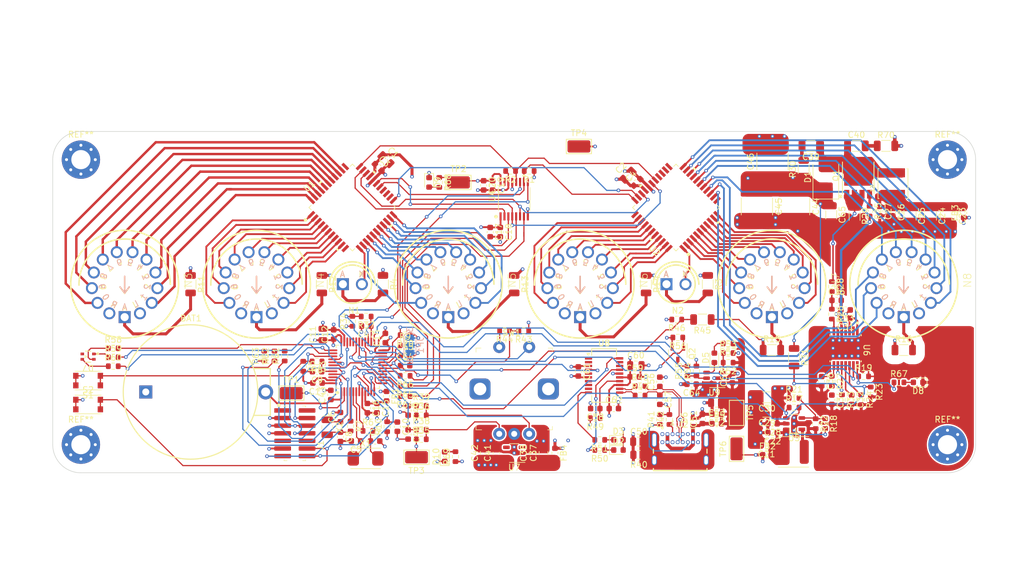
<source format=kicad_pcb>
(kicad_pcb (version 20240108) (generator "pcbnew") (generator_version "8.0")
  (layers (0 "F.Cu" signal "Top") (1 "In1.Cu" power "GND") (2 "In2.Cu" power "PWR") (31 "B.Cu" signal "Bot") (34 "B.Paste" user) (35 "F.Paste" user) (36 "B.SilkS" user "B.Silkscreen") (37 "F.SilkS" user "F.Silkscreen") (38 "B.Mask" user) (39 "F.Mask" user) (44 "Edge.Cuts" user))
  (net 0 "")
  (net 1 "/MCU/BOOT0")
  (net 2 "/Power/VIN_12V")
  (net 11 "180V")
  (net 12 "+12V")
  (net 13 "+3.3VBAT")
  (net 14 "Net-(D2-K)")
  (net 15 "Net-(D3-K)")
  (net 16 "GND")
  (net 17 "/MCU/OSC32_IN")
  (net 18 "/MCU/OSC32_OUT_R")
  (net 19 "+3.3V")
  (net 20 "GNDPWR")
  (net 21 "+5V")
  (net 22 "Net-(D5-A)")
  (net 23 "Net-(D8-A)")
  (net 24 "Net-(D9-A)")
  (net 25 "Net-(D10-A)")
  (net 27 "+3.3VA")
  (net 28 "/MCU/RTC_OUT")
  (net 29 "/USB Connector/USB_VBUS_FB")
  (net 30 "/MCU/SENSE_12V")
  (net 31 "/MCU/SENSE_180V")
  (net 35 "/USB Connector/nFTDI_RESET")
  (net 36 "/USB Connector/nFAULT_LS")
  (net 39 "/Power/VIN_3V3")
  (net 40 "/MCU/nENC_PB_R")
  (net 41 "/MCU/ENC_A_R")
  (net 42 "/MCU/ENC_B_R")
  (net 43 "/USB Connector/USB_VBUS")
  (net 44 "unconnected-(U1-NC-Pad25)")
  (net 48 "/USB Connector/USB_D_P")
  (net 49 "/USB Connector/USB_D_N")
  (net 52 "/MCU/BOOT1_R")
  (net 53 "/Nixie Display/DOT1_A")
  (net 54 "/Nixie Display/DOT1")
  (net 55 "/Nixie Display/DOT2_A")
  (net 56 "/Nixie Display/DOT2")
  (net 57 "/Nixie Display/H1_0")
  (net 58 "/Nixie Display/H1_1")
  (net 59 "/Nixie Display/H1_2")
  (net 60 "/Nixie Display/H1_3")
  (net 61 "/Nixie Display/H1_4")
  (net 62 "/Nixie Display/H1_5")
  (net 63 "/Nixie Display/H1_6")
  (net 64 "/Nixie Display/H1_7")
  (net 65 "/Nixie Display/H1_8")
  (net 66 "/Nixie Display/H1_9")
  (net 67 "/Nixie Display/H1/NIXIE_A")
  (net 68 "/Nixie Display/H2_0")
  (net 69 "/Nixie Display/H2_1")
  (net 70 "/Nixie Display/H2_2")
  (net 71 "/Nixie Display/H2_3")
  (net 72 "/Nixie Display/H2_4")
  (net 73 "/Nixie Display/H2_5")
  (net 74 "/Nixie Display/H2_6")
  (net 75 "/Nixie Display/H2_7")
  (net 76 "/Nixie Display/H2_8")
  (net 77 "/Nixie Display/H2_9")
  (net 78 "/Nixie Display/H2/NIXIE_A")
  (net 79 "/Nixie Display/M1_0")
  (net 80 "/Nixie Display/M1_1")
  (net 81 "/Nixie Display/M1_2")
  (net 82 "/Nixie Display/M1_3")
  (net 83 "/Nixie Display/M1_4")
  (net 84 "/Nixie Display/M1_5")
  (net 85 "/Nixie Display/M1_6")
  (net 86 "/Nixie Display/M1_7")
  (net 87 "/Nixie Display/M1_8")
  (net 88 "/Nixie Display/M1_9")
  (net 89 "/Nixie Display/M1/NIXIE_A")
  (net 90 "/Nixie Display/M2_0")
  (net 91 "/Nixie Display/M2_1")
  (net 92 "/Nixie Display/M2_2")
  (net 93 "/Nixie Display/M2_3")
  (net 94 "/Nixie Display/M2_4")
  (net 95 "/Nixie Display/M2_5")
  (net 96 "/Nixie Display/M2_6")
  (net 97 "/Nixie Display/M2_7")
  (net 98 "/Nixie Display/M2_8")
  (net 99 "/Nixie Display/M2_9")
  (net 100 "/Nixie Display/M2/NIXIE_A")
  (net 101 "/Nixie Display/S1_0")
  (net 102 "/MCU/OSC32_OUT")
  (net 103 "/Nixie Display/S1_1")
  (net 104 "/MCU/nRST")
  (net 105 "/MCU/UART2_VCP_TX")
  (net 106 "/MCU/UART2_VCP_RX")
  (net 108 "/MCU/UART1_BL_TX")
  (net 109 "/MCU/UART1_BL_RX")
  (net 110 "/MCU/SWDIO")
  (net 111 "/MCU/SWCLK")
  (net 112 "/MCU/SWO")
  (net 114 "/PWM_nBL_12V")
  (net 115 "/SPI_SCK_12V")
  (net 116 "/SPI_nCS_nLE_12V")
  (net 117 "/SPI_PICO_12V")
  (net 118 "/SPI_nCS_nLE_3V3")
  (net 119 "/SPI_SCK_3V3")
  (net 120 "/PWM_nBL_3V3")
  (net 121 "/SPI_PICO_3V3")
  (net 122 "/nPOL_3V3")
  (net 123 "/nPOL_12V")
  (net 124 "/MCU/OSC_IN")
  (net 125 "/MCU/OSC_OUT_R")
  (net 126 "/MCU/OSC_OUT")
  (net 127 "/Nixie Display/S1_2")
  (net 128 "/Nixie Display/S1_3")
  (net 129 "/Nixie Display/S1_4")
  (net 130 "/Nixie Display/S1_5")
  (net 131 "/Nixie Display/S1_6")
  (net 132 "/Nixie Display/S1_7")
  (net 133 "/Nixie Display/S1_8")
  (net 134 "/Nixie Display/S1_9")
  (net 135 "/Nixie Display/S1/NIXIE_A")
  (net 138 "/Nixie Display/S2_0")
  (net 139 "/Nixie Display/S2_1")
  (net 140 "/Nixie Display/S2_2")
  (net 141 "/Nixie Display/S2_3")
  (net 142 "/Nixie Display/S2_4")
  (net 143 "/Nixie Display/S2_5")
  (net 144 "/Nixie Display/S2_6")
  (net 145 "/Nixie Display/S2_7")
  (net 146 "/Nixie Display/S2_8")
  (net 147 "/Nixie Display/S2_9")
  (net 148 "/Nixie Display/S2/NIXIE_A")
  (net 151 "/MCU/BOOT0_SW")
  (net 152 "/MCU/BOOT1")
  (net 154 "/Power/FB_12V")
  (net 156 "/MCU/SET_ILIM")
  (net 158 "/User Input/nENC_PB")
  (net 159 "/User Input/ENC_A")
  (net 160 "/User Input/ENC_B")
  (net 161 "/Nixie Display/DATA_CHAIN")
  (net 162 "/MCU/EN_12V")
  (net 163 "/Power/SW_12V")
  (net 168 "/MCU/EN_180V")
  (net 169 "/MCU/PG_180V")
  (net 171 "/MCU/DITHOFF_180V")
  (net 175 "/USB Connector/USB_D_R_P")
  (net 176 "/USB Connector/USB_D_R_N")
  (net 177 "/USB Connector/nRXLED")
  (net 178 "/USB Connector/nTXLED")
  (net 179 "/USB Connector/nEN_LS")
  (net 181 "/MCU/LED_GREEN")
  (net 182 "/MCU/LED_RED")
  (net 185 "/MCU/LED_BLUE")
  (net 186 "/Power/VIN_180V")
  (net 187 "/Power/SS_180V")
  (net 188 "/Power/CS_FILT")
  (net 189 "/Power/COMP_180V_RC")
  (net 190 "/Power/COMP_180V")
  (net 191 "/Power/SW_180V")
  (net 192 "/Power/GATE")
  (net 193 "/Power/CS_RAW")
  (net 194 "/Power/RT_180V")
  (net 195 "/Power/CS_FILT_R")
  (net 196 "/Power/GATE_R")
  (net 197 "/Power/FB_180V")
  (net 198 "/Power/D_SNUB")
  (net 199 "/Power/Q_SNUB")
  (net 200 "/MCU/HW_REV2")
  (net 201 "/MCU/HW_REV1")
  (net 202 "/MCU/HW_REV0")
  (net 203 "/MCU/SPI_nCS_nLE_R")
  (net 204 "/MCU/SPI_SCK_R")
  (net 205 "/MCU/SPI_PICO_R")
  (net 207 "/MCU/LED_BLUE_R")
  (net 208 "/MCU/LED_GREEN_R")
  (net 209 "/MCU/LED_RED_R")
  (net 210 "/USB Connector/CC1")
  (net 211 "/USB Connector/CC2")
  (net 212 "/USB Connector/ILIM_5V_LS")
  (net 213 "/USB Connector/ILIM2")
  (footprint "Resistor_SMD:R_0603_1608Metric" (layer "F.Cu") (at 173 105.6)
    (property "Reference" "R47")
    (property "Value" "RES_27R_1P_1/10W_0603")
  )
  (footprint "Resistor_SMD:R_0603_1608Metric" (layer "F.Cu") (at 177.9 109.6 90)
    (property "Reference" "R42")
    (property "Value" "RES_5K11_1P_1/10W_0603")
  )
  (footprint "Capacitor_SMD:C_0603_1608Metric" (layer "F.Cu") (at 185.8 108.7 180)
    (property "Reference" "C52")
    (property "Value" "CAP_CER_0u1_50V_X7R_0603")
  )
  (footprint "arjun_footprints:SMD-2_5x3.2mm_ECS" (layer "F.Cu") (at 127.2 116.1)
    (property "Reference" "X1")
    (property "Value" "XTAL_8M_20PPM_18pF_ECS-80-18-30-JGN-TR")
  )
  (footprint "Capacitor_SMD:C_0603_1608Metric" (layer "F.Cu") (at 213 74.8 -90)
    (property "Reference" "C27")
    (property "Value" "CAP_CER_0u1_50V_X7R_0603")
  )
  (footprint "LED_SMD:LED_0603_1608Metric" (layer "F.Cu") (at 185.4 99.3 90)
    (property "Reference" "D5")
    (property "Value" "LED_RED_0603")
  )
  (footprint "arjun_footprints:TestPoint_Keystone_5019_Minature" (layer "F.Cu") (at 189.1 108.5 -90)
    (property "Reference" "TP5")
    (property "Value" "TP_KEYSTONE_5019" (hide yes))
  )
  (footprint "Resistor_SMD:R_0603_1608Metric" (layer "F.Cu") (at 151.4 68.1 180)
    (property "Reference" "R2")
    (property "Value" "RES_10K_1P_1/10W_0603")
  )
  (footprint "Capacitor_SMD:C_0603_1608Metric" (layer "F.Cu") (at 176.3 103.3 90)
    (property "Reference" "C56")
    (property "Value" "CAP_CER_47p_50V_NP0_0603")
  )
  (footprint "Resistor_SMD:R_1206_3216Metric" (layer "F.Cu") (at 174 87 -90)
    (property "Reference" "R14")
    (property "Value" "RES_17K4_1P_1/4W_1206")
  )
  (footprint "LED_SMD:LED_0603_1608Metric" (layer "F.Cu") (at 169.4 114.7)
    (property "Reference" "D2")
    (property "Value" "LED_AMBER_0603")
  )
  (footprint "LED_SMD:LED_0603_1608Metric" (layer "F.Cu") (at 137.8 70 -90)
    (property "Reference" "D9")
    (property "Value" "LED_GREEN_0603")
  )
  (footprint "Resistor_SMD:R_1206_3216Metric" (layer "F.Cu") (at 152 87 -90)
    (property "Reference" "R13")
    (property "Value" "RES_17K4_1P_1/4W_1206")
  )
  (footprint "Resistor_SMD:R_0603_1608Metric" (layer "F.Cu") (at 187.7 96.9 180)
    (property "Reference" "R57")
    (property "Value" "RES_3K3_1P_1/10W_0603")
  )
  (footprint "Resistor_SMD:R_0603_1608Metric" (layer "F.Cu") (at 205 103.2 -90)
    (property "Reference" "R27")
    (property "Value" "RES_69K8_1P_1/10W_0603")
  )
  (footprint "Capacitor_SMD:C_0603_1608Metric" (layer "F.Cu") (at 162.7 101.57 -90)
    (property "Reference" "C61")
    (property "Value" "CAP_CER_0u1_50V_X7R_0603")
  )
  (footprint "Resistor_SMD:R_0603_1608Metric" (layer "F.Cu") (at 153.6 94.8 180)
    (property "Reference" "R43")
    (property "Value" "RES_33K_1P_1/10W_0603")
  )
  (footprint "arjun_footprints:IN-3" (layer "F.Cu") (at 125 87)
    (property "Reference" "N1")
    (property "Value" "IN-3" (hide yes))
  )
  (footprint "Resistor_SMD:R_1206_3216Metric" (layer "F.Cu") (at 183.4 92.9 180)
    (property "Reference" "R45")
    (property "Value" "RES_499K_1P_1/4W_0805")
  )
  (footprint "Inductor_SMD:L_0603_1608Metric" (layer "F.Cu") (at 227 75.1 90)
    (property "Reference" "FB3")
    (property "Value" "FER_120R_2A_0603")
  )
  (footprint "Resistor_SMD:R_0603_1608Metric" (layer "F.Cu") (at 127.3 92.4 180)
    (property "Reference" "R37")
    (property "Value" "RES_10K_1P_1/10W_0603")
  )
  (footprint "Resistor_SMD:R_0603_1608Metric" (layer "F.Cu") (at 205 87.4 -90)
    (property "Reference" "R28")
    (property "Value" "RES_100R_1P_1/10W_0603")
  )
  (footprint "Resistor_SMD:R_0603_1608Metric" (layer "F.Cu") (at 165.525 109.37 180)
    (property "Reference" "R49")
    (property "Value" "RES_10K_1P_1/10W_0603")
  )
  (footprint "Capacitor_SMD:C_0805_2012Metric" (layer "F.Cu") (at 185.8 106.8 180)
    (property "Reference" "C53")
    (property "Value" "CAP_CER_4u7_50V_X5R_0805")
  )
  (footprint "Resistor_SMD:R_0603_1608Metric" (layer "F.Cu") (at 198.7 107.6)
    (property "Reference" "R17")
    (property "Value" "RES_10K_1P_1/10W_0603")
  )
  (footprint "Inductor_SMD:L_0603_1608Metric" (layer "F.Cu") (at 185.8 110.3)
    (property "Reference" "FB5")
    (property "Value" "FER_33R_6A_0603")
  )
  (footprint "Resistor_SMD:R_0603_1608Metric" (layer "F.Cu") (at 133.8 104 180)
    (property "Reference" "R65")
    (property "Value" "RES_30R_1P_1/10W_0603")
  )
  (footprint "Capacitor_SMD:C_0603_1608Metric" (layer "F.Cu") (at 155 115.2 90)
    (property "Reference" "C38")
    (property "Value" "CAP_CER_0u1_50V_X7R_0603")
  )
  (footprint "Capacitor_SMD:C_0603_1608Metric" (layer "F.Cu") (at 149.675 78.3 -90)
    (property "Reference" "C18")
    (property "Value" "CAP_CER_0u1_50V_X7R_0603")
  )
  (footprint "Resistor_SMD:R_0603_1608Metric" (layer "F.Cu") (at 211.5 105 -90)
    (property "Reference" "R23")
    (property "Value" "RES_10K_1P_1/10W_0603")
  )
  (footprint "arjun_footprints:TestPoint_Keystone_5019_Minature" (layer "F.Cu") (at 189.1 114.5 90)
    (property "Reference" "TP6")
    (property "Value" "TP_KEYSTONE_5019" (hide yes))
  )
  (footprint "Capacitor_SMD:C_0603_1608Metric" (layer "F.Cu") (at 172.1 102.47)
    (property "Reference" "C59")
    (property "Value" "CAP_CER_0u1_50V_X7R_0603")
  )
  (footprint "Capacitor_SMD:C_0603_1608Metric" (layer "F.Cu") (at 149 115.2 90)
    (property "Reference" "C41")
    (property "Value" "CAP_CER_0u1_50V_X7R_0603")
  )
  (footprint "LED_SMD:LED_0603_1608Metric" (layer "F.Cu") (at 169.4 113)
    (property "Reference" "D3")
    (property "Value" "LED_GREEN_0603")
  )
  (footprint "arjun_footprints:IN-14" (layer "F.Cu") (at 163 87)
    (property "Reference" "N6")
    (property "Value" "IN-14" (hide yes))
  )
  (footprint "Capacitor_SMD:C_0603_1608Metric" (layer "F.Cu") (at 132.5 110.8 -90)
    (property "Reference" "C10")
    (property "Value" "CAP_CER_0u1_50V_X7R_0603")
  )
  (footprint "Resistor_SMD:R_0603_1608Metric" (layer "F.Cu") (at 139.5 70 -90)
    (property "Reference" "R68")
    (property "Value" "RES_9K31_1P_1/10W_0603")
  )
  (footprint "Resistor_SMD:R_1206_3216Metric" (layer "F.Cu") (at 208.8 75.6254 -90)
    (property "Reference" "R29")
    (property "Value" "RES_R030_1P_1W_1206")
  )
  (footprint "Resistor_SMD:R_0603_1608Metric" (layer "F.Cu") (at 166.275 114.7 180)
    (property "Reference" "R50")
    (property "Value" "RES_1K5_1P_1/10W_0603")
  )
  (footprint "Capacitor_SMD:C_0603_1608Metric" (layer "F.Cu") (at 203.3 103.2 -90)
    (property "Reference" "C36")
    (property "Value" "CAP_CER_7p_50V_NP0_0603")
  )
  (footprint "arjun_footprints:CON_FTSH-107-01-x-DV-K" (layer "F.Cu") (at 115.4 111.9 -90)
    (property "Reference" "J1")
    (property "Value" "CON_SAMTEC_14P_2R_1m27_P_KEY_FTSH-107-01-L-DV-K-TR")
  )
  (footprint "Capacitor_SMD:C_0805_2012Metric" (layer "F.Cu") (at 120.075 95.4 90)
    (property "Reference" "C11")
    (property "Value" "CAP_CER_10u_16V_X5R_0805")
  )
  (footprint "Capacitor_SMD:C_0603_1608Metric" (layer "F.Cu") (at 176.3 106.3 -90)
    (property "Reference" "C57")
    (property "Value" "CAP_CER_47p_50V_NP0_0603")
  )
  (footprint "Capacitor_SMD:C_1206_3216Metric" (layer "F.Cu") (at 204.9 75.4 -90)
    (property "Reference" "C65")
    (property "Value" "CAP_CER_0u1_250V_X7R_1206")
  )
  (footprint "Resistor_SMD:R_0603_1608Metric" (layer "F.Cu") (at 136.5 108.9)
    (property "Reference" "R36")
    (property "Value" "RES_10K_1P_1/10W_0603")
  )
  (footprint "Resistor_SMD:R_0805_2012Metric" (layer "F.Cu") (at 172.8 115.5 180)
    (property "Reference" "R40")
    (property "Value" "RES_0R_1/8W_0805")
  )
  (footprint "arjun_footprints:IND_VLS5045EX-3R3N" (layer "F.Cu") (at 215.2 70.2 90)
    (property "Reference" "L2")
    (property "Value" "IND_3u3_4A2_35m1R_5x5x4r5")
  )
  (footprint "Resistor_SMD:R_0603_1608Metric" (layer "F.Cu") (at 125 93.2 90)
    (property "Reference" "R34")
    (property "Value" "RES_10K_1P_1/10W_0603")
  )
  (footprint "arjun_footprints:QFN-2L_STM" (layer "F.Cu") (at 181.8 110 90)
    (property "Reference" "D6")
    (property "Value" "D_TVS_UNI_5V_700W_2-UDFN")
  )
  (footprint "Resistor_SMD:R_1206_3216Metric" (layer "F.Cu") (at 200.3 67.8 90)
    (property "Reference" "R30")
    (property "Value" "RES_DNP_1206")
  )
  (footprint "Resistor_SMD:R_0603_1608Metric" (layer "F.Cu") (at 211.3 74.8 -90)
    (property "Reference" "R25")
    (property "Value" "RES_0R_1/10W_0603")
  )
  (footprint "Resistor_SMD:R_0603_1608Metric" (layer "F.Cu") (at 210.3 102.4)
    (property "Reference" "R19")
    (property "Value" "RES_10K_1P_1/10W_0603")
  )
  (footprint "Resistor_SMD:R_0603_1608Metric" (layer "F.Cu") (at 142.2 115.8 90)
    (property "Reference" "R69")
    (property "Value" "RES_698R_1P_1/10W_0603")
  )
  (footprint "Capacitor_SMD:C_0603_1608Metric" (layer "F.Cu") (at 128.8 113.2)
    (property "Reference" "C7")
    (property "Value" "CAP_CER_27p_50V_NP0_0603")
  )
  (footprint "arjun_footprints:IND_Taiyo-Yuden_NR-50xx" (layer "F.Cu") (at 198.6 115)
    (property "Reference" "L1")
    (property "Value" "IND_22u_1A4_163m8R_4r9x4r9x4")
  )
  (footprint "Resistor_SMD:R_0603_1608Metric" (layer "F.Cu") (at 133.8 97.2)
    (property "Reference" "R9")
    (property "Value" "RES_10K_1P_1/10W_0603")
  )
  (footprint "Resistor_SMD:R_0603_1608Metric" (layer "F.Cu") (at 182.4 101.5 90)
    (property "Reference" "R54")
    (property "Value" "RES_232K_1P_1/10W_0603")
  )
  (footprint "Capacitor_SMD:C_1210_3225Metric" (layer "F.Cu") (at 224.5 75.6 -90)
    (property "Reference" "C23")
    (property "Value" "CAP_CER_100u_10V_X5R_1210")
  )
  (footprint "arjun_footprints:SMD-2_3.2x1.5mm_ECS" (layer "F.Cu") (at 120.8 110.9 -90)
    (property "Reference" "X2")
    (property "Value" "XTAL_32K768_10PPM_7pF_ECS-.327-7-34B-C-TR")
  )
  (footprint "Capacitor_SMD:C_0603_1608Metric" (layer "F.Cu") (at 208.3 106.3 -90)
    (property "Reference" "C32")
    (property "Value" "CAP_CER_0u1_50V_X7R_0603")
  )
  (footprint "Capacitor_SMD:C_0805_2012Metric" (layer "F.Cu") (at 147.1 115.2 90)
    (property "Reference" "C42")
    (property "Value" "CAP_CER_1u_50V_X7R_0805")
  )
  (footprint "Resistor_SMD:R_0603_1608Metric" (layer "F.Cu") (at 119.1 99.9 180)
    (property "Reference" "R8")
    (property "Value" "RES_10K_1P_1/10W_0603")
  )
  (footprint "arjun_footprints:ENC_SPST_PEC12R-4x25F-Sxxx" (layer "F.Cu") (at 152 104.5)
    (property "Reference" "SW1")
    (property "Value" "ENC_SPST_24PPR_PEC12R-4225F-S0024")
  )
  (footprint "arjun_footprints:IN-14" (layer "F.Cu") (at 141 87)
    (property "Reference" "N5")
    (property "Value" "IN-14" (hide yes))
  )
  (footprint "arjun_footprints:TestPoint_Keystone_5019_Minature" (layer "F.Cu") (at 162.8 64)
    (property "Reference" "TP4")
    (property "Value" "TP_KEYSTONE_5019" (hide yes))
  )
  (footprint "Capacitor_SMD:C_0805_2012Metric" (layer "F.Cu") (at 194.1 113.7 180)
    (property "Reference" "C21")
    (property "Value" "CAP_CER_1u_50V_X7R_0805")
  )
  (footprint "arjun_footprints:IN-14" (layer "F.Cu") (at 109 87)
    (property "Reference" "N4")
    (property "Value" "IN-14" (hide yes))
  )
  (footprint "Resistor_SMD:R_0603_1608Metric" (layer "F.Cu") (at 179.3 95.9 180)
    (property "Reference" "R56")
    (property "Value" "RES_10K_1P_1/10W_0603")
  )
  (footprint "Resistor_SMD:R_0603_1608Metric" (layer "F.Cu") (at 166.275 113 180)
    (property "Reference" "R51")
    (property "Value" "RES_698R_1P_1/10W_0603")
  )
  (footprint "Resistor_SMD:R_1206_3216Metric" (layer "F.Cu") (at 184.3 87 -90)
    (property "Reference" "R3")
    (property "Value" "RES_150K_1P_1/4W_1206")
  )
  (footprint "arjun_footprints:TestPoint_Keystone_5019_Minature" (layer "F.Cu") (at 142.7 70)
    (property "Reference" "TP2")
    (property "Value" "TP_KEYSTONE_5019" (hide yes))
  )
  (footprint "arjun_footprints:Battery_Holder_Coin_2032_BS-7" (layer "F.Cu") (at 90.5243 105)
    (property "Reference" "BAT1")
    (property "Value" "BS-7")
  )
  (footprint "Capacitor_SMD:C_0805_2012Metric" (layer "F.Cu") (at 156.9 115.2 90)
    (property "Reference" "C37")
    (property "Value" "CAP_CER_1u_50V_X7R_0805")
  )
  (footprint "arjun_footprints:TestPoint_Keystone_5019_Minature" (layer "F.Cu") (at 114.8 105.2)
    (property "Reference" "TP1")
    (property "Value" "RTC_OUT" (hide yes))
  )
  (footprint "Resistor_SMD:R_0603_1608Metric" (layer "F.Cu") (at 133.8 95.5 180)
    (property "Reference" "R20")
    (property "Value" "RES_10K_1P_1/10W_0603")
  )
  (footprint "Capacitor_SMD:C_0603_1608Metric" (layer "F.Cu") (at 121.875 95.4 90)
    (property "Reference" "C12")
    (property "Value" "CAP_CER_0u1_50V_X7R_0603")
  )
  (footprint "Capacitor_SMD:C_0603_1608Metric" (layer "F.Cu") (at 168.625 107.77)
    (property "Reference" "C62")
    (property "Value" "CAP_CER_0u1_50V_X7R_0603")
  )
  (footprint "Resistor_SMD:R_0603_1608Metric" (layer "F.Cu") (at 85.1 97.7)
    (property "Reference" "R58")
    (property "Value" "RES_499R_1P_1/10W_0603")
  )
  (footprint "arjun_footprints:SOT-23-6_TI" (layer "F.Cu") (at 198.7 110.3 180)
    (property "Reference" "U5")
    (property "Value" "REG_SW_BOOST_TI_TLV61046ADBV")
  )
  (footprint "Inductor_SMD:L_0603_1608Metric" (layer "F.Cu") (at 194.2625 115.5)
    (property "Reference" "FB2")
    (property "Value" "FER_120R_2A_0603")
  )
  (footprint "Resistor_SMD:R_0603_1608Metric" (layer "F.Cu") (at 216.2 103.4)
    (property "Reference" "R67")
    (property "Value" "RES_1K5_1P_1/10W_0603")
  )
  (footprint "Capacitor_SMD:C_0603_1608Metric" (layer "F.Cu") (at 129.1 107.7 -90)
    (property "Reference" "C15")
    (property "Value" "CAP_CER_1u_25V_X5R_0603")
  )
  (footprint "Capacitor_SMD:C_0603_1608Metric" (layer "F.Cu") (at 127.5 107.7 -90)
    (property "Reference" "C16")
    (property "Value" "CAP_CER_0u1_50V_X7R_0603")
  )
  (footprint "Capacitor_SMD:C_0805_2012Metric" (layer "F.Cu") (at 214.9 75 -90)
    (property "Reference" "C26")
    (property "Value" "CAP_CER_1u_50V_X7R_0805")
  )
  (footprint "arjun_footprints:IN-3" (layer "F.Cu") (at 179 87)
    (property "Reference" "N2")
    (property "Value" "IN-3" (hide yes))
  )
  (footprint "Resistor_SMD:R_0603_1608Metric" (layer "F.Cu") (at 198.7 106)
    (property "Reference" "R21")
    (property "Value" "RES_1M_1P_1/10W_0603")
  )
  (footprint "Resistor_SMD:R_0603_1608Metric" (layer "F.Cu") (at 205 92 -90)
    (property "Reference" "R26")
    (property "Value" "RES_0R_1/10W_0603")
  )
  (footprint "Capacitor_SMD:C_1210_3225Metric" (layer "F.Cu") (at 217.7 75.6 -90)
    (property "Reference" "C25")
    (property "Value" "CAP_CER_100u_10V_X5R_1210")
  )
  (footprint "Resistor_SMD:R_0603_1608Metric" (layer "F.Cu") (at 133.8 102.3 180)
    (property "Reference" "R66")
    (property "Value" "RES_30R_1P_1/10W_0603")
  )
  (footprint "Resistor_SMD:R_0603_1608Metric" (layer "F.Cu") (at 180.9 101.5 90)
    (property "Reference" "R55")
    (property "Value" "RES_26K1_1P_1/10W_0603")
  )
  (footprint "Capacitor_SMD:C_2220_5650Metric" (layer "F.Cu") (at 192.5 74.0254 -90)
    (property "Reference" "C45")
    (property "Value" "CAP_CER_1u_250V_X7R_2220")
  )
  (footprint "Capacitor_SMD:C_0805_2012Metric" (layer "F.Cu") (at 172.3 100.57)
    (property "Reference" "C60")
    (property "Value" "CAP_CER_4u7_16V_X7R_0805")
  )
  (footprint "Capacitor_SMD:C_0603_1608Metric" (layer "F.Cu") (at 207.3 92.7 180)
    (property "Reference" "C31")
    (property "Value" "CAP_CER_0u01_50V_X7R_0603")
  )
  (footprint "Capacitor_SMD:C_0603_1608Metric" (layer "F.Cu") (at 205.8 89.7)
    (property "Reference" "C35")
    (property "Value" "CAP_CER_3300p_50V_X7R_0603")
  )
  (footprint "Capacitor_SMD:C_1206_3216Metric" (layer "F.Cu") (at 209.1 63.9)
    (property "Reference" "C40")
    (property "Value" "CAP_CER_DNP_1206")
  )
  (footprint "arjun_footprints:TestPoint_Keystone_5019_Minature" (layer "F.Cu") (at 135.7 115.9 180)
    (property "Reference" "TP3")
    (property "Value" "TP_KEYSTONE_5019" (hide yes))
  )
  (footprint "Resistor_SMD:R_0603_1608Metric" (layer "F.Cu") (at 136.5 107.3)
    (property "Reference" "R39")
    (property "Value" "RES_10K_1P_1/10W_0603")
  )
  (footprint "arjun_footprints:DIO_ESD122DMYR" (layer "F.Cu") (at 179.7 110.5 90)
    (property "Reference" "D4")
    (property "Value" "D_TVS_BI_3V6_20W_3-XFDFN")
  )
  (footprint "Resistor_SMD:R_0603_1608Metric" (layer "F.Cu") (at 136.5 112.9)
    (property "Reference" "R35")
    (property "Value" "RES_10K_1P_1/10W_0603")
  )
  (footprint "Capacitor_SMD:C_0603_1608Metric" (layer "F.Cu") (at 183.4 109.5 90)
    (property "Reference" "C51")
    (property "Value" "CAP_CER_0u01_50V_X7R_0603")
  )
  (footprint "arjun_footprints:IN-14" (layer "F.Cu") (at 195 87)
    (property "Reference" "N7")
    (property "Value" "IN-14" (hide yes))
  )
  (footprint "arjun_footprints:SOT-23-6_TI" (layer "F.Cu") (at 185.4 102.7 180)
    (property "Reference" "U9")
    (property "Value" "IC_LSW_TI_TPS2552D")
  )
  (footprint "Capacitor_SMD:C_0603_1608Metric" (layer "F.Cu") (at 195.1 111.8 180)
    (property "Reference" "C22")
    (property "Value" "CAP_CER_0u1_50V_X7R_0603")
  )
  (footprint "Capacitor_SMD:C_0603_1608Metric" (layer "F.Cu") (at 188.4 102.7 90)
    (property "Reference" "C63")
    (property "Value" "CAP_CER_0u1_50V_X7R_0603")
  )
  (footprint "MountingHole:MountingHole_3.2mm_M3_Pad_Via" (layer "F.Cu") (at 224.3 66.2)
    (property "Reference" "REF**")
    (property "Value" "MountingHole_3.2mm_M3_Pad_Via")
  )
  (footprint "Resistor_SMD:R_0603_1608Metric" (layer "F.Cu") (at 176.3 109.6 90)
    (property "Reference" "R41")
    (property "Value" "RES_5K11_1P_1/10W_0603")
  )
  (footprint "Resistor_SMD:R_0603_1608Metric" (layer "F.Cu") (at 85.1 99.2)
    (property "Reference" "R59")
    (property "Value" "RES_1K5_1P_1/10W_0603")
  )
  (footprint "Capacitor_SMD:C_1210_3225Metric" (layer "F.Cu") (at 221.1 75.6 -90)
    (property "Reference" "C24")
    (property "Value" "CAP_CER_100u_10V_X5R_1210")
  )
  (footprint "arjun_footprints:PWP0014H-MFG" (layer "F.Cu") (at 207.3 97.7 -90)
    (property "Reference" "U6")
    (property "Value" "REG_SW_BOOST_TI_LM51561HPWPR")
  )
  (footprint "Resistor_SMD:R_0603_1608Metric" (layer "F.Cu") (at 85.1 100.7)
    (property "Reference" "R60")
    (property "Value" "RES_698R_1P_1/10W_0603")
  )
  (footprint "Resistor_SMD:R_0603_1608Metric" (layer "F.Cu") (at 209.9 106.3 -90)
    (property "Reference" "R24")
    (property "Value" "RES_61K9_1P_1/10W_0603")
  )
  (footprint "arjun_footprints:EAST1616RGBB2_EVE" (layer "F.Cu") (at 80.9 99.1 180)
    (property "Reference" "D7")
    (property "Value" "LED_RGB_0606")
  )
  (footprint "Capacitor_SMD:C_2220_5650Metric" (layer "F.Cu") (at 195.1 66.5254 90)
    (property "Reference" "C46")
    (property "Value" "CAP_CER_1u_250V_X7R_2220")
  )
  (footprint "Resistor_SMD:R_1206_3216Metric" (layer "F.Cu") (at 198.7 99.2 -90)
    (property "Reference" "R31")
    (property "Value" "RES_499K_1P_1/4W_1206")
  )
  (footprint "Resistor_SMD:R_0603_1608Metric" (layer "F.Cu") (at 110.3 99 90)
    (property "Reference" "R63")
    (property "Value" "RES_10K_1P_1/10W_0603")
  )
  (footprint "arjun_footprints:SW_Push_1P1T_NO_CK_KMR2" (layer "F.Cu") (at 80.9 103.1 180)
    (property "Reference" "S1")
    (property "Value" "SW_TACT_KMR211NG LFS")
  )
  (footprint "Resistor_SMD:R_0603_1608Metric" (layer "F.Cu") (at 150.4 94.8 180)
    (property "Reference" "R44")
    (property "Value" "RES_4K7_1P_1/10W_0603")
  )
  (footprint "Resistor_SMD:R_1206_3216Metric" (layer "F.Cu") (at 195 98)
    (property "Reference" "R15")
    (property "Value" "RES_17K4_1P_1/4W_1206")
  )
  (footprint "Capacitor_SMD:C_0805_2012Metric" (layer "F.Cu") (at 171 68.8 45)
    (property "Reference" "C2")
    (property "Value" "CAP_CER_4u7_50V_X5R_0805")
  )
  (footprint "Resistor_SMD:R_1206_3216Metric" (layer "F.Cu") (at 214.0375 63.9)
    (property "Reference" "R70")
    (property "Value" "RES_DNP_1206")
  )
  (footprint "arjun_footprints:LQFP-48_7x7mm_P0.5mm" (layer "F.Cu") (at 125.9 100.8 90)
    (property "Reference" "U3")
    (property "Value" "IC_MCU_STM32F100C4T6B_48LQFP")
  )
  (footprint "Capacitor_SMD:C_1206_3216Metric" (layer "F.Cu") (at 201.5 63.9 180)
    (property "Reference" "C39")
    (property "Value" "CAP_CER_DNP_1206")
  )
  (footprint "LED_SMD:LED_0603_1608Metric" (layer "F.Cu") (at 219.4 103.4 180)
    (property "Reference" "D8")
    (property "Value" "LED_AMBER_0603")
  )
  (footprint "arjun_footprints:SW_Push_1P1T_NO_CK_KMR2" (layer "F.Cu") (at 80.9 107.1)
    (property "Reference" "S2")
    (property "Value" "SW_TACT_KMR211NG LFS")
  )
  (footprint "Resistor_SMD:R_0603_1608Metric" (layer "F.Cu") (at 173 104)
    (property "Reference" "R48")
    (property "Value" "RES_27R_1P_1/10W_0603")
  )
  (footprint "Capacitor_SMD:C_0603_1608Metric" (layer "F.Cu") (at 205 106.3 -90)
    (property "Reference" "C34")
    (property "Value" "CAP_CER_1500p_50V_NP0_0603")
  )
  (footprint "Resistor_SMD:R_0603_1608Metric" (layer "F.Cu") (at 127.6 111.5)
    (property "Reference" "R6")
    (property "Value" "RES_732R_1P_1/10W_0603")
  )
  (footprint "Resistor_SMD:R_0603_1608Metric" (layer "F.Cu") (at 112 99 90)
    (property "Reference" "R62")
    (property "Value" "RES_10K_1P_1/10W_0603")
  )
  (footprint "Resistor_SMD:R_1206_3216Metric" (layer "F.Cu") (at 98 87 -90)
    (property "Reference" "R11")
    (property "Value" "RES_17K4_1P_1/4W_1206")
  )
  (footprint "arjun_footprints:GCT_USB4085-GF-A_REVA4" (layer "F.Cu") (at 179.7 116.4)
    (property "Reference" "J2")
    (property "Value" "CONN_USBC_RCPT_USB2.0_USB4085-GF-A")
  )
  (footprint "arjun_footprints:HV5622PG-G" (layer "F.Cu") (at 125 74.2 45)
    (property "Reference" "U1")
    (property "Value" "IC_SR_MC_HV5622PG-G" (hide yes))
  )
  (footprint "Capacitor_SMD:C_0603_1608Metric" (layer "F.Cu") (at 127.3 94 180)
    (property "Reference" "C47")
    (property "Value" "CAP_CER_0u1_50V_X7R_0603")
  )
  (footprint "Resistor_SMD:R_0603_1608Metric" (layer "F.Cu") (at 133.8 105.7 180)
    (property "Reference" "R64")
    (property "Value" "RES_30R_1P_1/10W_0603")
  )
  (footprint "Capacitor_SMD:C_0603_1608Metric" (layer "F.Cu") (at 148.4 70.5 -90)
    (property "Reference" "C19")
    (property "Value" "CAP_CER_0u1_50V_X7R_0603")
  )
  (footprint "Capacitor_SMD:C_0603_1608Metric" (layer "F.Cu") (at 119.175 103.5 180)
    (property "Reference" "C13")
    (property "Value" "CAP_CER_0u1_50V_X7R_0603")
  )
  (footprint "Resistor_SMD:R_0603_1608Metric" (layer "F.Cu") (at 116.8 100.7 -90)
    (property "Reference" "R5")
    (property "Value" "RES_10K_1P_1/10W_0603")
  )
  (footprint "MountingHole:MountingHole_3.2mm_M3_Pad_Via" (layer "F.Cu") (at 79.7 66.2)
    (property "Reference" "REF**")
    (property "Value" "MountingHole_3.2mm_M3_Pad_Via")
  )
  (footprint "Capacitor_SMD:C_1206_3216Metric" (layer "F.Cu") (at 194.175 105.9 180)
    (property "Reference" "C30")
    (property "Value" "CAP_CER_4u7_50V_X7R_1206")
  )
  (footprint "Package_SO:SSOP-20_3.9x8.7mm_P0.635mm" (layer "F.Cu") (at 167 102.2475)
    (property "Reference" "U8")
    (property "Value" "IC_FTDI_FT231XS")
  )
  (footprint "Resistor_SMD:R_0603_1608Metric" (layer "F.Cu") (at 202.3 110.3 -90)
    (property "Reference" "R22")
    (property "Value" "RES_71K5_1P_1/10W_0603")
  )
  (footprint "Resistor_SMD:R_0603_1608Metric" (layer "F.Cu") (at 124.7 110.7 -90)
    (property "Reference" "R7")
    (property "Value" "RES_0R_1/10W_0603")
  )
  (footprint "Capacitor_SMD:C_0603_1608Metric" (layer "F.Cu") (at 123 109.2 90)
    (property "Reference" "C6")
    (property "Value" "CAP_CER_8p_50V_NP0_0603")
  )
  (footprint "Inductor_SMD:L_0603_1608Metric" (layer "F.Cu") (at 158.8 115.2 -90)
    (property "Reference" "FB4")
    (property "Value" "FER_120R_2A_0603")
  )
  (footprint "Capacitor_SMD:C_0603_1608Metric" (layer "F.Cu") (at 130.5 96 90)
    (property "Reference" "C14")
    (property "Value" "CAP_CER_0u1_50V_X7R_0603")
  )
  (footprint "LED_SMD:LED_0603_1608Metric" (layer "F.Cu") (at 140.4 115.8 90)
    (property "Reference" "D10")
    (property "Value" "LED_GREEN_0603")
  )
  (footprint "Capacitor_SMD:C_0603_1608Metric" (layer "F.Cu") (at 195.100001 110.3 180)
    (property "Reference" "C28")
    (property "Value" "CAP_CER_0u1_50V_X7R_0603")
  )
  (footprint "Capacitor_SMD:C_0603_1608Metric" (layer "F.Cu") (at 133.8 98.9)
    (property "Reference" "C55")
    (property "Value" "CAP_CER_0u1_50V_X7R_0603")
  )
  (footprint "Resistor_SMD:R_0603_1608Metric" (layer "F.Cu") (at 206.7 106.3 -90)
    (property "Reference" "R33")
    (property "Value" "RES_2K8_1P_1/10W_0603")
  )
  (footprint "arjun_footprints:SOT-23_ONSEMI" (layer "F.Cu") (at 179.3 98.6 -90)
    (property "Reference" "Q2")
    (property "Value" "NFET_60V_0A5_2N7002KT1G")
  )
  (footprint "Resistor_SMD:R_0603_1608Metric" (layer "F.Cu") (at 187.7 100.1 180)
    (property "Reference" "R52")
    (property "Value" "RES_DNP_0603")
  )
  (footprint "Capacitor_SMD:C_0603_1608Metric" (layer "F.Cu") (at 134.3 108.1 -90)
    (property "Reference" "C49")
    (property "Value" "CAP_CER_0u01_50V_X7R_0603")
  )
  (footprint "Resistor_SMD:R_1206_3216Metric" (layer "F.Cu") (at 119.9 87 -90)
    (property "Reference" "R12")
    (property "Value" "RES_17K4_1P_1/4W_1206")
  )
  (footprint "Capacitor_SMD:C_0603_1608Metric" (layer "F.Cu") (at 125.6 113.2 180)
    (property "Reference" "C5")
    (property "Value" "CAP_CER_27p_50V_NP0_0603")
  )
  (footprint "Capacitor_SMD:C_0603_1608Metric" (layer "F.Cu") (at 119.1 101.6 180)
    (property "Reference" "C9")
    (property "Value" "CAP_CER_0u1_50V_X7R_0603")
  )
  (footprint "Capacitor_SMD:C_0603_1608Metric" (layer "F.Cu") (at 172.5 70 45)
    (property "Reference" "C4")
    (property "Value" "CAP_CER_0u1_50V_X7R_0603")
  )
  (footprint "Resistor_SMD:R_1206_3216Metric" (layer "F.Cu") (at 217 98)
    (property "Reference" "R16")
    (property "Value" "RES_17K4_1P_1/4W_1206")
  )
  (footprint "Resistor_SMD:R_1206_3216Metric" (layer "F.Cu") (at 130.1 87 -90)
    (property "Reference" "R4")
    (property "Value" "RES_150K_1P_1/4W_1206")
  )
  (footprint "Resistor_SMD:R_0603_1608Metric" (layer "F.Cu") (at 203.9 110.3 -90)
    (property "Reference" "R18")
    (property "Value" "RES_0R_1/10W_0603")
  )
  (footprint "Capacitor_SMD:C_1206_3216Metric" (layer "F.Cu") (at 194.175 108.3 180)
    (property "Reference" "C29")
    (property "Value" "CAP_CER_4u7_50V_X7R_1206")
  )
  (footprint "Resistor_SMD:R_0603_1608Metric" (layer "F.Cu") (at 187.7 98.5)
    (property "Reference" "R53")
    (property "Value" "RES_10K_1P_1/10W_0603")
  )
  (footprint "Resistor_SMD:R_0603_1608Metric" (layer "F.Cu") (at 179.125 92.9 180)
    (property "Reference" "R46")
    (property "Value" "RES_4K7_1P_1/10W_0603")
  )
  (footprint "Capacitor_SMD:C_0603_1608Metric" (layer "F.Cu") (at 134.3 112.1 -90)
    (property "Reference" "C48")
    (property "Value" "CAP_CER_0u01_50V_X7R_0603")
  )
  (footprint "Capacitor_SMD:C_0805_2012Metric" (layer "F.Cu") (at 130.6 66.2 -45)
    (property "Reference" "C1")
    (property "Value" "CAP_CER_4u7_50V_X5R_0805")
  )
  (footprint "Capacitor_SMD:C_0603_1608Metric" (layer "F.Cu") (at 148 78.3 -90)
    (property "Reference" "C17")
    (property "Value" "CAP_CER_1u_25V_X5R_0603")
  )
  (footprint "arjun_footprints:HV5622PG-G" (layer "F.Cu") (at 179 74.2 135)
    (property "Reference" "U2")
    (property "Value" "IC_SR_MC_HV5622PG-G" (hide yes))
  )
  (footprint "Capacitor_SMD:C_0603_1608Metric" (layer "F.Cu") (at 165.525 107.77 180)
    (property "Reference" "C58")
    (property "Value" "CAP_CER_0u1_50V_X7R_0603")
  )
  (footprint "MountingHole:MountingHole_3.2mm_M3_Pad_Via" (layer "F.Cu") (at 224.3 113.8)
    (property "Reference" "REF**")
    (property "Value" "MountingHole_3.2mm_M3_Pad_Via")
  )
  (footprint "MountingHole:MountingHole_3.2mm_M3_Pad_Via" (layer "F.Cu") (at 79.7 113.8)
    (property "Reference" "REF**")
    (property "Value" "MountingHole_3.2mm_M3_Pad_Via")
  )
  (footprint "Capacitor_SMD:C_0603_1608Metric" (layer "F.Cu") (at 129.3 67.5 -45)
    (property "Reference" "C3")
    (property "Value" "CAP_CER_0u1_50V_X7R_0603")
  )
  (footprint "Capacitor_SMD:C_0805_2012Metric" (layer "F.Cu") (at 172.8 113.3)
    (property "Reference" "C50")
    (property "Value" "CAP_CER_4700p_250V_X7R_0805")
  )
  (footprint "Capacitor_SMD:C_0603_1608Metric" (layer "F.Cu") (at 123 112.5 -90)
    (property "Reference" "C8")
    (property "Value" "CAP_CER_8p_50V_NP0_0603")
  )
  (footprint "arjun_footprints:MC14504BDTR2G" (layer "F.Cu") (at 152 72.8 90)
    (property "Reference" "U4")
    (property "Value" "IC_LVL_ONSEMI_MC14504BDTR2G" (hide yes))
  )
  (footprint "Resistor_SMD:R_0603_1608Metric" (layer "F.Cu") (at 113.7 99 90)
    (property "Reference" "R61")
    (property "Value" "RES_10K_1P_1/10W_0603")
  )
  (footprint "Capacitor_SMD:C_0603_1608Metric" (layer "F.Cu") (at 146.9 70.5 -90)
    (property "Reference" "C20")
    (property "Value" "CAP_CER_1u_25V_X5R_0603")
  )
  (footprint "Capacitor_SMD:C_0603_1608Metric" (layer "F.Cu") (at 121.4 105.5 90)
    (property "Reference" "C43")
    (property "Value" "CAP_CER_0u1_50V_X7R_0603")
  )
  (footprint "Diode_SMD:D_SMB" (layer "F.Cu") (at 204 69.1254 90)
    (property "Reference" "D1")
    (property "Value" "D_300V_2A_SMB")
  )
  (footprint "arjun_footprints:IN-14" (layer "F.Cu") (at 87 87)
    (property "Reference" "N3")
    (property "Value" "IN-14" (hide yes))
  )
  (footprint "Capacitor_SMD:C_2220_5650Metric" (layer "F.Cu") (at 198.7 74.0254 -90)
    (property "Reference" "C44")
    (property "Value" "CAP_CER_1u_250V_X7R_2220")
  )
  (footprint "arjun_footprints:SOT-23-5_TI" (layer "F.Cu") (at 152 115.2 180)
    (property "Reference" "U7")
    (property "Value" "REG_LDO_3V3_250mA_TI_LP5907MFX-3.3")
  )
  (footprint "Resistor_SMD:R_0603_1608Metric" (layer "F.Cu") (at 154.5 68.1 180)
    (property "Reference" "R1")
    (property "Value" "RES_10K_1P_1/10W_0603")
  )
  (footprint "Capacitor_SMD:C_0603_1608Metric" (layer "F.Cu") (at 181.6 103.7 180)
    (property "Reference" "C64")
    (property "Value" "CAP_CER_0u1_50V_X7R_0603")
  )
  (footprint "arjun_footprints:SOP Advance_TOS" (layer "F.Cu") (at 209.4 69.2254 90)
    (property "Reference" "Q1")
    (property "Value" "NFET_250V_10A_TPH1110FNH,L1Q")
  )
  (footprint "Resistor_SMD:R_0603_1608Metric" (layer "F.Cu") (at 130.8 110.8 90)
    (property "Reference" "R10")
    (property "Value" "RES_10K_1P_1/10W_0603")
  )
  (footprint "arjun_footprints:IN-14" (layer "F.Cu") (at 217 87)
    (property "Reference" "N8")
    (property "Value" "IN-14" (hide yes))
  )
  (footprint "Capacitor_SMD:C_0603_1608Metric" (layer "F.Cu") (at 207.3 91.3 180)
    (property "Reference" "C33")
    (property "Value" "CAP_CER_1u_16V_X7R_0603")
  )
  (footprint "Resistor_SMD:R_0603_1608Metric" (layer "F.Cu") (at 136.5 111.3)
    (property "Reference" "R38")
    (property "Value" "RES_10K_1P_1/10W_0603")
  )
  (footprint "Inductor_SMD:L_0603_1608Metric" (layer "F.Cu") (at 130.7 105.7 -90)
    (property "Reference" "FB1")
    (property "Value" "FER_1K_0A6_0603")
  )
  (footprint "Capacitor_SMD:C_0603_1608Metric" (layer "F.Cu") (at 133.8 100.6)
    (property "Reference" "C54")
    (property "Value" "CAP_CER_0u1_50V_X7R_0603")
  )
  (footprint "Jumper:SolderJumper-3_P1.3mm_Bridged12_RoundedPad1.0x1.5mm_NumberLabels" (layer "B.Cu") (at 134.6 97.2 90)
    (property "Reference" "JP1")
    (property "Value" "SolderJumper_3_Bridged12")
  )
  (gr_line (start 79.7 61.5) (end 224.3 61.5) (stroke (width 0.1)) (layer "Edge.Cuts"))
  (gr_arc (start 75 66.2) (mid 76.376598 62.876598) (end 79.7 61.5) (stroke (width 0.1)) (layer "Edge.Cuts"))
  (gr_line (start 229 66.2) (end 229 113.8) (stroke (width 0.1)) (layer "Edge.Cuts"))
  (gr_arc (start 79.7 118.5) (mid 76.376598 117.123402) (end 75 113.8) (stroke (width 0.1)) (layer "Edge.Cuts"))
  (gr_line (start 75 113.8) (end 75 66.2) (stroke (width 0.1)) (layer "Edge.Cuts"))
  (gr_arc (start 229 113.8) (mid 227.623402 117.123402) (end 224.3 118.5) (stroke (width 0.1)) (layer "Edge.Cuts"))
  (gr_arc (start 224.3 61.5) (mid 227.623402 62.876598) (end 229 66.2) (stroke (width 0.1)) (layer "Edge.Cuts"))
  (gr_line (start 224.3 118.5) (end 79.7 118.5) (stroke (width 0.1)) (layer "Edge.Cuts"))
  (segment (start 119.875 101.6) (end 119.875 99.95) (width 0.2) (layer "F.Cu") (net 1))
  (segment (start 119.875 99.95) (end 119.925 99.9) (width 0.2) (layer "F.Cu") (net 1))
  (segment (start 119.925 101.55) (end 119.875 101.6) (width 0.2) (layer "F.Cu") (net 1))
  (segment (start 121.7375 101.55) (end 119.925 101.55) (width 0.2) (layer "F.Cu") (net 1))
  (segment (start 203.91 112.1) (end 203.91 111.135) (width 0.2) (layer "F.Cu") (net 2))
  (segment (start 203.91 111.135) (end 203.9 111.125) (width 0.2) (layer "F.Cu") (net 2))
  (via (at 203.91 112.1) (size 0.6) (drill 0.3) (layers "F.Cu" "B.Cu") (net 2))
  (via (at 197.4 112.1) (size 0.6) (drill 0.3) (layers "F.Cu" "B.Cu") (net 2))
  (segment (start 197.4 112.1) (end 203.91 112.1) (width 0.2) (layer "B.Cu") (net 2))
  (segment (start 175.3425 85.5375) (end 174 85.5375) (width 0.5) (layer "F.Cu") (net 11))
  (segment (start 215.5375 96.4175) (end 215.52 96.4) (width 0.5) (layer "F.Cu") (net 11))
  (segment (start 183.0725 85.5375) (end 184.3 85.5375) (width 0.5) (layer "F.Cu") (net 11))
  (segment (start 193.5375 96.2475) (end 193.53 96.24) (width 0.5) (layer "F.Cu") (net 11))
  (segment (start 189.5 92.9) (end 184.8625 92.9) (width 0.2) (layer "F.Cu") (net 11))
  (segment (start 215.5375 98) (end 215.5375 96.4175) (width 0.5) (layer "F.Cu") (net 11))
  (segment (start 119.9 85.5375) (end 121.2875 85.5375) (width 0.5) (layer "F.Cu") (net 11))
  (segment (start 121.2875 85.5375) (end 121.29 85.54) (width 0.5) (layer "F.Cu") (net 11))
  (segment (start 98 85.5375) (end 98 84.3) (width 0.5) (layer "F.Cu") (net 11))
  (segment (start 192.84 96.24) (end 189.5 92.9) (width 0.2) (layer "F.Cu") (net 11))
  (segment (start 152.3625 85.5375) (end 152 85.5375) (width 0.5) (layer "F.Cu") (net 11))
  (segment (start 198.7 97.9375) (end 198.7 96.4) (width 0.25) (layer "F.Cu") (net 11))
  (segment (start 193.5375 98) (end 193.5375 96.2475) (width 0.5) (layer "F.Cu") (net 11))
  (segment (start 130.1 85.5375) (end 130.1 84.6) (width 0.5) (layer "F.Cu") (net 11))
  (segment (start 153.4 84.5) (end 152.3625 85.5375) (width 0.5) (layer "F.Cu") (net 11))
  (segment (start 162.8 64) (end 165.5 64) (width 0.3) (layer "F.Cu") (net 11))
  (segment (start 193.53 96.24) (end 192.84 96.24) (width 0.2) (layer "F.Cu") (net 11))
  (via (at 198.5 69.2) (size 0.6) (drill 0.3) (layers "F.Cu" "B.Cu") (net 11))
  (via (at 175.3425 85.5375) (size 0.6) (drill 0.3) (layers "F.Cu" "B.Cu") (net 11))
  (via (at 98 84.3) (size 0.6) (drill 0.3) (layers "F.Cu" "B.Cu") (net 11))
  (via (at 183.0725 85.5375) (size 0.6) (drill 0.3) (layers "F.Cu" "B.Cu") (net 11))
  (via (at 203.1 73.6) (size 0.6) (drill 0.3) (layers "F.Cu" "B.Cu") (net 11))
  (via (at 215.52 96.4) (size 0.6) (drill 0.3) (layers "F.Cu" "B.Cu") (net 11))
  (via (at 130.1 84.6) (size 0.6) (drill 0.3) (layers "F.Cu" "B.Cu") (net 11))
  (via (at 165.5 64) (size 0.6) (drill 0.3) (layers "F.Cu" "B.Cu") (net 11))
  (via (at 193.53 96.24) (size 0.6) (drill 0.3) (layers "F.Cu" "B.Cu") (net 11))
  (via (at 121.29 85.54) (size 0.6) (drill 0.3) (layers "F.Cu" "B.Cu") (net 11))
  (via (at 198.7 96.4) (size 0.6) (drill 0.3) (layers "F.Cu" "B.Cu") (net 11))
  (via (at 153.4 84.5) (size 0.6) (drill 0.3) (layers "F.Cu" "B.Cu") (net 11))
  (via (at 191 69.3) (size 0.6) (drill 0.3) (layers "F.Cu" "B.Cu") (net 11))
  (segment (start 203.1 91.2) (end 198.7 95.6) (width 0.2) (layer "B.Cu") (net 11))
  (segment (start 198.7 95.6) (end 198.7 96.4) (width 0.2) (layer "B.Cu") (net 11))
  (segment (start 203.1 73.6) (end 203.1 91.2) (width 0.2) (layer "B.Cu") (net 11))
  (segment (start 173.85382 71.31656) (end 173.085268 70.548008) (width 0.5) (layer "F.Cu") (net 12))
  (segment (start 142.26 69.74) (end 141.9 70.1) (width 0.3) (layer "F.Cu") (net 12))
  (segment (start 142.7 70) (end 142.96 69.74) (width 0.2) (layer "F.Cu") (net 12))
  (segment (start 142.96 69.74) (end 145.91 69.74) (width 0.2) (layer "F.Cu") (net 12))
  (segment (start 207.950001 94.787501) (end 207.950001 92.912499) (width 0.3) (layer "F.Cu") (net 12))
  (segment (start 149.725001 68.825001) (end 149.5 68.6) (width 0.3) (layer "F.Cu") (net 12))
  (segment (start 149.725001 69.92345) (end 149.725001 68.825001) (width 0.3) (layer "F.Cu") (net 12))
  (segment (start 154.425 93.425) (end 154.4 93.4) (width 0.2) (layer "F.Cu") (net 12))
  (segment (start 154.425 94.8) (end 154.425 93.425) (width 0.2) (layer "F.Cu") (net 12))
  (segment (start 208.075 92.7) (end 208.81 92.7) (width 0.3) (layer "F.Cu") (net 12))
  (segment (start 132.87 65.39) (end 134.95 67.47) (width 0.5) (layer "F.Cu") (net 12))
  (segment (start 208.034137 91.3) (end 208.075 91.3) (width 0.3) (layer "F.Cu") (net 12))
  (segment (start 148.4 68.9) (end 148.4 69.725) (width 0.3) (layer "F.Cu") (net 12))
  (segment (start 155.325 69.155) (end 155.33 69.16) (width 0.2) (layer "F.Cu") (net 12))
  (segment (start 129.928249 65.528249) (end 130.066498 65.39) (width 0.5) (layer "F.Cu") (net 12))
  (segment (start 169.07 69.49) (end 169.088249 69.471751) (width 0.5) (layer "F.Cu") (net 12))
  (segment (start 146.9 69.725) (end 148.4 69.725) (width 0.3) (layer "F.Cu") (net 12))
  (segment (start 129.928249 65.528249) (end 129.928249 65.775735) (width 0.5) (layer "F.Cu") (net 12))
  (segment (start 209.250001 93.140001) (end 209.250001 94.787501) (width 0.3) (layer "F.Cu") (net 12))
  (segment (start 139.5 69.175) (end 141.875 69.175) (width 0.2) (layer "F.Cu") (net 12))
  (segment (start 149.5 68.6) (end 148.7 68.6) (width 0.3) (layer "F.Cu") (net 12))
  (segment (start 145.925 69.725) (end 145.91 69.74) (width 0.3) (layer "F.Cu") (net 12))
  (segment (start 127.88344 69.05382) (end 128.751992 68.185268) (width 0.5) (layer "F.Cu") (net 12))
  (segment (start 148.7 68.6) (end 148.4 68.9) (width 0.3) (layer "F.Cu") (net 12))
  (segment (start 207.326419 92.007718) (end 207.382718 92.007718) (width 0.3) (layer "F.Cu") (net 12))
  (segment (start 171.404506 70.548008) (end 170.328249 69.471751) (width 0.5) (layer "F.Cu") (net 12))
  (segment (start 129.928249 65.775735) (end 128.751992 66.951992) (width 0.5) (layer "F.Cu") (net 12))
  (segment (start 155.325 68.1) (end 155.325 69.155) (width 0.2) (layer "F.Cu") (net 12))
  (segment (start 146.9 69.725) (end 145.925 69.725) (width 0.3) (layer "F.Cu") (net 12))
  (segment (start 207.950001 92.912499) (end 208.075 92.7875) (width 0.3) (layer "F.Cu") (net 12))
  (segment (start 173.085268 70.548008) (end 171.951992 70.548008) (width 0.5) (layer "F.Cu") (net 12))
  (segment (start 207.326419 92.007718) (end 208.034137 91.3) (width 0.3) (layer "F.Cu") (net 12))
  (segment (start 134.95 67.47) (end 134.95 69.05) (width 0.5) (layer "F.Cu") (net 12))
  (segment (start 141.875 69.175) (end 142.7 70) (width 0.2) (layer "F.Cu") (net 12))
  (segment (start 208.81 92.7) (end 209.250001 93.140001) (width 0.3) (layer "F.Cu") (net 12))
  (segment (start 169.088249 69.471751) (end 170.328249 69.471751) (width 0.5) (layer "F.Cu") (net 12))
  (segment (start 171.951992 70.548008) (end 171.404506 70.548008) (width 0.5) (layer "F.Cu") (net 12))
  (segment (start 207.382718 92.007718) (end 208.075 92.7) (width 0.3) (layer "F.Cu") (net 12))
  (segment (start 130.066498 65.39) (end 132.87 65.39) (width 0.5) (layer "F.Cu") (net 12))
  (segment (start 128.751992 68.185268) (end 128.751992 66.951992) (width 0.5) (layer "F.Cu") (net 12))
  (via (at 195.5 104.4) (size 0.6) (drill 0.3) (layers "F.Cu" "B.Cu") (net 12))
  (via (at 154.4 93.4) (size 0.6) (drill 0.3) (layers "F.Cu" "B.Cu") (net 12))
  (via (at 134.95 69.05) (size 0.6) (drill 0.3) (layers "F.Cu" "B.Cu") (net 12))
  (via (at 196.705 104.4) (size 0.6) (drill 0.3) (layers "F.Cu" "B.Cu") (net 12))
  (via (at 169.07 69.49) (size 0.6) (drill 0.3) (layers "F.Cu" "B.Cu") (net 12))
  (via (at 145.91 69.74) (size 0.6) (drill 0.3) (layers "F.Cu" "B.Cu") (net 12))
  (via (at 207.326419 92.007718) (size 0.6) (drill 0.3) (layers "F.Cu" "B.Cu") (net 12))
  (via (at 155.33 69.16) (size 0.6) (drill 0.3) (layers "F.Cu" "B.Cu") (net 12))
  (via (at 197.91 104.4) (size 0.6) (drill 0.3) (layers "F.Cu" "B.Cu") (net 12))
  (segment (start 112.4243 106.9) (end 110.5243 105) (width 0.3) (layer "F.Cu") (net 13))
  (segment (start 121.375 106.275) (end 120.75 106.9) (width 0.3) (layer "F.Cu") (net 13))
  (segment (start 123.15 104.9625) (end 123.15 106.05) (width 0.3) (layer "F.Cu") (net 13))
  (segment (start 123.15 106.05) (end 122.925 106.275) (width 0.3) (layer "F.Cu") (net 13))
  (segment (start 120.75 106.9) (end 112.4243 106.9) (width 0.3) (layer "F.Cu") (net 13))
  (segment (start 122.925 106.275) (end 121.375 106.275) (width 0.3) (layer "F.Cu") (net 13))
  (segment (start 167.1 114.7) (end 168.6125 114.7) (width 0.2) (layer "F.Cu") (net 14))
  (segment (start 168.6125 113) (end 167.1 113) (width 0.2) (layer "F.Cu") (net 15))
  (segment (start 206 96.3875) (end 207.3 97.6875) (width 0.4) (layer "F.Cu") (net 16))
  (segment (start 129.1 108.475) (end 129.1 109.4) (width 0.3) (layer "F.Cu") (net 16))
  (segment (start 170.451751 68.128249) (end 170.45 68.13) (width 0.5) (layer "F.Cu") (net 16))
  (segment (start 173.25 100.57) (end 173.06 100.76) (width 0.3) (layer "F.Cu") (net 16))
  (segment (start 186.7 102.7) (end 187.625 102.7) (width 0.6) (layer "F.Cu") (net 16))
  (segment (start 126.525 94) (end 126.525 94.9) (width 0.2) (layer "F.Cu") (net 16))
  (segment (start 185.38 102.7) (end 185.37 102.69) (width 0.6) (layer "F.Cu") (net 16))
  (segment (start 206.649999 94.787501) (end 206.649999 97.037499) (width 0.4) (layer "F.Cu") (net 16))
  (segment (start 119.225 102.675) (end 118.4 103.5) (width 0.3) (layer "F.Cu") (net 16))
  (segment (start 173.25 100.57) (end 174.42 100.57) (width 0.3) (layer "F.Cu") (net 16))
  (segment (start 126.65 107.625) (end 127.5 108.475) (width 0.3) (layer "F.Cu") (net 16))
  (segment (start 130.5 94.5) (end 130.5 94.3) (width 0.3) (layer "F.Cu") (net 16))
  (segment (start 174.419504 70.750876) (end 175.228628 71.56) (width 0.5) (layer "F.Cu") (net 16))
  (segment (start 122.732106 94.625) (end 121.875 94.625) (width 0.3) (layer "F.Cu") (net 16))
  (segment (start 132.5 111.575) (end 132.5 112.89) (width 0.2) (layer "F.Cu") (net 16))
  (segment (start 173.048008 69.451992) (end 172.995494 69.451992) (width 0.5) (layer "F.Cu") (net 16))
  (segment (start 177.305 107.075) (end 177.31 107.08) (width 0.2) (layer "F.Cu") (net 16))
  (segment (start 120.075 94.45) (end 120.075 93.425) (width 0.3) (layer "F.Cu") (net 16))
  (segment (start 172.995494 69.451992) (end 171.671751 68.128249) (width 0.5) (layer "F.Cu") (net 16))
  (segment (start 127.54 70.53) (end 128.449124 69.620876) (width 0.5) (layer "F.Cu") (net 16))
  (segment (start 131.271751 66.871751) (end 131.024265 66.871751) (width 0.5) (layer "F.Cu") (net 16))
  (segment (start 121.875 94.625) (end 120.25 94.625) (width 0.3) (layer "F.Cu") (net 16))
  (segment (start 128.8 97.82812) (end 129.4 97.22812) (width 0.3) (layer "F.Cu") (net 16))
  (segment (start 151.025001 70.964999) (end 150.715 71.275) (width 0.3) (layer "F.Cu") (net 16))
  (segment (start 171.671751 68.128249) (end 170.451751 68.128249) (width 0.5) (layer "F.Cu") (net 16))
  (segment (start 116.8 103.1) (end 117.2 103.5) (width 0.3) (layer "F.Cu") (net 16))
  (segment (start 164.75 106.87) (end 164.73 106.85) (width 0.2) (layer "F.Cu") (net 16))
  (segment (start 116.8 101.525) (end 116.8 103.1) (width 0.3) (layer "F.Cu") (net 16))
  (segment (start 171.85 115.4625) (end 171.8875 115.5) (width 0.5) (layer "F.Cu") (net 16))
  (segment (start 121.875 94.625) (end 121.875 93.725) (width 0.3) (layer "F.Cu") (net 16))
  (segment (start 149.675 79.075) (end 148 79.075) (width 0.3) (layer "F.Cu") (net 16))
  (segment (start 131.22 66.923502) (end 131.271751 66.871751) (width 0.5) (layer "F.Cu") (net 16))
  (segment (start 183.4 107.87) (end 183.38 107.85) (width 0.5) (layer "F.Cu") (net 16))
  (segment (start 130.0625 98.55) (end 129.05 98.55) (width 0.3) (layer "F.Cu") (net 16))
  (segment (start 171.85 112.05) (end 171.86 112.04) (width 0.5) (layer "F.Cu") (net 16))
  (segment (start 129.4 97.22812) (end 129.4 96.325) (width 0.3) (layer "F.Cu") (net 16))
  (segment (start 199.525 107.8) (end 199.525 108.475) (width 0.2) (layer "F.Cu") (net 16))
  (segment (start 206.44 91.3) (end 205.75 91.99) (width 0.3) (layer "F.Cu") (net 16))
  (segment (start 206 94.787501) (end 206 96.3875) (width 0.4) (layer "F.Cu") (net 16))
  (segment (start 164.4 102.565) (end 162.92 102.565) (width 0.3) (layer "F.Cu") (net 16))
  (segment (start 134.575 98.9) (end 135.5 98.9) (width 0.2) (layer "F.Cu") (net 16))
  (segment (start 129.848008 68.22062) (end 129.848008 68.048008) (width 0.5) (layer "F.Cu") (net 16))
  (segment (start 176.3 107.075) (end 177.305 107.075) (width 0.2) (layer "F.Cu") (net 16))
  (segment (start 113.365 111.9) (end 111.1 111.9) (width 0.3) (layer "F.Cu") (net 16))
  (segment (start 175.228628 71.56) (end 175.24 71.56) (width 0.5) (layer "F.Cu") (net 16))
  (segment (start 116.875 101.6) (end 116.8 101.525) (width 0.2) (layer "F.Cu") (net 16))
  (segment (start 147.275 114.425) (end 147.1 114.25) (width 0.6) (layer "F.Cu") (net 16))
  (segment (start 123.65 96.6375) (end 123.65 95.542894) (width 0.3) (layer "F.Cu") (net 16))
  (segment (start 151.025001 69.92345) (end 151.025001 70.964999) (width 0.3) (layer "F.Cu") (net 16))
  (segment (start 113.365 114.44) (end 111.16 114.44) (width 0.3) (layer "F.Cu") (net 16))
  (segment (start 128.8 98.3) (end 128.8 97.82812) (width 0.3) (layer "F.Cu") (net 16))
  (segment (start 206.46 92.7) (end 205.75 91.99) (width 0.3) (layer "F.Cu") (net 16))
  (segment (start 128.449124 69.620876) (end 128.449124 69.619504) (width 0.5) (layer "F.Cu") (net 16))
  (segment (start 149.675 79.075) (end 149.675 79.945) (width 0.3) (layer "F.Cu") (net 16))
  (segment (start 111.17 110.63) (end 111.1 110.7) (width 0.3) (layer "F.Cu") (net 16))
  (segment (start 199.525 108.475) (end 198.7 109.3) (width 0.2) (layer "F.Cu") (net 16))
  (segment (start 150.12 71.275) (end 148.4 71.275) (width 0.3) (layer "F.Cu") (net 16))
  (segment (start 120.075 93.425) (end 120.1 93.4) (width 0.3) (layer "F.Cu") (net 16))
  (segment (start 148.4 71.275) (end 146.9 71.275) (width 0.3) (layer "F.Cu") (net 16))
  (segment (start 134.3 108.875) (end 133.765 108.34) (width 0.2) (layer "F.Cu") (net 16))
  (segment (start 149.675 79.945) (end 149.67 79.95) (width 0.3) (layer "F.Cu") (net 16))
  (segment (start 184.85 106.8) (end 183.72 106.8) (width 0.5) (layer "F.Cu") (net 16))
  (segment (start 172.875 102.47) (end 173.95 102.47) (width 0.3) (layer "F.Cu") (net 16))
  (segment (start 120.25 94.625) (end 120.075 94.45) (width 0.3) (layer "F.Cu") (net 16))
  (segment (start 146.9 71.275) (end 145.945 71.275) (width 0.3) (layer "F.Cu") (net 16))
  (segment (start 121.7375 103.05) (end 120.794408 103.05) (width 0.3) (layer "F.Cu") (net 16))
  (segment (start 129.05 98.55) (end 128.8 98.3) (width 0.3) (layer "F.Cu") (net 16))
  (segment (start 154.274999 75.67655) (end 154.274999 74.464999) (width 0.3) (layer "F.Cu") (net 16))
  (segment (start 188.525 98.5) (end 189.4 98.5) (width 0.2) (layer "F.Cu") (net 16))
  (segment (start 181.8 109.375) (end 182.75 109.375) (width 0.5) (layer "F.Cu") (net 16))
  (segment (start 132.535 112.875) (end 134.3 112.875) (width 0.2) (layer "F.Cu") (net 16))
  (segment (start 121.375 104.725) (end 120.3 104.725) (width 0.3) (layer "F.Cu") (net 16))
  (segment (start 171.8875 115.5) (end 171.8875 116.8075) (width 0.5) (layer "F.Cu") (net 16))
  (segment (start 169.4 106.7) (end 169.38 106.68) (width 0.3) (layer "F.Cu") (net 16))
  (segment (start 185 108.725) (end 185.025 108.7) (width 0.5) (layer "F.Cu") (net 16))
  (segment (start 182.4 100.675) (end 182.4 99.63) (width 0.2) (layer "F.Cu") (net 16))
  (segment (start 161.535 102.345) (end 161.53 102.35) (width 0.3) (layer "F.Cu") (net 16))
  (segment (start 176.3 102.525) (end 177.295 102.525) (width 0.2) (layer "F.Cu") (net 16))
  (segment (start 132.51 112.9) (end 132.535 112.875) (width 0.2) (layer "F.Cu") (net 16))
  (segment (start 186.7 102.7) (end 185.38 102.7) (width 0.6) (layer "F.Cu") (net 16))
  (segment (start 171.85 113.3) (end 171.85 112.05) (width 0.5) (layer "F.Cu") (net 16))
  (segment (start 132.5 112.89) (end 132.51 112.9) (width 0.2) (layer "F.Cu") (net 16))
  (segment (start 162.92 102.565) (end 162.7 102.345) (width 0.3) (layer "F.Cu") (net 16))
  (segment (start 185.025 108.7) (end 185.025 106.975) (width 0.5) (layer "F.Cu") (net 16))
  (segment (start 206.649999 97.037499) (end 207.3 97.6875) (width 0.4) (layer "F.Cu") (net 16))
  (segment (start 179.8 103.7) (end 179.78 103.68) (width 0.6) (layer "F.Cu") (net 16))
  (segment (start 177.9 107.67) (end 177.31 107.08) (width 0.2) (layer "F.Cu") (net 16))
  (segment (start 183.4 108.725) (end 185 108.725) (width 0.5) (layer "F.Cu") (net 16))
  (segment (start 145.945 71.275) (end 145.93 71.29) (width 0.3) (layer "F.Cu") (net 16))
  (segment (start 173.06 102.285) (end 172.875 102.47) (width 0.3) (layer "F.Cu") (net 16))
  (segment (start 135.5 98.9) (end 135.9 98.5) (width 0.2) (layer "F.Cu") (net 16))
  (segment (start 151.675002 71.154998) (end 151.675002 69.92345) (width 0.3) (layer "F.Cu") (net 16))
  (segment (start 206.525 91.3) (end 206.44 91.3) (width 0.3) (layer "F.Cu") (net 16))
  (segment (start 180.825 103.7) (end 179.8 103.7) (width 0.6) (layer "F.Cu") (net 16))
  (segment (start 206.6 92.8625) (end 206.525 92.7875) (width 0.4) (layer "F.Cu") (net 16))
  (segment (start 121.875 93.725) (end 121.9 93.7) (width 0.3) (layer "F.Cu") (net 16))
  (segment (start 131.024265 66.871751) (end 129.848008 68.048008) (width 0.5) (layer "F.Cu") (net 16))
  (segment (start 120.419408 102.675) (end 119.225 102.675) (width 0.3) (layer "F.Cu") (net 16))
  (segment (start 120.794408 103.05) (end 120.419408 102.675) (width 0.3) (layer "F.Cu") (net 16))
  (segment (start 129.848008 68.078008) (end 130.5 68.73) (width 0.5) (layer "F.Cu") (net 16))
  (segment (start 174.42 100.57) (end 174.44 100.55) (width 0.3) (layer "F.Cu") (net 16))
  (segment (start 118.325 101.6) (end 116.875 101.6) (width 0.2) (layer "F.Cu") (net 16))
  (segment (start 178.3 92.9) (end 177.4 92.9) (width 0.2) (layer "F.Cu") (net 16))
  (segment (start 139.2125 116.5875) (end 139.2 116.6) (width 0.25) (layer "F.Cu") (net 16))
  (segment (start 187.625 102.7) (end 188.4 101.925) (width 0.6) (layer "F.Cu") (net 16))
  (segment (start 177.295 102.525) (end 177.31 102.54) (width 0.2) (layer "F.Cu") (net 16))
  (segment (start 215.5 63.9) (end 215.5 62.4) (width 0.6) (layer "F.Cu") (net 16))
  (segment (start 173.12062 69.451992) (end 173.048008 69.451992) (width 0.5) (layer "F.Cu") (net 16))
  (segment (start 118.4 103.5) (end 117.2 103.5) (width 0.3) (layer "F.Cu") (net 16))
  (segment (start 178.35 96.075) (end 178.475 95.95) (width 0.2) (layer "F.Cu") (net 16))
  (segment (start 162.7 102.345) (end 161.535 102.345) (width 0.3) (layer "F.Cu") (net 16))
  (segment (start 137.8 69.212499) (end 137.8 68.4) (width 0.2) (layer "F.Cu") (net 16))
  (segment (start 129.848008 68.048008) (end 129.848008 68.078008) (width 0.3) (layer "F.Cu") (net 16))
  (segment (start 123 113.275) (end 123 114.4) (width 0.3) (layer "F.Cu") (net 16))
  (segment (start 164.75 107.77) (end 164.75 106.87) (width 0.2) (layer "F.Cu") (net 16))
  (segment (start 129.575 113.265) (end 130.42 114.11) (width 0.2) (layer "F.Cu") (net 16))
  (segment (start 123.075 113.2) (end 123 113.275) (width 0.3) (layer "F.Cu") (net 16))
  (segment (start 151.025001 69.92345) (end 151.025001 68.550001) (width 0.2) (layer "F.Cu") (net 16))
  (segment (start 176.3 108.775) (end 177.9 108.775) (width 0.2) (layer "F.Cu") (net 16))
  (segment (start 149.575 94.8) (end 149.575 97.425) (width 0.2) (layer "F.Cu") (net 16))
  (segment (start 111.16 114.44) (end 111.1 114.5) (width 0.3) (layer "F.Cu") (net 16))
  (segment (start 169.6 101.93) (end 168.49 101.93) (width 0.3) (layer "F.Cu") (net 16))
  (segment (start 128.449124 69.619504) (end 129.848008 68.22062) (width 0.5) (layer "F.Cu") (net 16))
  (segment (start 124.825 113.2) (end 123.075 113.2) (width 0.3) (layer "F.Cu") (net 16))
  (segment (start 178.35 97.65) (end 178.35 96.075) (width 0.2) (layer "F.Cu") (net 16))
  (segment (start 118.325 103.425) (end 118.4 103.5) (width 0.3) (layer "F.Cu") (net 16))
  (segment (start 169.4 107.77) (end 169.4 106.7) (width 0.3) (layer "F.Cu") (net 16))
  (segment (start 140.4 116.5875) (end 139.2125 116.5875) (width 0.25) (layer "F.Cu") (net 16))
  (segment (start 133.765 108.34) (end 132.97 108.34) (width 0.2) (layer "F.Cu") (net 16))
  (segment (start 182.75 109.375) (end 183.4 108.725) (width 0.5) (layer "F.Cu") (net 16))
  (segment (start 111.17 110.63) (end 113.365 110.63) (width 0.3) (layer "F.Cu") (net 16))
  (segment (start 189.3 101.925) (end 188.4 101.925) (width 0.6) (layer "F.Cu") (net 16))
  (segment (start 126.525 94.975) (end 126.5 95) (width 0.2) (layer "F.Cu") (net 16))
  (segment (start 134.575 100.6) (end 134.575 98.9) (width 0.2) (layer "F.Cu") (net 16))
  (segment (start 185.025 106.975) (end 184.85 106.8) (width 0.5) (layer "F.Cu") (net 16))
  (segment (start 168.49 101.93) (end 168.48 101.92) (width 0.3) (layer "F.Cu") (net 16))
  (segment (start 183.4 108.725) (end 183.4 107.87) (width 0.5) (layer "F.Cu") (net 16))
  (segment (start 174.419504 70.750876) (end 173.12062 69.451992) (width 0.5) (layer "F.Cu") (net 16))
  (segment (start 149.575 97.425) (end 149.5 97.5) (width 0.2) (layer "F.Cu") (net 16))
  (segment (start 179.7 110.625) (end 179.7 110.62) (width 0.15) (layer "F.Cu") (net 16))
  (segment (start 179.7 109.63) (end 179.7 110.625) (width 0.15) (layer "F.Cu") (net 16))
  (segment (start 206.524091 89.7) (end 206.575 89.7) (width 0.3) (layer "F.Cu") (net 16))
  (segment (start 129.575 113.2) (end 129.575 113.265) (width 0.2) (layer "F.Cu") (net 16))
  (segment (start 206.525 92.7) (end 206.46 92.7) (width 0.3) (layer "F.Cu") (net 16))
  (segment (start 130.5 95.225) (end 130.5 94.5) (width 0.3) (layer "F.Cu") (net 16))
  (segment (start 154.274999 74.464999) (end 154.26 74.45) (width 0.3) (layer "F.Cu") (net 16))
  (segment (start 171.85 113.3) (end 171.85 115.4625) (width 0.5) (layer "F.Cu") (net 16))
  (segment (start 78.85 106.3) (end 78.85 107.9) (width 0.2) (layer "F.Cu") (net 16))
  (segment (start 123.65 95.542894) (end 122.732106 94.625) (width 0.3) (layer "F.Cu") (net 16))
  (segment (start 129.4 96.325) (end 130.5 95.225) (width 0.3) (layer "F.Cu") (net 16))
  (segment (start 127.5 108.475) (end 129.1 108.475) (width 0.3) (layer "F.Cu") (net 16))
  (segment (start 171.8875 116.8075) (end 171.89 116.81) (width 0.5) (layer "F.Cu") (net 16))
  (segment (start 127.5 108.475) (end 127.5 109.4) (width 0.3) (layer "F.Cu") (net 16))
  (segment (start 182.4 99.63) (end 182.39 99.62) (width 0.2) (layer "F.Cu") (net 16))
  (segment (start 215.5 63.9) (end 216.6 63.9) (width 0.6) (layer "F.Cu") (net 16))
  (segment (start 126.65 104.9625) (end 126.65 107.625) (width 0.3) (layer "F.Cu") (net 16))
  (segment (start 151.025001 68.550001) (end 150.575 68.1) (width 0.2) (layer "F.Cu") (net 16))
  (segment (start 123 108.425) (end 121.8 108.425) (width 0.3) (layer "F.Cu") (net 16))
  (segment (start 173.06 100.76) (end 173.06 102.285) (width 0.3) (layer "F.Cu") (net 16))
  (segment (start 78.85 106.3) (end 80 106.3) (width 0.2) (layer "F.Cu") (net 16))
  (segment (start 150.715 71.275) (end 150.12 71.275) (width 0.3) (layer "F.Cu") (net 16))
  (segment (start 177.46 95.95) (end 178.475 95.95) (width 0.2) (layer "F.Cu") (net 16))
  (segment (start 181.8 109.375) (end 181.8 108.5) (width 0.6) (layer "F.Cu") (net 16))
  (segment (start 177.9 108.775) (end 177.9 107.67) (width 0.2) (layer "F.Cu") (net 16))
  (via (at 148.1 113.1) (size 0.6) (drill 0.3) (layers "F.Cu" "B.Cu") (net 16))
  (via (at 191.4 105.9) (size 0.6) (drill 0.3) (layers "F.Cu" "B.Cu") (net 16))
  (via (at 130.5 68.73) (size 0.6) (drill 0.3) (layers "F.Cu" "B.Cu") (net 16))
  (via (at 169.38 106.68) (size 0.6) (drill 0.3) (layers "F.Cu" "B.Cu") (net 16))
  (via (at 183.38 107.85) (size 0.6) (drill 0.3) (layers "F.Cu" "B.Cu") (net 16))
  (via (at 117.2 103.5) (size 0.6) (drill 0.3) (layers "F.Cu" "B.Cu") (net 16))
  (via (at 129.1 109.4) (size 0.6) (drill 0.3) (layers "F.Cu" "B.Cu") (net 16))
  (via (at 181.8 108.5) (size 0.6) (drill 0.3) (layers "F.Cu" "B.Cu") (net 16))
  (via (at 126.5 95) (size 0.6) (drill 0.3) (layers "F.Cu" "B.Cu") (net 16))
  (via (at 225.58 78.2) (size 0.6) (drill 0.3) (layers "F.Cu" "B.Cu") (net 16))
  (via (at 173.95 102.47) (size 0.6) (drill 0.3) (layers "F.Cu" "B.Cu") (net 16))
  (via (at 171.86 112.04) (size 0.6) (drill 0.3) (layers "F.Cu" "B.Cu") (net 16))
  (via (at 185.37 102.69) (size 0.6) (drill 0.3) (layers "F.Cu" "B.Cu") (net 16))
  (via (at 111.17 110.63) (size 0.6) (drill 0.3) (layers "F.Cu" "B.Cu") (net 16))
  (via (at 120.075 93.425) (size 0.6) (drill 0.3) (layers "F.Cu" "B.Cu") (net 16))
  (via (at 177.46 95.95) (size 0.6) (drill 0.3) (layers "F.Cu" "B.Cu") (net 16))
  (via (at 179.7 109.63) (size 0.6) (drill 0.3) (layers "F.Cu" "B.Cu") (net 16))
  (via (at 192.2 113.7) (size 0.6) (drill 0.3) (layers "F.Cu" "B.Cu") (net 16))
  (via (at 195.6 75.9) (size 0.6) (drill 0.3) (layers "F.Cu" "B.Cu") (net 16))
  (via (at 209.4 96.3875) (size 0.6) (drill 0.3) (layers "F.Cu" "B.Cu") (net 16))
  (via (at 111.1 111.9) (size 0.6) (drill 0.3) (layers "F.Cu" "B.Cu") (net 16))
  (via (at 130.42 114.11) (size 0.6) (drill 0.3) (layers "F.Cu" "B.Cu") (net 16))
  (via (at 214.46 78.2) (size 0.6) (drill 0.3) (layers "F.Cu" "B.Cu") (net 16))
  (via (at 207.3 98.9875) (size 0.6) (drill 0.3) (layers "F.Cu" "B.Cu") (net 16))
  (via (at 205.2 98.9875) (size 0.6) (drill 0.3) (layers "F.Cu" "B.Cu") (net 16))
  (via (at 120.3 104.725) (size 0.6) (drill 0.3) (layers "F.Cu" "B.Cu") (net 16))
  (via (at 208.35 98.9875) (size 0.6) (drill 0.3) (layers "F.Cu" "B.Cu") (net 16))
  (via (at 216.6 63.9) (size 0.6) (drill 0.3) (layers "F.Cu" "B.Cu") (net 16))
  (via (at 189.4 98.5) (size 0.6) (drill 0.3) (layers "F.Cu" "B.Cu") (net 16))
  (via (at 175.24 71.56) (size 0.6) (drill 0.3) (layers "F.Cu" "B.Cu") (net 16))
  (via (at 193.1 110.3) (size 0.6) (drill 0.3) (layers "F.Cu" "B.Cu") (net 16))
  (via (at 152 114.2) (size 0.6) (drill 0.3) (layers "F.Cu" "B.Cu") (net 16))
  (via (at 130.5 94.3) (size 0.6) (drill 0.3) (layers "F.Cu" "B.Cu") (net 16))
  (via (at 193.1 111.8) (size 0.6) (drill 0.3) (layers "F.Cu" "B.Cu") (net 16))
  (via (at 147 113.1) (size 0.6) (drill 0.3) (layers "F.Cu" "B.Cu") (net 16))
  (via (at 206.25 96.3875) (size 0.6) (drill 0.3) (layers "F.Cu" "B.Cu") (net 16))
  (via (at 192.9 62.3) (size 0.6) (drill 0.3) (layers "F.Cu" "B.Cu") (net 16))
  (via (at 137.8 68.4) (size 0.6) (drill 0.3) (layers "F.Cu" "B.Cu") (net 16))
  (via (at 191.5 108.4) (size 0.6) (drill 0.3) (layers "F.Cu" "B.Cu") (net 16))
  (via (at 177.4 92.9) (size 0.6) (drill 0.3) (layers "F.Cu" "B.Cu") (net 16))
  (via (at 224.09538 78.2) (size 0.6) (drill 0.3) (layers "F.Cu" "B.Cu") (net 16))
  (via (at 111.1 114.5) (size 0.6) (drill 0.3) (layers "F.Cu" "B.Cu") (net 16))
  (via (at 179.78 103.68) (size 0.6) (drill 0.3) (layers "F.Cu" "B.Cu") (net 16))
  (via (at 205.2 97.6875) (size 0.6) (drill 0.3) (layers "F.Cu" "B.Cu") (net 16))
  (via (at 215.36538 76.98462) (size 0.6) (drill 0.3) (layers "F.Cu" "B.Cu") (net 16))
  (via (at 209.4 97.6875) (size 0.6) (drill 0.3) (layers "F.Cu" "B.Cu") (net 16))
  (via (at 150.12 71.275) (size 0.6) (drill 0.3) (layers "F.Cu" "B.Cu") (net 16))
  (via (at 195.6 77.04) (size 0.6) (drill 0.3) (layers "F.Cu" "B.Cu") (net 16))
  (via (at 121.875 93.725) (size 0.6) (drill 0.3) (layers "F.Cu" "B.Cu") (net 16))
  (via (at 198.7 111.399999) (size 0.6) (drill 0.3) (layers "F.Cu" "B.Cu") (net 16))
  (via (at 155.8 113.2) (size 0.6) (drill 0.3) (layers "F.Cu" "B.Cu") (net 16))
  (via (at 161.53 102.35) (size 0.6) (drill 0.3) (layers "F.Cu" "B.Cu") (net 16))
  (via (at 152 115.2) (size 0.6) (drill 0.3) (layers "F.Cu" "B.Cu") (net 16))
  (via (at 198.7 109.3) (size 0.6) (drill 0.3) (layers "F.Cu" "B.Cu") (net 16))
  (via (at 216.60038 78.21962) (size 0.6) (drill 0.3) (layers "F.Cu" "B.Cu") (net 16))
  (via (at 182.39 99.62) (size 0.6) (drill 0.3) (layers "F.Cu" "B.Cu") (net 16))
  (via (at 222.2 78.2) (size 0.6) (drill 0.3) (layers "F.Cu" "B.Cu") (net 16))
  (via (at 127.5 109.4) (size 0.6) (drill 0.3) (layers "F.Cu" "B.Cu") (net 16))
  (via (at 177.31 107.08) (size 0.6) (drill 0.3) (layers "F.Cu" "B.Cu") (net 16))
  (via (at 145.93 71.29) (size 0.6) (drill 0.3) (layers "F.Cu" "B.Cu") (net 16))
  (via (at 208.35 96.3875) (size 0.6) (drill 0.3) (layers "F.Cu" "B.Cu") (net 16))
  (via (at 205.2 96.3875) (size 0.6) (drill 0.3) (layers "F.Cu" "B.Cu") (net 16))
  (via (at 207.3 96.3875) (size 0.6) (drill 0.3) (layers "F.Cu" "B.Cu") (net 16))
  (via (at 197.1 62.3) (size 0.6) (drill 0.3) (layers "F.Cu" "B.Cu") (net 16))
  (via (at 139.2 116.6) (size 0.6) (drill 0.3) (layers "F.Cu" "B.Cu") (net 16))
  (via (at 209.4 98.9875) (size 0.6) (drill 0.3) (layers "F.Cu" "B.Cu") (net 16))
  (via (at 149.67 79.95) (size 0.6) (drill 0.3) (layers "F.Cu" "B.Cu") (net 16))
  (via (at 218.43 78.2) (size 0.6) (drill 0.3) (layers "F.Cu" "B.Cu") (net 16))
  (via (at 156.9 113.2) (size 0.6) (drill 0.3) (layers "F.Cu" "B.Cu") (net 16))
  (via (at 135.9 98.5) (size 0.6) (drill 0.3) (layers "F.Cu" "B.Cu") (net 16))
  (via (at 220.3 78.2) (size 0.6) (drill 0.3) (layers "F.Cu" "B.Cu") (net 16))
  (via (at 195.1 62.3) (size 0.6) (drill 0.3) (layers "F.Cu" "B.Cu") (net 16))
  (via (at 206.25 98.9875) (size 0.6) (drill 0.3) (layers "F.Cu" "B.Cu") (net 16))
  (via (at 197.1 62.3) (size 0.6) (drill 0.3) (layers "F.Cu" "B.Cu") (net 16))
  (via (at 189.2 75.9) (size 0.6) (drill 0.3) (layers "F.Cu" "B.Cu") (net 16))
  (via (at 189.23 77.03) (size 0.6) (drill 0.3) (layers "F.Cu" "B.Cu") (net 16))
  (via (at 177.31 102.54) (size 0.6) (drill 0.3) (layers "F.Cu" "B.Cu") (net 16))
  (via (at 168.48 101.92) (size 0.6) (drill 0.3) (layers "F.Cu" "B.Cu") (net 16))
  (via (at 189.3 101.925) (size 0.6) (drill 0.3) (layers "F.Cu" "B.Cu") (net 16))
  (via (at 151.675002 71.154998) (size 0.6) (drill 0.3) (layers "F.Cu" "B.Cu") (net 16))
  (via (at 145.9 113.1) (size 0.6) (drill 0.3) (layers "F.Cu" "B.Cu") (net 16))
  (via (at 171.89 116.81) (size 0.6) (drill 0.3) (layers "F.Cu" "B.Cu") (net 16))
  (via (at 132.97 108.34) (size 0.6) (drill 0.3) (layers "F.Cu" "B.Cu") (net 16))
  (via (at 80 106.3) (size 0.6) (drill 0.3) (layers "F.Cu" "B.Cu") (net 16))
  (via (at 164.73 106.85) (size 0.6) (drill 0.3) (layers "F.Cu" "B.Cu") (net 16))
  (via (at 127.54 70.53) (size 0.6) (drill 0.3) (layers "F.Cu" "B.Cu") (net 16))
  (via (at 199.32 78.13) (size 0.6) (drill 0.3) (layers "F.Cu" "B.Cu") (net 16))
  (via (at 215.5 62.4) (size 0.6) (drill 0.3) (layers "F.Cu" "B.Cu") (net 16))
  (via (at 183.72 106.8) (size 0.6) (drill 0.3) (layers "F.Cu" "B.Cu") (net 16))
  (via (at 174.44 100.55) (size 0.6) (drill 0.3) (layers "F.Cu" "B.Cu") (net 16))
  (via (at 198.7 110.3) (size 0.6) (drill 0.3) (layers "F.Cu" "B.Cu") (net 16))
  (via (at 170.45 68.13) (size 0.6) (drill 0.3) (layers "F.Cu" "B.Cu") (net 16))
  (via (at 154.26 74.45) (size 0.6) (drill 0.3) (layers "F.Cu" "B.Cu") (net 16))
  (via (at 132.51 112.9) (size 0.6) (drill 0.3) (layers "F.Cu" "B.Cu") (net 16))
  (via (at 205.75 91.99) (size 0.6) (drill 0.3) (layers "F.Cu" "B.Cu") (net 16))
  (via (at 121.8 108.425) (size 0.6) (drill 0.3) (layers "F.Cu" "B.Cu") (net 16))
  (via (at 123 114.4) (size 0.6) (drill 0.3) (layers "F.Cu" "B.Cu") (net 16))
  (segment (start 135.9 98.5) (end 134.6 98.5) (width 0.2) (layer "B.Cu") (net 16))
  (segment (start 123 109.975) (end 121.125 109.975) (width 0.2) (layer "F.Cu") (net 17))
  (segment (start 123 109.975) (end 124.15 108.825) (width 0.2) (layer "F.Cu") (net 17))
  (segment (start 124.15 108.825) (end 124.15 104.9625) (width 0.2) (layer "F.Cu") (net 17))
  (segment (start 121.125 109.975) (end 120.8 109.65) (width 0.2) (layer "F.Cu") (net 17))
  (segment (start 124.5 111.725) (end 124.7 111.525) (width 0.2) (layer "F.Cu") (net 18))
  (segment (start 123 111.725) (end 121.225 111.725) (width 0.2) (layer "F.Cu") (net 18))
  (segment (start 121.225 111.725) (end 120.8 112.15) (width 0.2) (layer "F.Cu") (net 18))
  (segment (start 123 111.725) (end 124.5 111.725) (width 0.2) (layer "F.Cu") (net 18))
  (segment (start 167.85 107.77) (end 167.85 108.97) (width 0.3) (layer "F.Cu") (net 19))
  (segment (start 131.2 97.475) (end 130.5 96.775) (width 0.3) (layer "F.Cu") (net 19))
  (segment (start 122.55 95.5) (end 121.875 96.175) (width 0.3) (layer "F.Cu") (net 19))
  (segment (start 168.7 103.835) (end 167.85 104.685) (width 0.3) (layer "F.Cu") (net 19))
  (segment (start 118.75 96.35) (end 120.075 96.35) (width 0.3) (layer "F.Cu") (net 19))
  (segment (start 164.7 110.46) (end 164.69 110.47) (width 0.2) (layer "F.Cu") (net 19))
  (segment (start 135.7 115.9) (end 135.7 114.1) (width 0.2) (layer "F.Cu") (net 19))
  (segment (start 147.955 77.48) (end 148 77.525) (width 0.3) (layer "F.Cu") (net 19))
  (segment (start 169.6 103.835) (end 170.925 103.835) (width 0.3) (layer "F.Cu") (net 19))
  (segment (start 130.0625 98.05) (end 130.95 98.05) (width 0.3) (layer "F.Cu") (net 19))
  (segment (start 167.85 104.685) (end 167.85 107.77) (width 0.3) (layer "F.Cu") (net 19))
  (segment (start 171.325 103.435) (end 171.325 102.47) (width 0.3) (layer "F.Cu") (net 19))
  (segment (start 148 77.525) (end 149.675 77.525) (width 0.3) (layer "F.Cu") (net 19))
  (segment (start 130.5 96.775) (end 131.375 95.9) (width 0.3) (layer "F.Cu") (net 19))
  (segment (start 120 103.55) (end 119.95 103.5) (width 0.3) (layer "F.Cu") (net 19))
  (segment (start 78.85 102.3) (end 80 102.3) (width 0.2) (layer "F.Cu") (net 19))
  (segment (start 164.7 109.37) (end 164.7 110.46) (width 0.2) (layer "F.Cu") (net 19))
  (segment (start 121.875 96.175) (end 121.825 96.225) (width 0.3) (layer "F.Cu") (net 19))
  (segment (start 171.35 100.57) (end 171.35 99.33) (width 0.3) (layer "F.Cu") (net 19))
  (segment (start 123.15 96.6375) (end 123.15 95.75) (width 0.3) (layer "F.Cu") (net 19))
  (segment (start 170.925 103.835) (end 171.325 103.435) (width 0.3) (layer "F.Cu") (net 19))
  (segment (start 130.8 111.625) (end 130.8 112.71) (width 0.2) (layer "F.Cu") (net 19))
  (segment (start 120.075 96.35) (end 121.7 96.35) (width 0.3) (layer "F.Cu") (net 19))
  (segment (start 164.4 100.66) (end 162.835 100.66) (width 0.3) (layer "F.Cu") (net 19))
  (segment (start 111.26 109.36) (end 113.365 109.36) (width 0.3) (layer "F.Cu") (net 19))
  (segment (start 130.95 98.05) (end 131.2 97.8) (width 0.3) (layer "F.Cu") (net 19))
  (segment (start 146.47 77.48) (end 147.955 77.48) (width 0.3) (layer "F.Cu") (net 19))
  (segment (start 162.835 100.66) (end 162.7 100.795) (width 0.3) (layer "F.Cu") (net 19))
  (segment (start 171.23 102.565) (end 169.6 102.565) (width 0.3) (layer "F.Cu") (net 19))
  (segment (start 131.2 97.8) (end 131.2 97.475) (width 0.3) (layer "F.Cu") (net 19))
  (segment (start 170.1875 113) (end 170.1875 114.7) (width 0.2) (layer "F.Cu") (net 19))
  (segment (start 122.9 95.5) (end 122.55 95.5) (width 0.3) (layer "F.Cu") (net 19))
  (segment (start 171.35 99.33) (end 171.34 99.32) (width 0.3) (layer "F.Cu") (net 19))
  (segment (start 124 94.025) (end 123.925 94.025) (width 0.2) (layer "F.Cu") (net 19))
  (segment (start 135.7 114.1) (end 135.67 114.07) (width 0.2) (layer "F.Cu") (net 19))
  (segment (start 125 94.025) (end 124 94.025) (width 0.2) (layer "F.Cu") (net 19))
  (segment (start 161.545 100.795) (end 161.53 100.78) (width 0.3) (layer "F.Cu") (net 19))
  (segment (start 135.675 109.975) (end 135.68 109.98) (width 0.2) (layer "F.Cu") (net 19))
  (segment (start 170.19 114.6975) (end 170.1875 114.7) (width 0.2) (layer "F.Cu") (net 19))
  (segment (start 135.5 95.5) (end 136 96) (width 0.2) (layer "F.Cu") (net 19))
  (segment (start 149.725001 75.67655) (end 149.725001 77.474999) (width 0.3) (layer "F.Cu") (net 19))
  (segment (start 162.7 100.795) (end 161.545 100.795) (width 0.3) (layer "F.Cu") (net 19))
  (segment (start 143.275 116.625) (end 143.3 116.6) (width 0.25) (layer "F.Cu") (net 19))
  (segment (start 111.25 109.35) (end 111.26 109.36) (width 0.3) (layer "F.Cu") (net 19))
  (segment (start 78.85 102.3) (end 78.85 103.9) (width 0.2) (layer "F.Cu") (net 19))
  (segment (start 121.825 96.225) (end 121.825 97.2) (width 0.3) (layer "F.Cu") (net 19))
  (segment (start 170.2 111.2) (end 170.1875 111.2125) (width 0.2) (layer "F.Cu") (net 19))
  (segment (start 135.675 108.9) (end 135.675 109.975) (width 0.2) (layer "F.Cu") (net 19))
  (segment (start 123.15 95.75) (end 122.9 95.5) (width 0.3) (layer "F.Cu") (net 19))
  (segment (start 167.85 108.97) (end 167.86 108.98) (width 0.3) (layer "F.Cu") (net 19))
  (segment (start 169.6 103.835) (end 168.7 103.835) (width 0.3) (layer "F.Cu") (net 19))
  (segment (start 170.1875 111.2125) (end 170.1875 113) (width 0.2) (layer "F.Cu") (net 19))
  (segment (start 135.675 112.9) (end 135.675 114.065) (width 0.2) (layer "F.Cu") (net 19))
  (segment (start 171.325 102.47) (end 171.23 102.565) (width 0.3) (layer "F.Cu") (net 19))
  (segment (start 149.725001 77.474999) (end 149.675 77.525) (width 0.3) (layer "F.Cu") (net 19))
  (segment (start 147.275 115.975) (end 147.1 116.15) (width 0.6) (layer "F.Cu") (net 19))
  (segment (start 130.7 104.9125) (end 129.7 104.9125) (width 0.3) (layer "F.Cu") (net 19))
  (segment (start 142.2 116.625) (end 143.275 116.625) (width 0.25) (layer "F.Cu") (net 19))
  (segment (start 149.175 116.15) (end 149 115.975) (width 0.6) (layer "F.Cu") (net 19))
  (segment (start 135.675 114.065) (end 135.67 114.07) (width 0.2) (layer "F.Cu") (net 19))
  (segment (start 134.625 95.5) (end 135.5 95.5) (width 0.2) (layer "F.Cu") (net 19))
  (segment (start 111.25 109.35) (end 111.24 109.36) (width 0.3) (layer "F.Cu") (net 19))
  (segment (start 130.8 112.71) (end 130.79 112.72) (width 0.2) (layer "F.Cu") (net 19))
  (segment (start 121.7 96.35) (end 121.875 96.175) (width 0.3) (layer "F.Cu") (net 19))
  (segment (start 171.35 100.57) (end 171.35 102.445) (width 0.3) (layer "F.Cu") (net 19))
  (segment (start 171.35 102.445) (end 171.325 102.47) (width 0.3) (layer "F.Cu") (net 19))
  (segment (start 121.7375 103.55) (end 120 103.55) (width 0.3) (layer "F.Cu") (net 19))
  (segment (start 123.925 94.025) (end 123.9 94) (width 0.2) (layer "F.Cu") (net 19))
  (via (at 143.3 116.6) (size 0.6) (drill 0.3) (layers "F.Cu" "B.Cu") (net 19))
  (via (at 135.67 114.07) (size 0.6) (drill 0.3) (layers "F.Cu" "B.Cu") (net 19))
  (via (at 80 102.3) (size 0.6) (drill 0.3) (layers "F.Cu" "B.Cu") (net 19))
  (via (at 129.7 104.9125) (size 0.6) (drill 0.3) (layers "F.Cu" "B.Cu") (net 19))
  (via (at 170.2 111.2) (size 0.6) (drill 0.3) (layers "F.Cu" "B.Cu") (net 19))
  (via (at 147.1 117.2) (size 0.6) (drill 0.3) (layers "F.Cu" "B.Cu") (net 19))
  (via (at 136 96) (size 0.6) (drill 0.3) (layers "F.Cu" "B.Cu") (net 19))
  (via (at 111.25 109.35) (size 0.6) (drill 0.3) (layers "F.Cu" "B.Cu") (net 19))
  (via (at 130.79 112.72) (size 0.6) (drill 0.3) (layers "F.Cu" "B.Cu") (net 19))
  (via (at 131.375 95.9) (size 0.6) (drill 0.3) (layers "F.Cu" "B.Cu") (net 19))
  (via (at 135.68 109.98) (size 0.6) (drill 0.3) (layers "F.Cu" "B.Cu") (net 19))
  (via (at 124 94.025) (size 0.6) (drill 0.3) (layers "F.Cu" "B.Cu") (net 19))
  (via (at 161.53 100.78) (size 0.6) (drill 0.3) (layers "F.Cu" "B.Cu") (net 19))
  (via (at 118.75 96.35) (size 0.6) (drill 0.3) (layers "F.Cu" "B.Cu") (net 19))
  (via (at 121.825 97.2) (size 0.6) (drill 0.3) (layers "F.Cu" "B.Cu") (net 19))
  (via (at 167.86 108.98) (size 0.6) (drill 0.3) (layers "F.Cu" "B.Cu") (net 19))
  (via (at 146.47 77.48) (size 0.6) (drill 0.3) (layers "F.Cu" "B.Cu") (net 19))
  (via (at 164.69 110.47) (size 0.6) (drill 0.3) (layers "F.Cu" "B.Cu") (net 19))
  (via (at 148.1 117.2) (size 0.6) (drill 0.3) (layers "F.Cu" "B.Cu") (net 19))
  (via (at 171.34 99.32) (size 0.6) (drill 0.3) (layers "F.Cu" "B.Cu") (net 19))
  (via (at 146.1 117.2) (size 0.6) (drill 0.3) (layers "F.Cu" "B.Cu") (net 19))
  (via (at 149 117.2) (size 0.6) (drill 0.3) (layers "F.Cu" "B.Cu") (net 19))
  (segment (start 136 96) (end 134.7 96) (width 0.2) (layer "B.Cu") (net 19))
  (segment (start 134.7 96) (end 134.6 95.9) (width 0.2) (layer "B.Cu") (net 19))
  (segment (start 193.474999 116.585001) (end 193.46 116.6) (width 0.5) (layer "F.Cu") (net 21))
  (segment (start 193.474999 115.5) (end 192.31 115.5) (width 0.5) (layer "F.Cu") (net 21))
  (segment (start 160.1 114.4) (end 160.0875 114.4125) (width 0.5) (layer "F.Cu") (net 21))
  (segment (start 190.11 115.51) (end 189.1 114.5) (width 0.2) (layer "F.Cu") (net 21))
  (segment (start 160.0875 114.4125) (end 158.8 114.4125) (width 0.5) (layer "F.Cu") (net 21))
  (segment (start 192.3 115.51) (end 190.11 115.51) (width 0.2) (layer "F.Cu") (net 21))
  (segment (start 158.8 114.4125) (end 158.8 113.1) (width 0.5) (layer "F.Cu") (net 21))
  (segment (start 227 75.8875) (end 227 76.8) (width 0.5) (layer "F.Cu") (net 21))
  (segment (start 193.474999 115.5) (end 193.474999 116.585001) (width 0.5) (layer "F.Cu") (net 21))
  (segment (start 227.9 75.8875) (end 227 75.8875) (width 0.5) (layer "F.Cu") (net 21))
  (segment (start 192.31 115.5) (end 192.3 115.51) (width 0.5) (layer "F.Cu") (net 21))
  (via (at 158.8 113.1) (size 0.6) (drill 0.3) (layers "F.Cu" "B.Cu") (net 21))
  (via (at 192.3 115.51) (size 0.6) (drill 0.3) (layers "F.Cu" "B.Cu") (net 21))
  (via (at 227.9 75.8875) (size 0.6) (drill 0.3) (layers "F.Cu" "B.Cu") (net 21))
  (via (at 184.4 105.5) (size 0.6) (drill 0.3) (layers "F.Cu" "B.Cu") (net 21))
  (via (at 182.4 105.5) (size 0.6) (drill 0.3) (layers "F.Cu" "B.Cu") (net 21))
  (via (at 160.1 114.4) (size 0.6) (drill 0.3) (layers "F.Cu" "B.Cu") (net 21))
  (via (at 227 76.8) (size 0.6) (drill 0.3) (layers "F.Cu" "B.Cu") (net 21))
  (via (at 193.46 116.6) (size 0.6) (drill 0.3) (layers "F.Cu" "B.Cu") (net 21))
  (via (at 183.4 104.6) (size 0.6) (drill 0.3) (layers "F.Cu" "B.Cu") (net 21))
  (via (at 161 113.1) (size 0.6) (drill 0.3) (layers "F.Cu" "B.Cu") (net 21))
  (via (at 185.4 104.6) (size 0.6) (drill 0.3) (layers "F.Cu" "B.Cu") (net 21))
  (segment (start 185.92 96.9) (end 185.4 97.42) (width 0.2) (layer "F.Cu") (net 22))
  (segment (start 186.875 96.9) (end 185.92 96.9) (width 0.2) (layer "F.Cu") (net 22))
  (segment (start 185.4 97.42) (end 185.4 98.5125) (width 0.2) (layer "F.Cu") (net 22))
  (segment (start 217.025 103.4) (end 218.612499 103.4) (width 0.2) (layer "F.Cu") (net 23))
  (segment (start 137.8 70.787501) (end 139.462501 70.787501) (width 0.2) (layer "F.Cu") (net 24))
  (segment (start 139.462501 70.787501) (end 139.5 70.825) (width 0.2) (layer "F.Cu") (net 24))
  (segment (start 142.2 114.975) (end 140.4375 114.975) (width 0.25) (layer "F.Cu") (net 25))
  (segment (start 140.4375 114.975) (end 140.4 115.0125) (width 0.25) (layer "F.Cu") (net 25))
  (segment (start 130.4875 106.7) (end 130.7 106.4875) (width 0.3) (layer "F.Cu") (net 27))
  (segment (start 129.1 106.925) (end 129.325 106.7) (width 0.3) (layer "F.Cu") (net 27))
  (segment (start 127.15 104.9625) (end 127.15 106.575) (width 0.3) (layer "F.Cu") (net 27))
  (segment (start 129.325 106.7) (end 130.4875 106.7) (width 0.3) (layer "F.Cu") (net 27))
  (segment (start 127.15 106.575) (end 127.5 106.925) (width 0.3) (layer "F.Cu") (net 27))
  (segment (start 127.5 106.925) (end 129.1 106.925) (width 0.3) (layer "F.Cu") (net 27))
  (segment (start 119.69 107.63) (end 122.47 107.63) (width 0.2) (layer "F.Cu") (net 28))
  (segment (start 117.13 105.17) (end 117.1 105.2) (width 0.2) (layer "F.Cu") (net 28))
  (segment (start 117.1 105.2) (end 114.8 105.2) (width 0.2) (layer "F.Cu") (net 28))
  (segment (start 122.47 107.63) (end 123.65 106.45) (width 0.2) (layer "F.Cu") (net 28))
  (segment (start 123.65 106.45) (end 123.65 104.9625) (width 0.2) (layer "F.Cu") (net 28))
  (segment (start 117.33 105.17) (end 117.13 105.17) (width 0.2) (layer "F.Cu") (net 28))
  (via (at 119.69 107.63) (size 0.6) (drill 0.3) (layers "F.Cu" "B.Cu") (net 28))
  (via (at 117.33 105.17) (size 0.6) (drill 0.3) (layers "F.Cu" "B.Cu") (net 28))
  (segment (start 117.99 105.17) (end 117.33 105.17) (width 0.2) (layer "B.Cu") (net 28))
  (segment (start 119.69 107.63) (end 119.69 106.87) (width 0.2) (layer "B.Cu") (net 28))
  (segment (start 119.69 106.87) (end 117.99 105.17) (width 0.2) (layer "B.Cu") (net 28))
  (segment (start 181.825 112.04) (end 181.825 110.65) (width 0.6) (layer "F.Cu") (net 29))
  (segment (start 182.875 110.625) (end 182.87 110.62) (width 0.5) (layer "F.Cu") (net 29))
  (segment (start 181.825 112.04) (end 181.825 111.580381) (width 0.6) (layer "F.Cu") (net 29))
  (segment (start 181.21 114.43) (end 181.825 113.815) (width 0.6) (layer "F.Cu") (net 29))
  (segment (start 177.575 113.39) (end 177.575 113.805) (width 0.6) (layer "F.Cu") (net 29))
  (segment (start 183.225 110.275) (end 182.875 110.625) (width 0.5) (layer "F.Cu") (net 29))
  (segment (start 178.2 114.43) (end 181.21 114.43) (width 0.6) (layer "F.Cu") (net 29))
  (segment (start 183.4 110.275) (end 183.225 110.275) (width 0.6) (layer "F.Cu") (net 29))
  (segment (start 184.9875 110.275) (end 185.0125 110.3) (width 0.6) (layer "F.Cu") (net 29))
  (segment (start 183.425 110.3) (end 183.4 110.275) (width 0.6) (layer "F.Cu") (net 29))
  (segment (start 182.87 110.62) (end 181.805 110.62) (width 0.5) (layer "F.Cu") (net 29))
  (segment (start 177.575 113.805) (end 178.2 114.43) (width 0.6) (layer "F.Cu") (net 29))
  (segment (start 181.805 110.62) (end 181.8 110.625) (width 0.5) (layer "F.Cu") (net 29))
  (segment (start 177.575 112.04) (end 177.575 113.39) (width 0.6) (layer "F.Cu") (net 29))
  (segment (start 181.825 113.39) (end 181.825 112.04) (width 0.6) (layer "F.Cu") (net 29))
  (segment (start 185.0125 110.3) (end 183.425 110.3) (width 0.6) (layer "F.Cu") (net 29))
  (segment (start 181.825 113.815) (end 181.825 113.39) (width 0.6) (layer "F.Cu") (net 29))
  (segment (start 132.575 101.05) (end 133.025 100.6) (width 0.2) (layer "F.Cu") (net 30))
  (segment (start 142.33 103.23) (end 145.62 99.94) (width 0.2) (layer "F.Cu") (net 30))
  (segment (start 152.775 94.8) (end 151.225 94.8) (width 0.2) (layer "F.Cu") (net 30))
  (segment (start 151.225 99.095) (end 151.225 94.8) (width 0.2) (layer "F.Cu") (net 30))
  (segment (start 150.38 99.94) (end 151.225 99.095) (width 0.2) (layer "F.Cu") (net 30))
  (segment (start 130.0625 101.05) (end 132.575 101.05) (width 0.2) (layer "F.Cu") (net 30))
  (segment (start 145.62 99.94) (end 150.38 99.94) (width 0.2) (layer "F.Cu") (net 30))
  (segment (start 133.885 101.46) (end 133.025 100.6) (width 0.2) (layer "F.Cu") (net 30))
  (segment (start 135.22 101.46) (end 133.885 101.46) (width 0.2) (layer "F.Cu") (net 30))
  (segment (start 135.95 102.19) (end 135.22 101.46) (width 0.2) (layer "F.Cu") (net 30))
  (via (at 142.33 103.23) (size 0.6) (drill 0.3) (layers "F.Cu" "B.Cu") (net 30))
  (via (at 135.95 102.19) (size 0.6) (drill 0.3) (layers "F.Cu" "B.Cu") (net 30))
  (segment (start 135.95 102.19) (end 141.29 102.19) (width 0.2) (layer "B.Cu") (net 30))
  (segment (start 141.29 102.19) (end 142.33 103.23) (width 0.2) (layer "B.Cu") (net 30))
  (segment (start 178.23 94.62) (end 179.95 92.9) (width 0.2) (layer "F.Cu") (net 31))
  (segment (start 130.0625 100.55) (end 131.35 100.55) (width 0.2) (layer "F.Cu") (net 31))
  (segment (start 179.95 92.9) (end 180.9 92.9) (width 0.2) (layer "F.Cu") (net 31))
  (segment (start 180.9 92.9) (end 181.9375 92.9) (width 0.2) (layer "F.Cu") (net 31))
  (segment (start 157.72 98.18) (end 173.77 98.18) (width 0.2) (layer "F.Cu") (net 31))
  (segment (start 131.49853 100.55) (end 131.35 100.55) (width 0.2) (layer "F.Cu") (net 31))
  (segment (start 131.35 100.55) (end 131.45 100.55) (width 0.2) (layer "F.Cu") (net 31))
  (segment (start 177.33 94.62) (end 178.23 94.62) (width 0.2) (layer "F.Cu") (net 31))
  (segment (start 149.87 101.3) (end 154.6 101.3) (width 0.2) (layer "F.Cu") (net 31))
  (segment (start 131.864265 100.184265) (end 131.864265 100.075735) (width 0.2) (layer "F.Cu") (net 31))
  (segment (start 131.864265 100.184265) (end 131.49853 100.55) (width 0.2) (layer "F.Cu") (net 31))
  (segment (start 173.77 98.18) (end 177.33 94.62) (width 0.2) (layer "F.Cu") (net 31))
  (segment (start 133.025 98.915) (end 133.025 98.9) (width 0.2) (layer "F.Cu") (net 31))
  (segment (start 154.6 101.3) (end 157.72 98.18) (width 0.2) (layer "F.Cu") (net 31))
  (segment (start 131.864265 100.075735) (end 133.025 98.915) (width 0.2) (layer "F.Cu") (net 31))
  (via (at 149.87 101.3) (size 0.6) (drill 0.3) (layers "F.Cu" "B.Cu") (net 31))
  (via (at 131.864265 100.184265) (size 0.6) (drill 0.3) (layers "F.Cu" "B.Cu") (net 31))
  (segment (start 135.25 101.35) (end 149.82 101.35) (width 0.2) (layer "B.Cu") (net 31))
  (segment (start 131.864265 100.184265) (end 133.03 101.35) (width 0.2) (layer "B.Cu") (net 31))
  (segment (start 149.82 101.35) (end 149.87 101.3) (width 0.2) (layer "B.Cu") (net 31))
  (segment (start 133.03 101.35) (end 135.25 101.35) (width 0.2) (layer "B.Cu") (net 31))
  (segment (start 166.3 107.77) (end 166.3 109.32) (width 0.2) (layer "F.Cu") (net 35))
  (segment (start 169.6 103.2) (end 167.54 103.2) (width 0.2) (layer "F.Cu") (net 35))
  (segment (start 167.54 103.2) (end 166.3 104.44) (width 0.2) (layer "F.Cu") (net 35))
  (segment (start 166.3 104.44) (end 166.3 107.77) (width 0.2) (layer "F.Cu") (net 35))
  (segment (start 166.3 109.32) (end 166.35 109.37) (width 0.2) (layer "F.Cu") (net 35))
  (segment (start 185.4 100.1375) (end 185.4 101.4) (width 0.2) (layer "F.Cu") (net 36))
  (segment (start 185.4 101.4) (end 185.05 101.75) (width 0.2) (layer "F.Cu") (net 36))
  (segment (start 185.05 101.75) (end 184.1 101.75) (width 0.2) (layer "F.Cu") (net 36))
  (segment (start 156.725 115.975) (end 156.9 116.15) (width 0.6) (layer "F.Cu") (net 39))
  (segment (start 154.825 116.15) (end 155 115.975) (width 0.6) (layer "F.Cu") (net 39))
  (segment (start 157.0625 115.9875) (end 156.9 116.15) (width 0.6) (layer "F.Cu") (net 39))
  (segment (start 128.075 94) (end 128.075 92.45) (width 0.2) (layer "F.Cu") (net 40))
  (segment (start 128.15 94.075) (end 128.075 94) (width 0.2) (layer "F.Cu") (net 40))
  (segment (start 128.075 92.45) (end 128.125 92.4) (width 0.2) (layer "F.Cu") (net 40))
  (segment (start 128.15 96.6375) (end 128.15 94.075) (width 0.2) (layer "F.Cu") (net 40))
  (segment (start 125.891471 102.32) (end 127.65 104.078529) (width 0.2) (layer "F.Cu") (net 41))
  (segment (start 125.44 102.32) (end 125.891471 102.32) (width 0.2) (layer "F.Cu") (net 41))
  (segment (start 135.675 111.3) (end 134.325 111.3) (width 0.2) (layer "F.Cu") (net 41))
  (segment (start 134.3 111.325) (end 134.3 110.21) (width 0.2) (layer "F.Cu") (net 41))
  (segment (start 134.325 111.3) (end 134.3 111.325) (width 0.2) (layer "F.Cu") (net 41))
  (segment (start 127.65 104.078529) (end 127.65 104.9625) (width 0.2) (layer "F.Cu") (net 41))
  (via (at 134.3 110.21) (size 0.6) (drill 0.3) (layers "F.Cu" "B.Cu") (net 41))
  (via (at 125.44 102.32) (size 0.6) (drill 0.3) (layers "F.Cu" "B.Cu") (net 41))
  (segment (start 125.44 102.32) (end 126.48 101.28) (width 0.2) (layer "B.Cu") (net 41))
  (segment (start 134.3 106.93) (end 134.3 110.21) (width 0.2) (layer "B.Cu") (net 41))
  (segment (start 128.65 101.28) (end 134.3 106.93) (width 0.2) (layer "B.Cu") (net 41))
  (segment (start 126.48 101.28) (end 128.65 101.28) (width 0.2) (layer "B.Cu") (net 41))
  (segment (start 134.3 107.325) (end 133.015 107.325) (width 0.2) (layer "F.Cu") (net 42))
  (segment (start 133.015 107.325) (end 132.99 107.35) (width 0.2) (layer "F.Cu") (net 42))
  (segment (start 126.92 102.527057) (end 128.15 103.757057) (width 0.2) (layer "F.Cu") (net 42))
  (segment (start 126.92 101.91) (end 126.92 102.527057) (width 0.2) (layer "F.Cu") (net 42))
  (segment (start 128.15 103.757057) (end 128.15 104.9625) (width 0.2) (layer "F.Cu") (net 42))
  (via (at 126.92 101.91) (size 0.6) (drill 0.3) (layers "F.Cu" "B.Cu") (net 42))
  (via (at 132.99 107.35) (size 0.6) (drill 0.3) (layers "F.Cu" "B.Cu") (net 42))
  (segment (start 128.01 101.91) (end 128.38 101.91) (width 0.2) (layer "B.Cu") (net 42))
  (segment (start 126.92 101.91) (end 128.01 101.91) (width 0.2) (layer "B.Cu") (net 42))
  (segment (start 128.238529 101.91) (end 128.01 101.91) (width 0.2) (layer "B.Cu") (net 42))
  (segment (start 132.99 106.52) (end 132.99 107.35) (width 0.2) (layer "B.Cu") (net 42))
  (segment (start 128.38 101.91) (end 132.99 106.52) (width 0.2) (layer "B.Cu") (net 42))
  (segment (start 130.657799 71.82) (end 130.677799 71.8) (width 0.2) (layer "F.Cu") (net 44))
  (segment (start 176.3 105.525) (end 176.325 105.525) (width 0.1575) (layer "F.Cu") (net 48))
  (segment (start 179.12125 109.869727) (end 179.2 109.948477) (width 0.1575) (layer "F.Cu") (net 48))
  (segment (start 179.52125 106.104042) (end 179.52125 108.990273) (width 0.1575) (layer "F.Cu") (net 48))
  (segment (start 173.825 105.505) (end 174.35125 104.97875) (width 0.1575) (layer "F.Cu") (net 48))
  (segment (start 179.12125 109.390273) (end 179.12125 109.869727) (width 0.1575) (layer "F.Cu") (net 48))
  (segment (start 175.75375 104.97875) (end 176.3 105.525) (width 0.1575) (layer "F.Cu") (net 48))
  (segment (start 179.52125 111.031678) (end 179.52125 111.79375) (width 0.1575) (layer "F.Cu") (net 48))
  (segment (start 176.87125 104.97875) (end 178.395958 104.97875) (width 0.1575) (layer "F.Cu") (net 48))
  (segment (start 179.52 112.285) (end 179.52 112.54) (width 0.1575) (layer "F.Cu") (net 48))
  (segment (start 179.87875 112.89875) (end 179.87875 113.14375) (width 0.1575) (layer "F.Cu") (net 48))
  (segment (start 179.2 109.948477) (end 179.2 110.375) (width 0.1575) (layer "F.Cu") (net 48))
  (segment (start 178.395958 104.97875) (end 179.52125 106.104042) (width 0.1575) (layer "F.Cu") (net 48))
  (segment (start 173.825 105.6) (end 173.825 105.505) (width 0.1575) (layer "F.Cu") (net 48))
  (segment (start 179.52 112.54) (end 179.87875 112.89875) (width 0.1575) (layer "F.Cu") (net 48))
  (segment (start 176.325 105.525) (end 176.87125 104.97875) (width 0.1575) (layer "F.Cu") (net 48))
  (segment (start 179.52125 111.79375) (end 179.275 112.04) (width 0.1575) (layer "F.Cu") (net 48))
  (segment (start 179.2 110.375) (end 179.2 110.710428) (width 0.1575) (layer "F.Cu") (net 48))
  (segment (start 179.87875 113.14375) (end 180.125 113.39) (width 0.1575) (layer "F.Cu") (net 48))
  (segment (start 179.275 112.04) (end 179.52 112.285) (width 0.1575) (layer "F.Cu") (net 48))
  (segment (start 179.52125 108.990273) (end 179.12125 109.390273) (width 0.1575) (layer "F.Cu") (net 48))
  (segment (start 174.35125 104.97875) (end 175.75375 104.97875) (width 0.1575) (layer "F.Cu") (net 48))
  (segment (start 179.275 112.112402) (end 179.275 112.04) (width 0.1575) (layer "F.Cu") (net 48))
  (segment (start 179.2 110.710428) (end 179.52125 111.031678) (width 0.1575) (layer "F.Cu") (net 48))
  (segment (start 176.265 104.075) (end 176.3 104.075) (width 0.1575) (layer "F.Cu") (net 49))
  (segment (start 180.27875 109.390273) (end 180.27875 109.869727) (width 0.1575) (layer "F.Cu") (net 49))
  (segment (start 179.87875 105.955958) (end 179.87875 108.990273) (width 0.1575) (layer "F.Cu") (net 49))
  (segment (start 175.73 104.61) (end 176.265 104.075) (width 0.1575) (layer "F.Cu") (net 49))
  (segment (start 179.87875 108.990273) (end 180.27875 109.390273) (width 0.1575) (layer "F.Cu") (net 49))
  (segment (start 180.2 109.948477) (end 180.2 110.375) (width 0.1575) (layer "F.Cu") (net 49))
  (segment (start 180.27875 109.869727) (end 180.2 109.948477) (width 0.1575) (layer "F.Cu") (net 49))
  (segment (start 173.825 104.105) (end 174.33 104.61) (width 0.1575) (layer "F.Cu") (net 49))
  (segment (start 180.2 110.710428) (end 179.87875 111.031678) (width 0.1575) (layer "F.Cu") (net 49))
  (segment (start 179.87875 111.031678) (end 179.87875 111.79375) (width 0.1575) (layer "F.Cu") (net 49))
  (segment (start 174.33 104.61) (end 175.73 104.61) (width 0.1575) (layer "F.Cu") (net 49))
  (segment (start 176.325 104.075) (end 176.87125 104.62125) (width 0.1575) (layer "F.Cu") (net 49))
  (segment (start 176.87125 104.62125) (end 178.544042 104.62125) (width 0.1575) (layer "F.Cu") (net 49))
  (segment (start 180.2 110.375) (end 180.2 110.710428) (width 0.1575) (layer "F.Cu") (net 49))
  (segment (start 178.544042 104.62125) (end 179.87875 105.955958) (width 0.1575) (layer "F.Cu") (net 49))
  (segment (start 176.3 104.075) (end 176.325 104.075) (width 0.1575) (layer "F.Cu") (net 49))
  (segment (start 173.825 104) (end 173.825 104.105) (width 0.1575) (layer "F.Cu") (net 49))
  (segment (start 179.87875 111.79375) (end 180.125 112.04) (width 0.1575) (layer "F.Cu") (net 49))
  (segment (start 179.275 113.39) (end 179.52125 113.14375) (width 0.1575) (layer "B.Cu") (net 49))
  (segment (start 179.52125 113.14375) (end 179.52125 112.86875) (width 0.1575) (layer "B.Cu") (net 49))
  (segment (start 179.88 112.285) (end 179.88 112.51) (width 0.1575) (layer "B.Cu") (net 49))
  (segment (start 180.125 112.04) (end 179.88 112.285) (width 0.1575) (layer "B.Cu") (net 49))
  (segment (start 179.52125 112.86875) (end 179.88 112.51) (width 0.1575) (layer "B.Cu") (net 49))
  (segment (start 134.625 97.2) (end 135.9 97.2) (width 0.2) (layer "F.Cu") (net 52))
  (via (at 135.9 97.2) (size 0.6) (drill 0.3) (layers "F.Cu" "B.Cu") (net 52))
  (segment (start 135.9 97.2) (end 134.6 97.2) (width 0.2) (layer "B.Cu") (net 52))
  (segment (start 124.15 89.75) (end 128.8125 89.75) (width 0.5) (layer "F.Cu") (net 53))
  (segment (start 123.4125 89.0125) (end 124.15 89.75) (width 0.5) (layer "F.Cu") (net 53))
  (segment (start 123.4125 87) (end 123.4125 89.0125) (width 0.5) (layer "F.Cu") (net 53))
  (segment (start 128.8125 89.75) (end 130.1 88.4625) (width 0.5) (layer "F.Cu") (net 53))
  (segment (start 127.03 81.886854) (end 127.03 86.5575) (width 0.3) (layer "F.Cu") (net 54))
  (segment (start 127.03 86.5575) (end 126.5875 87) (width 0.3) (layer "F.Cu") (net 54))
  (segment (start 126.186383 81.043237) (end 127.03 81.886854) (width 0.3) (layer "F.Cu") (net 54))
  (segment (start 178.5 89.9) (end 182.8625 89.9) (width 0.5) (layer "F.Cu") (net 55))
  (segment (start 177.4125 88.8125) (end 178.5 89.9) (width 0.5) (layer "F.Cu") (net 55))
  (segment (start 177.4125 87) (end 177.4125 88.8125) (width 0.5) (layer "F.Cu") (net 55))
  (segment (start 182.8625 89.9) (end 184.3 88.4625) (width 0.5) (layer "F.Cu") (net 55))
  (segment (start 181.23 84.7) (end 180.5875 85.3425) (width 0.3) (layer "F.Cu") (net 56))
  (segment (start 181.23 82.086854) (end 181.23 84.7) (width 0.3) (layer "F.Cu") (net 56))
  (segment (start 180.186383 81.043237) (end 181.23 82.086854) (width 0.3) (layer "F.Cu") (net 56))
  (segment (start 180.5875 85.3425) (end 180.5875 87) (width 0.3) (layer "F.Cu") (net 56))
  (segment (start 118.625482 63.3) (end 123.247931 67.922449) (width 0.4) (layer "F.Cu") (net 57))
  (segment (start 92.19 63.3) (end 118.625482 63.3) (width 0.4) (layer "F.Cu") (net 57))
  (segment (start 77.17 78.32) (end 92.19 63.3) (width 0.4) (layer "F.Cu") (net 57))
  (segment (start 80.404356 90.124356) (end 77.17 86.89) (width 0.4) (layer "F.Cu") (net 57))
  (segment (start 82.473589 90.124356) (end 80.404356 90.124356) (width 0.4) (layer "F.Cu") (net 57))
  (segment (start 77.17 86.89) (end 77.17 78.32) (width 0.4) (layer "F.Cu") (net 57))
  (segment (start 117.273146 72.13) (end 105.54 72.13) (width 0.4) (layer "F.Cu") (net 58))
  (segment (start 95.33 87.359646) (end 92.56529 90.124356) (width 0.4) (layer "F.Cu") (net 58))
  (segment (start 95.33 82.34) (end 95.33 87.359646) (width 0.4) (layer "F.Cu") (net 58))
  (segment (start 92.56529 90.124356) (end 91.526411 90.124356) (width 0.4) (layer "F.Cu") (net 58))
  (segment (start 118.156763 73.013617) (end 117.273146 72.13) (width 0.4) (layer "F.Cu") (net 58))
  (segment (start 105.54 72.13) (end 95.33 82.340001) (width 0.4) (layer "F.Cu") (net 58))
  (segment (start 118.722449 72.447931) (end 117.454518 71.18) (width 0.4) (layer "F.Cu") (net 59))
  (segment (start 94.21 80.995551) (end 94.21 85.912851) (width 0.4) (layer "F.Cu") (net 59))
  (segment (start 94.21 85.912851) (end 92.459899 87.662952) (width 0.4) (layer "F.Cu") (net 59))
  (segment (start 104.8 71.148888) (end 104.056663 71.148888) (width 0.4) (layer "F.Cu") (net 59))
  (segment (start 117.454518 71.148888) (end 104.361112 71.148888) (width 0.4) (layer "F.Cu") (net 59))
  (segment (start 104.056663 71.148888) (end 94.21 80.995551) (width 0.4) (layer "F.Cu") (net 59))
  (segment (start 93.12 84.072262) (end 92.142589 85.049673) (width 0.4) (layer "F.Cu") (net 60))
  (segment (start 93.12 79.621107) (end 93.12 84.072262) (width 0.4) (layer "F.Cu") (net 60))
  (segment (start 119.288134 71.882246) (end 117.573665 70.167777) (width 0.4) (layer "F.Cu") (net 60))
  (segment (start 102.57333 70.167777) (end 93.12 79.621107) (width 0.4) (layer "F.Cu") (net 60))
  (segment (start 117.573665 70.167777) (end 102.57333 70.167777) (width 0.4) (layer "F.Cu") (net 60))
  (segment (start 117.723926 69.186666) (end 101.089997 69.186666) (width 0.4) (layer "F.Cu") (net 61))
  (segment (start 90.647175 79.622825) (end 90.647175 82.883191) (width 0.4) (layer "F.Cu") (net 61))
  (segment (start 119.85382 71.31656) (end 117.723926 69.186666) (width 0.4) (layer "F.Cu") (net 61))
  (segment (start 101.089997 69.186666) (end 101.086666 69.189997) (width 0.4) (layer "F.Cu") (net 61))
  (segment (start 101.086666 69.189997) (end 90.650507 79.626157) (width 0.4) (layer "F.Cu") (net 61))
  (segment (start 88.672346 79.139874) (end 99.250555 68.561664) (width 0.4) (layer "F.Cu") (net 62))
  (segment (start 99.250555 68.561664) (end 99.606664 68.205555) (width 0.4) (layer "F.Cu") (net 62))
  (segment (start 88.316236 79.495984) (end 88.672346 79.139874) (width 0.4) (layer "F.Cu") (net 62))
  (segment (start 117.874183 68.205555) (end 120.419504 70.750876) (width 0.4) (layer "F.Cu") (net 62))
  (segment (start 99.606664 68.205555) (end 117.874183 68.205555) (width 0.4) (layer "F.Cu") (net 62))
  (segment (start 88.316236 81.65982) (end 88.316236 79.495984) (width 0.4) (layer "F.Cu") (net 62))
  (segment (start 97.544443 67.803332) (end 86.262652 79.085124) (width 0.4) (layer "F.Cu") (net 63))
  (segment (start 98.123331 67.224444) (end 97.544443 67.803332) (width 0.4) (layer "F.Cu") (net 63))
  (segment (start 85.683764 79.664012) (end 85.683764 81.65982) (width 0.4) (layer "F.Cu") (net 63))
  (segment (start 118.024444 67.224444) (end 98.123331 67.224444) (width 0.4) (layer "F.Cu") (net 63))
  (segment (start 86.262652 79.085124) (end 85.683764 79.664012) (width 0.4) (layer "F.Cu") (net 63))
  (segment (start 120.98519 70.18519) (end 118.024444 67.224444) (width 0.4) (layer "F.Cu") (net 63))
  (segment (start 95.963333 66.919999) (end 96.639999 66.243333) (width 0.4) (layer "F.Cu") (net 64))
  (segment (start 83.352825 79.530506) (end 84.029491 78.85384) (width 0.4) (layer "F.Cu") (net 64))
  (segment (start 84.029491 78.85384) (end 95.963333 66.919999) (width 0.4) (layer "F.Cu") (net 64))
  (segment (start 96.639999 66.243333) (end 118.174705 66.243333) (width 0.4) (layer "F.Cu") (net 64))
  (segment (start 118.174705 66.243333) (end 121.550876 69.619504) (width 0.4) (layer "F.Cu") (net 64))
  (segment (start 83.352825 82.883191) (end 83.352825 79.530506) (width 0.4) (layer "F.Cu") (net 64))
  (segment (start 80.53 79.888888) (end 80.53 83.722262) (width 0.4) (layer "F.Cu") (net 65))
  (segment (start 80.869444 79.549444) (end 80.53 79.888888) (width 0.4) (layer "F.Cu") (net 65))
  (segment (start 94.817222 65.601666) (end 80.869444 79.549444) (width 0.4) (layer "F.Cu") (net 65))
  (segment (start 118.324962 65.262222) (end 95.156666 65.262222) (width 0.4) (layer "F.Cu") (net 65))
  (segment (start 122.11656 69.05382) (end 118.324962 65.262222) (width 0.4) (layer "F.Cu") (net 65))
  (segment (start 80.53 83.722262) (end 81.857411 85.049673) (width 0.4) (layer "F.Cu") (net 65))
  (segment (start 95.156666 65.262222) (end 94.817222 65.601666) (width 0.4) (layer "F.Cu") (net 65))
  (segment (start 78.94 85.062851) (end 78.94 79.014444) (width 0.4) (layer "F.Cu") (net 66))
  (segment (start 93.673333 64.281111) (end 118.475223 64.281111) (width 0.4) (layer "F.Cu") (net 66))
  (segment (start 81.540101 87.662952) (end 78.94 85.062851) (width 0.4) (layer "F.Cu") (net 66))
  (segment (start 78.94 79.014444) (end 93.673333 64.281111) (width 0.4) (layer "F.Cu") (net 66))
  (segment (start 118.475223 64.281111) (end 122.682246 68.488134) (width 0.4) (layer "F.Cu") (net 66))
  (segment (start 98 88.4625) (end 98 91.2) (width 0.5) (layer "F.Cu") (net 67))
  (segment (start 93.9 95.3) (end 88.4 95.3) (width 0.5) (layer "F.Cu") (net 67))
  (segment (start 87 93.9) (end 87 93.203119) (width 0.5) (layer "F.Cu") (net 67))
  (segment (start 98 91.2) (end 93.9 95.3) (width 0.5) (layer "F.Cu") (net 67))
  (segment (start 88.4 95.3) (end 87 93.9) (width 0.5) (layer "F.Cu") (net 67))
  (segment (start 100.625 88.695) (end 102.054356 90.124356) (width 0.3) (layer "F.Cu") (net 68))
  (segment (start 105.01 76.35) (end 100.625 80.735) (width 0.3) (layer "F.Cu") (net 68))
  (segment (start 118.156763 75.386383) (end 117.193146 76.35) (width 0.3) (layer "F.Cu") (net 68))
  (segment (start 117.193146 76.35) (end 105.01 76.35) (width 0.3) (layer "F.Cu") (net 68))
  (segment (start 100.625 80.735) (end 100.625 88.695) (width 0.3) (layer "F.Cu") (net 68))
  (segment (start 102.054356 90.124356) (end 104.473589 90.124356) (width 0.3) (layer "F.Cu") (net 68))
  (segment (start 117.275 84.325862) (end 118.375862 83.225) (width 0.3) (layer "F.Cu") (net 69))
  (segment (start 115.450644 90.124356) (end 117.275 88.3) (width 0.3) (layer "F.Cu") (net 69))
  (segment (start 117.275 88.3) (end 117.275 84.325862) (width 0.3) (layer "F.Cu") (net 69))
  (segment (start 113.526411 90.124356) (end 115.450644 90.124356) (width 0.3) (layer "F.Cu") (net 69))
  (segment (start 120.500482 83.225) (end 123.247931 80.477551) (width 0.3) (layer "F.Cu") (net 69))
  (segment (start 118.375862 83.225) (end 120.500482 83.225) (width 0.3) (layer "F.Cu") (net 69))
  (segment (start 116.24 85.882851) (end 114.459899 87.662952) (width 0.3) (layer "F.Cu") (net 70))
  (segment (start 122.682246 79.911866) (end 120.069112 82.525) (width 0.3) (layer "F.Cu") (net 70))
  (segment (start 120.069112 82.525) (end 117.805 82.525) (width 0.3) (layer "F.Cu") (net 70))
  (segment (start 116.24 84.09) (end 116.24 85.882851) (width 0.3) (layer "F.Cu") (net 70))
  (segment (start 117.805 82.525) (end 116.24 84.09) (width 0.3) (layer "F.Cu") (net 70))
  (segment (start 119.72274 81.74) (end 117.452262 81.74) (width 0.3) (layer "F.Cu") (net 71))
  (segment (start 117.367262 81.825) (end 114.142589 85.049673) (width 0.3) (layer "F.Cu") (net 71))
  (segment (start 117.452262 81.74) (end 117.001131 82.191131) (width 0.3) (layer "F.Cu") (net 71))
  (segment (start 122.11656 79.34618) (end 119.72274 81.74) (width 0.3) (layer "F.Cu") (net 71))
  (segment (start 114.405366 81.125) (end 112.647175 82.883191) (width 0.3) (layer "F.Cu") (net 72))
  (segment (start 119.398044 80.933328) (end 114.597038 80.933328) (width 0.3) (layer "F.Cu") (net 72))
  (segment (start 114.597038 80.933328) (end 114.225183 81.305183) (width 0.3) (layer "F.Cu") (net 72))
  (segment (start 121.550876 78.780496) (end 119.398044 80.933328) (width 0.3) (layer "F.Cu") (net 72))
  (segment (start 119.03056 80.16944) (end 111.806616 80.16944) (width 0.3) (layer "F.Cu") (net 73))
  (segment (start 111.551056 80.425) (end 110.316236 81.65982) (width 0.3) (layer "F.Cu") (net 73))
  (segment (start 120.98519 78.21481) (end 119.03056 80.16944) (width 0.3) (layer "F.Cu") (net 73))
  (segment (start 111.806616 80.16944) (end 111.551056 80.425) (width 0.3) (layer "F.Cu") (net 73))
  (segment (start 120.419504 77.649124) (end 118.663076 79.405552) (width 0.3) (layer "F.Cu") (net 74))
  (segment (start 109.938032 79.405552) (end 109.618584 79.725) (width 0.3) (layer "F.Cu") (net 74))
  (segment (start 109.618584 79.725) (end 107.683764 81.65982) (width 0.3) (layer "F.Cu") (net 74))
  (segment (start 118.663076 79.405552) (end 109.938032 79.405552) (width 0.3) (layer "F.Cu") (net 74))
  (segment (start 105.352825 82.883191) (end 105.352825 80.577175) (width 0.3) (layer "F.Cu") (net 75))
  (segment (start 107.288336 78.641664) (end 118.295596 78.641664) (width 0.3) (layer "F.Cu") (net 75))
  (segment (start 105.352825 80.577175) (end 107.288336 78.641664) (width 0.3) (layer "F.Cu") (net 75))
  (segment (start 118.295596 78.641664) (end 119.85382 77.08344) (width 0.3) (layer "F.Cu") (net 75))
  (segment (start 103.857411 85.049673) (end 102.79 83.982262) (width 0.3) (layer "F.Cu") (net 76))
  (segment (start 102.79 81.47) (end 106.382224 77.877776) (width 0.3) (layer "F.Cu") (net 76))
  (segment (start 106.382224 77.877776) (end 117.928112 77.877776) (width 0.3) (layer "F.Cu") (net 76))
  (segment (start 117.928112 77.877776) (end 119.288134 76.517754) (width 0.3) (layer "F.Cu") (net 76))
  (segment (start 102.79 83.982262) (end 102.79 81.47) (width 0.3) (layer "F.Cu") (net 76))
  (segment (start 101.68 85.802851) (end 101.68 81.02) (width 0.3) (layer "F.Cu") (net 77))
  (segment (start 101.68 81.02) (end 105.586112 77.113888) (width 0.3) (layer "F.Cu") (net 77))
  (segment (start 103.540101 87.662952) (end 101.68 85.802851) (width 0.3) (layer "F.Cu") (net 77))
  (segment (start 105.586112 77.113888) (end 117.56063 77.113888) (width 0.3) (layer "F.Cu") (net 77))
  (segment (start 117.56063 77.113888) (end 118.722449 75.952069) (width 0.3) (layer "F.Cu") (net 77))
  (segment (start 115.579992 94.620008) (end 109.520008 94.620008) (width 0.5) (layer "F.Cu") (net 78))
  (segment (start 119.9 90.3) (end 115.579992 94.620008) (width 0.5) (layer "F.Cu") (net 78))
  (segment (start 119.9 88.4625) (end 119.9 90.3) (width 0.5) (layer "F.Cu") (net 78))
  (segment (start 109.520008 94.620008) (end 109 94.1) (width 0.5) (layer "F.Cu") (net 78))
  (segment (start 109 94.1) (end 109 93.203119) (width 0.5) (layer "F.Cu") (net 78))
  (segment (start 127.594517 81.320001) (end 127.594517 81.325483) (width 0.3) (layer "F.Cu") (net 79))
  (segment (start 126.752068 80.477552) (end 127.594517 81.320001) (width 0.3) (layer "F.Cu") (net 79))
  (via (at 127.594517 81.325483) (size 0.6) (drill 0.3) (layers "F.Cu" "B.Cu") (net 79))
  (segment (start 127.594517 81.325483) (end 127.594517 85.664517) (width 0.3) (layer "B.Cu") (net 79))
  (segment (start 132.054356 90.124356) (end 136.473589 90.124356) (width 0.3) (layer "B.Cu") (net 79))
  (segment (start 127.594517 85.664517) (end 132.054356 90.124356) (width 0.3) (layer "B.Cu") (net 79))
  (segment (start 133.626854 77.17) (end 131.843237 75.386383) (width 0.3) (layer "F.Cu") (net 80))
  (via (at 133.64 77.17) (size 0.6) (drill 0.3) (layers "F.Cu" "B.Cu") (net 80))
  (segment (start 149.91 87.86) (end 147.645644 90.124356) (width 0.3) (layer "B.Cu") (net 80))
  (segment (start 147.645644 90.124356) (end 145.526411 90.124356) (width 0.3) (layer "B.Cu") (net 80))
  (segment (start 134.14 77.67) (end 145.32 77.67) (width 0.3) (layer "B.Cu") (net 80))
  (segment (start 149.91 82.26) (end 149.91 87.86) (width 0.3) (layer "B.Cu") (net 80))
  (segment (start 145.32 77.67) (end 149.91 82.26) (width 0.3) (layer "B.Cu") (net 80))
  (segment (start 133.64 77.17) (end 134.14 77.67) (width 0.3) (layer "B.Cu") (net 80))
  (segment (start 131.277551 75.952069) (end 132.12 76.794518) (width 0.3) (layer "F.Cu") (net 81))
  (segment (start 132.12 76.794518) (end 132.12 76.8) (width 0.3) (layer "F.Cu") (net 81))
  (via (at 132.12 76.8) (size 0.6) (drill 0.3) (layers "F.Cu" "B.Cu") (net 81))
  (segment (start 148.66 82.57) (end 148.66 85.89) (width 0.3) (layer "B.Cu") (net 81))
  (segment (start 144.3825 78.2925) (end 148.66 82.57) (width 0.3) (layer "B.Cu") (net 81))
  (segment (start 132.14 76.8) (end 133.6325 78.2925) (width 0.3) (layer "B.Cu") (net 81))
  (segment (start 133.6325 78.2925) (end 144.3825 78.2925) (width 0.3) (layer "B.Cu") (net 81))
  (segment (start 148.66 85.89) (end 146.887048 87.662952) (width 0.3) (layer "B.Cu") (net 81))
  (segment (start 132.12 76.8) (end 132.14 76.8) (width 0.3) (layer "B.Cu") (net 81))
  (segment (start 146.887048 87.662952) (end 146.459899 87.662952) (width 0.3) (layer "B.Cu") (net 81))
  (segment (start 132.495483 78.301371) (end 130.711866 76.517754) (width 0.3) (layer "F.Cu") (net 82))
  (segment (start 132.508629 78.301371) (end 132.495483 78.301371) (width 0.3) (layer "F.Cu") (net 82))
  (via (at 132.508629 78.301371) (size 0.6) (drill 0.3) (layers "F.Cu" "B.Cu") (net 82))
  (segment (start 147.36 83.832262) (end 146.142589 85.049673) (width 0.3) (layer "B.Cu") (net 82))
  (segment (start 132.508629 78.301371) (end 133.122258 78.915) (width 0.3) (layer "B.Cu") (net 82))
  (segment (start 147.36 82.59) (end 147.36 83.832262) (width 0.3) (layer "B.Cu") (net 82))
  (segment (start 143.685 78.915) (end 147.36 82.59) (width 0.3) (layer "B.Cu") (net 82))
  (segment (start 133.122258 78.915) (end 143.685 78.915) (width 0.3) (layer "B.Cu") (net 82))
  (segment (start 130.14618 77.08344) (end 130.988629 77.925889) (width 0.3) (layer "F.Cu") (net 83))
  (segment (start 130.988629 77.925889) (end 130.988629 77.931371) (width 0.3) (layer "F.Cu") (net 83))
  (via (at 130.988629 77.931371) (size 0.6) (drill 0.3) (layers "F.Cu" "B.Cu") (net 83))
  (segment (start 144.647175 81.344675) (end 144.647175 82.883191) (width 0.3) (layer "B.Cu") (net 83))
  (segment (start 132.594758 79.5375) (end 142.84 79.5375) (width 0.3) (layer "B.Cu") (net 83))
  (segment (start 132.297258 79.24) (end 132.594758 79.5375) (width 0.3) (layer "B.Cu") (net 83))
  (segment (start 130.988629 77.931371) (end 132.297258 79.24) (width 0.3) (layer "B.Cu") (net 83))
  (segment (start 142.84 79.5375) (end 144.647175 81.344675) (width 0.3) (layer "B.Cu") (net 83))
  (segment (start 131.364113 79.432741) (end 129.580496 77.649124) (width 0.3) (layer "F.Cu") (net 84))
  (segment (start 129.580496 77.649124) (end 129.580496 77.640496) (width 0.3) (layer "F.Cu") (net 84))
  (segment (start 131.377259 79.432741) (end 131.364113 79.432741) (width 0.3) (layer "F.Cu") (net 84))
  (via (at 131.377259 79.432741) (size 0.6) (drill 0.3) (layers "F.Cu" "B.Cu") (net 84))
  (segment (start 131.377259 79.432741) (end 131.814518 79.87) (width 0.3) (layer "B.Cu") (net 84))
  (segment (start 140.92 80.16) (end 142.316236 81.556236) (width 0.3) (layer "B.Cu") (net 84))
  (segment (start 142.316236 81.556236) (end 142.316236 81.65982) (width 0.3) (layer "B.Cu") (net 84))
  (segment (start 132.104518 80.16) (end 140.92 80.16) (width 0.3) (layer "B.Cu") (net 84))
  (segment (start 131.814518 79.87) (end 132.104518 80.16) (width 0.3) (layer "B.Cu") (net 84))
  (segment (start 129.857259 79.057259) (end 129.857259 79.062741) (width 0.3) (layer "F.Cu") (net 85))
  (segment (start 129.01481 78.21481) (end 129.857259 79.057259) (width 0.3) (layer "F.Cu") (net 85))
  (via (at 129.857259 79.062741) (size 0.6) (drill 0.3) (layers "F.Cu" "B.Cu") (net 85))
  (segment (start 138.543944 80.7825) (end 131.577018 80.7825) (width 0.3) (layer "B.Cu") (net 85))
  (segment (start 131.314518 80.52) (end 129.857259 79.062741) (width 0.3) (layer "B.Cu") (net 85))
  (segment (start 131.577018 80.7825) (end 131.314518 80.52) (width 0.3) (layer "B.Cu") (net 85))
  (segment (start 138.806444 80.7825) (end 138.42 80.7825) (width 0.3) (layer "B.Cu") (net 85))
  (segment (start 139.683764 81.65982) (end 138.806444 80.7825) (width 0.3) (layer "B.Cu") (net 85))
  (segment (start 130.245887 80.564113) (end 130.232741 80.564113) (width 0.3) (layer "F.Cu") (net 86))
  (segment (start 130.232741 80.564113) (end 128.449124 78.780496) (width 0.3) (layer "F.Cu") (net 86))
  (via (at 130.245887 80.564113) (size 0.6) (drill 0.3) (layers "F.Cu" "B.Cu") (net 86))
  (segment (start 131.086774 81.405) (end 134.285 81.405) (width 0.3) (layer "B.Cu") (net 86))
  (segment (start 130.245887 80.564113) (end 131.086774 81.405) (width 0.3) (layer "B.Cu") (net 86))
  (segment (start 135.763191 82.883191) (end 137.352825 82.883191) (width 0.3) (layer "B.Cu") (net 86))
  (segment (start 134.285 81.405) (end 135.763191 82.883191) (width 0.3) (layer "B.Cu") (net 86))
  (segment (start 128.725887 80.188631) (end 128.725887 80.194113) (width 0.3) (layer "F.Cu") (net 87))
  (segment (start 127.883438 79.346182) (end 128.725887 80.188631) (width 0.3) (layer "F.Cu") (net 87))
  (via (at 128.725887 80.194113) (size 0.6) (drill 0.3) (layers "F.Cu" "B.Cu") (net 87))
  (segment (start 128.725887 80.194113) (end 130.351774 81.82) (width 0.3) (layer "B.Cu") (net 87))
  (segment (start 130.351774 81.82) (end 130.559274 82.0275) (width 0.3) (layer "B.Cu") (net 87))
  (segment (start 132.627738 82.0275) (end 132.835238 82.0275) (width 0.3) (layer "B.Cu") (net 87))
  (segment (start 132.835238 82.0275) (end 135.857411 85.049673) (width 0.3) (layer "B.Cu") (net 87))
  (segment (start 130.559274 82.0275) (end 132.627738 82.0275) (width 0.3) (layer "B.Cu") (net 87))
  (segment (start 129.114517 81.695483) (end 129.101371 81.695483) (width 0.3) (layer "F.Cu") (net 88))
  (segment (start 129.101371 81.695483) (end 127.317754 79.911866) (width 0.3) (layer "F.Cu") (net 88))
  (via (at 129.114517 81.695483) (size 0.6) (drill 0.3) (layers "F.Cu" "B.Cu") (net 88))
  (segment (start 130.069034 82.65) (end 131.76 82.65) (width 0.3) (layer "B.Cu") (net 88))
  (segment (start 133.86 85.982851) (end 135.540101 87.662952) (width 0.3) (layer "B.Cu") (net 88))
  (segment (start 133.86 84.75) (end 133.86 85.982851) (width 0.3) (layer "B.Cu") (net 88))
  (segment (start 131.76 82.65) (end 133.86 84.75) (width 0.3) (layer "B.Cu") (net 88))
  (segment (start 129.114517 81.695483) (end 130.069034 82.65) (width 0.3) (layer "B.Cu") (net 88))
  (segment (start 152 88.4625) (end 151.6375 88.4625) (width 0.5) (layer "F.Cu") (net 89))
  (segment (start 141.7 94.9) (end 141 94.2) (width 0.5) (layer "F.Cu") (net 89))
  (segment (start 151.6375 88.4625) (end 145.2 94.9) (width 0.5) (layer "F.Cu") (net 89))
  (segment (start 141 94.2) (end 141 93.203119) (width 0.5) (layer "F.Cu") (net 89))
  (segment (start 145.2 94.9) (end 141.7 94.9) (width 0.5) (layer "F.Cu") (net 89))
  (segment (start 172.722449 75.952069) (end 171.884518 76.79) (width 0.3) (layer "F.Cu") (net 90))
  (segment (start 155.37 88.43498) (end 157.059376 90.124356) (width 0.3) (layer "F.Cu") (net 90))
  (segment (start 155.37 80.61) (end 155.37 88.43498) (width 0.3) (layer "F.Cu") (net 90))
  (segment (start 159.19 76.79) (end 155.37 80.61) (width 0.3) (layer "F.Cu") (net 90))
  (segment (start 171.884518 76.79) (end 159.19 76.79) (width 0.3) (layer "F.Cu") (net 90))
  (segment (start 157.059376 90.124356) (end 158.473589 90.124356) (width 0.3) (layer "F.Cu") (net 90))
  (segment (start 169.615644 90.124356) (end 167.526411 90.124356) (width 0.3) (layer "F.Cu") (net 91))
  (segment (start 175.531854 83.325) (end 172.581066 83.325) (width 0.3) (layer "F.Cu") (net 91))
  (segment (start 177.813617 81.043237) (end 175.531854 83.325) (width 0.3) (layer "F.Cu") (net 91))
  (segment (start 171.46 88.28) (end 169.615644 90.124356) (width 0.3) (layer "F.Cu") (net 91))
  (segment (start 172.581066 83.325) (end 171.46 84.446066) (width 0.3) (layer "F.Cu") (net 91))
  (segment (start 171.46 84.446066) (end 171.46 88.28) (width 0.3) (layer "F.Cu") (net 91))
  (segment (start 171.841112 82.598888) (end 170.33 84.11) (width 0.3) (layer "F.Cu") (net 92))
  (segment (start 170.33 85.792851) (end 168.459899 87.662952) (width 0.3) (layer "F.Cu") (net 92))
  (segment (start 177.247931 80.477551) (end 175.126594 82.598888) (width 0.3) (layer "F.Cu") (net 92))
  (segment (start 175.126594 82.598888) (end 171.841112 82.598888) (width 0.3) (layer "F.Cu") (net 92))
  (segment (start 170.33 84.11) (end 170.33 85.792851) (width 0.3) (layer "F.Cu") (net 92))
  (segment (start 174.721335 81.872777) (end 176.682246 79.911866) (width 0.3) (layer "F.Cu") (net 93))
  (segment (start 172.31 81.872777) (end 174.721335 81.872777) (width 0.3) (layer "F.Cu") (net 93))
  (segment (start 168.142589 85.049673) (end 171.319485 81.872777) (width 0.3) (layer "F.Cu") (net 93))
  (segment (start 171.319485 81.872777) (end 172.31 81.872777) (width 0.3) (layer "F.Cu") (net 93))
  (segment (start 174.316074 81.146666) (end 176.11656 79.34618) (width 0.3) (layer "F.Cu") (net 94))
  (segment (start 169.13 81.146666) (end 174.316074 81.146666) (width 0.3) (layer "F.Cu") (net 94))
  (segment (start 166.647175 82.883191) (end 168.3837 81.146666) (width 0.3) (layer "F.Cu") (net 94))
  (segment (start 168.3837 81.146666) (end 169.13 81.146666) (width 0.3) (layer "F.Cu") (net 94))
  (segment (start 165.555501 80.420555) (end 167.67 80.420555) (width 0.3) (layer "F.Cu") (net 95))
  (segment (start 164.316236 81.65982) (end 165.555501 80.420555) (width 0.3) (layer "F.Cu") (net 95))
  (segment (start 175.550876 78.780496) (end 174.550686 79.780686) (width 0.3) (layer "F.Cu") (net 95))
  (segment (start 173.910817 80.420555) (end 174.550686 79.780686) (width 0.3) (layer "F.Cu") (net 95))
  (segment (start 167.67 80.420555) (end 173.910817 80.420555) (width 0.3) (layer "F.Cu") (net 95))
  (segment (start 163.64914 79.694444) (end 173.505556 79.694444) (width 0.3) (layer "F.Cu") (net 96))
  (segment (start 174.065 79.135) (end 174.98519 78.21481) (width 0.3) (layer "F.Cu") (net 96))
  (segment (start 161.683764 81.65982) (end 163.64914 79.694444) (width 0.3) (layer "F.Cu") (net 96))
  (segment (start 173.505556 79.694444) (end 174.065 79.135) (width 0.3) (layer "F.Cu") (net 96))
  (segment (start 159.352825 81.187175) (end 161.571667 78.968333) (width 0.3) (layer "F.Cu") (net 97))
  (segment (start 173.100295 78.968333) (end 174.419504 77.649124) (width 0.3) (layer "F.Cu") (net 97))
  (segment (start 159.352825 82.883191) (end 159.352825 81.187175) (width 0.3) (layer "F.Cu") (net 97))
  (segment (start 161.571667 78.968333) (end 173.100295 78.968333) (width 0.3) (layer "F.Cu") (net 97))
  (segment (start 172.695038 78.242222) (end 160.767778 78.242222) (width 0.3) (layer "F.Cu") (net 98))
  (segment (start 173.85382 77.08344) (end 172.695038 78.242222) (width 0.3) (layer "F.Cu") (net 98))
  (segment (start 160.767778 78.242222) (end 157.857411 81.152589) (width 0.3) (layer "F.Cu") (net 98))
  (segment (start 157.857411 81.152589) (end 157.857411 85.049673) (width 0.3) (layer "F.Cu") (net 98))
  (segment (start 172.289777 77.516111) (end 159.863889 77.516111) (width 0.3) (layer "F.Cu") (net 99))
  (segment (start 156.507411 86.630262) (end 157.540101 87.662952) (width 0.3) (layer "F.Cu") (net 99))
  (segment (start 173.288134 76.517754) (end 172.289777 77.516111) (width 0.3) (layer "F.Cu") (net 99))
  (segment (start 156.507411 80.872589) (end 156.507411 86.630262) (width 0.3) (layer "F.Cu") (net 99))
  (segment (start 159.863889 77.516111) (end 156.507411 80.872589) (width 0.3) (layer "F.Cu") (net 99))
  (segment (start 163 94.6) (end 163 93.203119) (width 0.5) (layer "F.Cu") (net 100))
  (segment (start 174 90.4) (end 168.6 95.8) (width 0.5) (layer "F.Cu") (net 100))
  (segment (start 168.6 95.8) (end 164.2 95.8) (width 0.5) (layer "F.Cu") (net 100))
  (segment (start 164.2 95.8) (end 163 94.6) (width 0.5) (layer "F.Cu") (net 100))
  (segment (start 174 88.4625) (end 174 90.4) (width 0.5) (layer "F.Cu") (net 100))
  (segment (start 186.825 88.3) (end 188.649356 90.124356) (width 0.3) (layer "F.Cu") (net 101))
  (segment (start 180.752069 80.477551) (end 183.074518 82.8) (width 0.3) (layer "F.Cu") (net 101))
  (segment (start 188.649356 90.124356) (end 190.473589 90.124356) (width 0.3) (layer "F.Cu") (net 101))
  (segment (start 186.825 84.431066) (end 186.825 88.3) (width 0.3) (layer "F.Cu") (net 101))
  (segment (start 183.074518 82.8) (end 185.193934 82.8) (width 0.3) (layer "F.Cu") (net 101))
  (segment (start 185.193934 82.8) (end 186.825 84.431066) (width 0.3) (layer "F.Cu") (net 101))
  (segment (start 124.65 104.9625) (end 124.65 109.825) (width 0.2) (layer "F.Cu") (net 102))
  (segment (start 124.65 109.825) (end 124.7 109.875) (width 0.2) (layer "F.Cu") (net 102))
  (segment (start 188.756854 78.3) (end 197.61 78.3) (width 0.3) (layer "F.Cu") (net 103))
  (segment (start 185.843237 75.386383) (end 188.756854 78.3) (width 0.3) (layer "F.Cu") (net 103))
  (segment (start 197.61 78.3) (end 202.31 83) (width 0.3) (layer "F.Cu") (net 103))
  (segment (start 202.31 88.75498) (end 200.940624 90.124356) (width 0.3) (layer "F.Cu") (net 103))
  (segment (start 202.31 83) (end 202.31 88.75498) (width 0.3) (layer "F.Cu") (net 103))
  (segment (start 200.940624 90.124356) (end 199.526411 90.124356) (width 0.3) (layer "F.Cu") (net 103))
  (segment (start 130.85 110.025) (end 130.8 109.975) (width 0.2) (layer "F.Cu") (net 104))
  (segment (start 120.77 114.48) (end 120.73 114.44) (width 0.2) (layer "F.Cu") (net 104))
  (segment (start 85.73 106.3) (end 87.015 107.585) (width 0.2) (layer "F.Cu") (net 104))
  (segment (start 130.8 108.95) (end 130.76 108.91) (width 0.2) (layer "F.Cu") (net 104))
  (segment (start 120.73 114.44) (end 117.435 114.44) (width 0.2) (layer "F.Cu") (net 104))
  (segment (start 120.77 116.46) (end 119.93 117.3) (width 0.2) (layer "F.Cu") (net 104))
  (segment (start 126.15 103.56) (end 126.14 103.55) (width 0.2) (layer "F.Cu") (net 104))
  (segment (start 96.73 117.3) (end 87.015 107.585) (width 0.2) (layer "F.Cu") (net 104))
  (segment (start 82.95 106.3) (end 85.73 106.3) (width 0.2) (layer "F.Cu") (net 104))
  (segment (start 85.93 106.5) (end 87.015 107.585) (width 0.2) (layer "F.Cu") (net 104))
  (segment (start 119.93 117.3) (end 96.73 117.3) (width 0.2) (layer "F.Cu") (net 104))
  (segment (start 126.15 104.9625) (end 126.15 103.56) (width 0.2) (layer "F.Cu") (net 104))
  (segment (start 130.8 109.975) (end 130.8 108.95) (width 0.2) (layer "F.Cu") (net 104))
  (segment (start 120.77 114.48) (end 120.77 116.46) (width 0.2) (layer "F.Cu") (net 104))
  (segment (start 132.5 110.025) (end 130.85 110.025) (width 0.2) (layer "F.Cu") (net 104))
  (segment (start 82.95 106.3) (end 82.95 107.9) (width 0.2) (layer "F.Cu") (net 104))
  (via (at 126.14 103.55) (size 0.6) (drill 0.3) (layers "F.Cu" "B.Cu") (net 104))
  (via (at 130.76 108.91) (size 0.6) (drill 0.3) (layers "F.Cu" "B.Cu") (net 104))
  (via (at 120.77 114.48) (size 0.6) (drill 0.3) (layers "F.Cu" "B.Cu") (net 104))
  (segment (start 121.45 113.8) (end 125.87 113.8) (width 0.2) (layer "B.Cu") (net 104))
  (segment (start 130.76 108.17) (end 130.76 108.91) (width 0.2) (layer "B.Cu") (net 104))
  (segment (start 125.87 113.8) (end 130.76 108.91) (width 0.2) (layer "B.Cu") (net 104))
  (segment (start 120.77 114.48) (end 121.45 113.8) (width 0.2) (layer "B.Cu") (net 104))
  (segment (start 126.14 103.55) (end 130.76 108.17) (width 0.2) (layer "B.Cu") (net 104))
  (segment (start 119.59 115.71) (end 119.63 115.67) (width 0.2) (layer "F.Cu") (net 105))
  (segment (start 117.435 115.71) (end 119.59 115.71) (width 0.2) (layer "F.Cu") (net 105))
  (segment (start 128.65 103.691371) (end 128.65 104.9625) (width 0.2) (layer "F.Cu") (net 105))
  (segment (start 128.16 102.68) (end 128.16 103.201371) (width 0.2) (layer "F.Cu") (net 105))
  (segment (start 128.16 103.201371) (end 128.65 103.691371) (width 0.2) (layer "F.Cu") (net 105))
  (via (at 119.63 115.67) (size 0.6) (drill 0.3) (layers "F.Cu" "B.Cu") (net 105))
  (via (at 128.16 102.68) (size 0.6) (drill 0.3) (layers "F.Cu" "B.Cu") (net 105))
  (segment (start 128.16 102.68) (end 128.16 104.52) (width 0.2) (layer "B.Cu") (net 105))
  (segment (start 131.81 109.96) (end 126.1 115.67) (width 0.2) (layer "B.Cu") (net 105))
  (segment (start 131.81 108.17) (end 131.81 109.96) (width 0.2) (layer "B.Cu") (net 105))
  (segment (start 128.16 104.52) (end 131.81 108.17) (width 0.2) (layer "B.Cu") (net 105))
  (segment (start 126.1 115.67) (end 119.63 115.67) (width 0.2) (layer "B.Cu") (net 105))
  (segment (start 128.82 102.21) (end 128.82 103.295686) (width 0.2) (layer "F.Cu") (net 106))
  (segment (start 127.78 101.75) (end 128.36 101.75) (width 0.2) (layer "F.Cu") (net 106))
  (segment (start 110.75 115.73) (end 110.97 115.73) (width 0.2) (layer "F.Cu") (net 106))
  (segment (start 126.1 101.26) (end 127.29 101.26) (width 0.2) (layer "F.Cu") (net 106))
  (segment (start 127.29 101.26) (end 127.78 101.75) (width 0.2) (layer "F.Cu") (net 106))
  (segment (start 128.82 103.295686) (end 129.074314 103.55) (width 0.2) (layer "F.Cu") (net 106))
  (segment (start 125.37 100.88) (end 125.72 100.88) (width 0.2) (layer "F.Cu") (net 106))
  (segment (start 110.97 115.73) (end 110.99 115.71) (width 0.2) (layer "F.Cu") (net 106))
  (segment (start 125.72 100.88) (end 126.1 101.26) (width 0.2) (layer "F.Cu") (net 106))
  (segment (start 110.99 115.71) (end 113.365 115.71) (width 0.2) (layer "F.Cu") (net 106))
  (segment (start 129.074314 103.55) (end 130.0625 103.55) (width 0.2) (layer "F.Cu") (net 106))
  (segment (start 128.36 101.75) (end 128.82 102.21) (width 0.2) (layer "F.Cu") (net 106))
  (via (at 110.75 115.73) (size 0.6) (drill 0.3) (layers "F.Cu" "B.Cu") (net 106))
  (via (at 125.37 100.88) (size 0.6) (drill 0.3) (layers "F.Cu" "B.Cu") (net 106))
  (segment (start 125.37 100.88) (end 124.82 101.43) (width 0.2) (layer "B.Cu") (net 106))
  (segment (start 118.6 115.73) (end 110.75 115.73) (width 0.2) (layer "B.Cu") (net 106))
  (segment (start 124.82 109.51) (end 118.6 115.73) (width 0.2) (layer "B.Cu") (net 106))
  (segment (start 124.82 101.43) (end 124.82 109.51) (width 0.2) (layer "B.Cu") (net 106))
  (segment (start 126.21 99.21) (end 126.15 99.15) (width 0.2) (layer "F.Cu") (net 108))
  (segment (start 165.795 101.295) (end 164.4 101.295) (width 0.2) (layer "F.Cu") (net 108))
  (segment (start 165.9 101.4) (end 165.795 101.295) (width 0.2) (layer "F.Cu") (net 108))
  (segment (start 126.15 99.15) (end 126.15 96.6375) (width 0.2) (layer "F.Cu") (net 108))
  (via (at 165.9 101.4) (size 0.6) (drill 0.3) (layers "F.Cu" "B.Cu") (net 108))
  (via (at 126.21 99.21) (size 0.6) (drill 0.3) (layers "F.Cu" "B.Cu") (net 108))
  (segment (start 132.19 99.18) (end 133.41 100.4) (width 0.2) (layer "B.Cu") (net 108))
  (segment (start 160.97 101.4) (end 165.9 101.4) (width 0.2) (layer "B.Cu") (net 108))
  (segment (start 159.97 100.4) (end 160.97 101.4) (width 0.2) (layer "B.Cu") (net 108))
  (segment (start 126.24 99.18) (end 132.19 99.18) (width 0.2) (layer "B.Cu") (net 108))
  (segment (start 133.41 100.4) (end 159.97 100.4) (width 0.2) (layer "B.Cu") (net 108))
  (segment (start 126.21 99.21) (end 126.24 99.18) (width 0.2) (layer "B.Cu") (net 108))
  (segment (start 168.31 99.39) (end 169.6 99.39) (width 0.2) (layer "F.Cu") (net 109))
  (segment (start 124.75 99.201471) (end 125.65 98.301471) (width 0.2) (layer "F.Cu") (net 109))
  (segment (start 124.75 99.23) (end 124.75 99.201471) (width 0.2) (layer "F.Cu") (net 109))
  (segment (start 125.65 98.301471) (end 125.65 96.6375) (width 0.2) (layer "F.Cu") (net 109))
  (segment (start 167.451471 101.251471) (end 167.451471 100.248529) (width 0.2) (layer "F.Cu") (net 109))
  (segment (start 167.451471 100.248529) (end 168.31 99.39) (width 0.2) (layer "F.Cu") (net 109))
  (via (at 167.451471 101.251471) (size 0.6) (drill 0.3) (layers "F.Cu" "B.Cu") (net 109))
  (via (at 124.75 99.23) (size 0.6) (drill 0.3) (layers "F.Cu" "B.Cu") (net 109))
  (segment (start 130.17 99.66) (end 133.97 103.46) (width 0.2) (layer "B.Cu") (net 109))
  (segment (start 127.2 99.88) (end 127.42 99.66) (width 0.2) (layer "B.Cu") (net 109))
  (segment (start 160.39 107.2) (end 164.42 103.17) (width 0.2) (layer "B.Cu") (net 109))
  (segment (start 143.53 107.2) (end 160.39 107.2) (width 0.2) (layer "B.Cu") (net 109))
  (segment (start 139.79 103.46) (end 143.53 107.2) (width 0.2) (layer "B.Cu") (net 109))
  (segment (start 124.75 99.23) (end 125.4 99.88) (width 0.2) (layer "B.Cu") (net 109))
  (segment (start 127.42 99.66) (end 130.17 99.66) (width 0.2) (layer "B.Cu") (net 109))
  (segment (start 125.4 99.88) (end 127.2 99.88) (width 0.2) (layer "B.Cu") (net 109))
  (segment (start 164.42 103.17) (end 165.532942 103.17) (width 0.2) (layer "B.Cu") (net 109))
  (segment (start 165.532942 103.17) (end 167.451471 101.251471) (width 0.2) (layer "B.Cu") (net 109))
  (segment (start 133.97 103.46) (end 139.79 103.46) (width 0.2) (layer "B.Cu") (net 109))
  (segment (start 115.445 109.355) (end 115.44 109.35) (width 0.2) (layer "F.Cu") (net 110))
  (segment (start 124.15 96.6375) (end 124.15 97.91) (width 0.2) (layer "F.Cu") (net 110))
  (segment (start 115.45 109.36) (end 115.445 109.355) (width 0.2) (layer "F.Cu") (net 110))
  (segment (start 117.435 109.36) (end 115.45 109.36) (width 0.2) (layer "F.Cu") (net 110))
  (via (at 115.445 109.355) (size 0.6) (drill 0.3) (layers "F.Cu" "B.Cu") (net 110))
  (via (at 124.15 97.91) (size 0.6) (drill 0.3) (layers "F.Cu" "B.Cu") (net 110))
  (segment (start 124.08 100.604314) (end 123.674314 101.01) (width 0.2) (layer "B.Cu") (net 110))
  (segment (start 123.674314 101.01) (end 117.97 101.01) (width 0.2) (layer "B.Cu") (net 110))
  (segment (start 117.97 101.01) (end 115.445 103.535) (width 0.2) (layer "B.Cu") (net 110))
  (segment (start 124.08 97.98) (end 124.08 100.604314) (width 0.2) (layer "B.Cu") (net 110))
  (segment (start 124.15 97.91) (end 124.08 97.98) (width 0.2) (layer "B.Cu") (net 110))
  (segment (start 115.445 103.535) (end 115.445 109.355) (width 0.2) (layer "B.Cu") (net 110))
  (segment (start 115.46 110.63) (end 115.44 110.65) (width 0.2) (layer "F.Cu") (net 111))
  (segment (start 117.435 110.63) (end 115.46 110.63) (width 0.2) (layer "F.Cu") (net 111))
  (segment (start 120 97.6) (end 120.45 98.05) (width 0.2) (layer "F.Cu") (net 111))
  (segment (start 120.45 98.05) (end 121.7375 98.05) (width 0.2) (layer "F.Cu") (net 111))
  (via (at 120 97.6) (size 0.6) (drill 0.3) (layers "F.Cu" "B.Cu") (net 111))
  (via (at 115.44 110.65) (size 0.6) (drill 0.3) (layers "F.Cu" "B.Cu") (net 111))
  (segment (start 117.57 97.6) (end 113.71 101.46) (width 0.2) (layer "B.Cu") (net 111))
  (segment (start 120 97.6) (end 117.57 97.6) (width 0.2) (layer "B.Cu") (net 111))
  (segment (start 113.71 101.46) (end 113.71 109.93) (width 0.2) (layer "B.Cu") (net 111))
  (segment (start 113.71 109.93) (end 114.43 110.65) (width 0.2) (layer "B.Cu") (net 111))
  (segment (start 114.43 110.65) (end 115.44 110.65) (width 0.2) (layer "B.Cu") (net 111))
  (segment (start 118.4 98.7) (end 118.75 99.05) (width 0.2) (layer "F.Cu") (net 112))
  (segment (start 117.6 98.7) (end 118.4 98.7) (width 0.2) (layer "F.Cu") (net 112))
  (segment (start 115.41 111.9) (end 115.4 111.91) (width 0.2) (layer "F.Cu") (net 112))
  (segment (start 117.435 111.9) (end 115.41 111.9) (width 0.2) (layer "F.Cu") (net 112))
  (segment (start 118.75 99.05) (end 121.7375 99.05) (width 0.2) (layer "F.Cu") (net 112))
  (via (at 115.4 111.91) (size 0.6) (drill 0.3) (layers "F.Cu" "B.Cu") (net 112))
  (via (at 117.6 98.7) (size 0.6) (drill 0.3) (layers "F.Cu" "B.Cu") (net 112))
  (segment (start 116.49 111.34) (end 115.92 111.91) (width 0.2) (layer "B.Cu") (net 112))
  (segment (start 115.81 109.98) (end 116.49 110.66) (width 0.2) (layer "B.Cu") (net 112))
  (segment (start 114.55 109.308529) (end 115.221471 109.98) (width 0.2) (layer "B.Cu") (net 112))
  (segment (start 115.92 111.91) (end 115.4 111.91) (width 0.2) (layer "B.Cu") (net 112))
  (segment (start 117.6 100.02) (end 114.55 103.07) (width 0.2) (layer "B.Cu") (net 112))
  (segment (start 116.49 110.66) (end 116.49 111.34) (width 0.2) (layer "B.Cu") (net 112))
  (segment (start 115.221471 109.98) (end 115.81 109.98) (width 0.2) (layer "B.Cu") (net 112))
  (segment (start 117.6 98.7) (end 117.6 100.02) (width 0.2) (layer "B.Cu") (net 112))
  (segment (start 114.55 103.07) (end 114.55 109.308529) (width 0.2) (layer "B.Cu") (net 112))
  (segment (start 175.550876 69.619504) (end 172.771372 66.84) (width 0.2) (layer "F.Cu") (net 114))
  (segment (start 154.365 65.96) (end 152.225 68.1) (width 0.2) (layer "F.Cu") (net 114))
  (segment (start 152.325001 68.200001) (end 152.225 68.1) (width 0.2) (layer "F.Cu") (net 114))
  (segment (start 148.025 63.9) (end 152.225 68.1) (width 0.2) (layer "F.Cu") (net 114))
  (segment (start 126.186383 67.356763) (end 129.643146 63.9) (width 0.2) (layer "F.Cu") (net 114))
  (segment (start 152.325001 69.92345) (end 152.325001 68.200001) (width 0.2) (layer "F.Cu") (net 114))
  (segment (start 172.771372 66.84) (end 157.88 66.84) (width 0.2) (layer "F.Cu") (net 114))
  (segment (start 157.88 66.84) (end 157 65.96) (width 0.2) (layer "F.Cu") (net 114))
  (segment (start 129.643146 63.9) (end 148.025 63.9) (width 0.2) (layer "F.Cu") (net 114))
  (segment (start 157 65.96) (end 154.365 65.96) (width 0.2) (layer "F.Cu") (net 114))
  (segment (start 152.325001 68.100001) (end 152.325 68.1) (width 0.2) (layer "F.Cu") (net 114))
  (segment (start 151.68 75.681551) (end 151.674999 75.67655) (width 0.2) (layer "F.Cu") (net 115))
  (segment (start 151.68 77.16) (end 151.68 75.681551) (width 0.2) (layer "F.Cu") (net 115))
  (segment (start 151.674999 75.67655) (end 151.674999 74.304999) (width 0.2) (layer "F.Cu") (net 115))
  (segment (start 134.68 73.64) (end 151.01 73.64) (width 0.2) (layer "F.Cu") (net 115))
  (segment (start 134.68 73.64) (end 134.68 73.46) (width 0.2) (layer "F.Cu") (net 115))
  (segment (start 176.29 71.49) (end 174.98519 70.18519) (width 0.2) (layer "F.Cu") (net 115))
  (segment (start 151.01 73.64) (end 151.674999 74.304999) (width 0.2) (layer "F.Cu") (net 115))
  (segment (start 129.83 69.37) (end 129.01481 70.18519) (width 0.2) (layer "F.Cu") (net 115))
  (segment (start 176.34 71.49) (end 176.29 71.49) (width 0.2) (layer "F.Cu") (net 115))
  (segment (start 134.66 70.77) (end 133.26 69.37) (width 0.2) (layer "F.Cu") (net 115))
  (segment (start 134.68 73.46) (end 134.71 73.43) (width 0.2) (layer "F.Cu") (net 115))
  (segment (start 133.26 69.37) (end 129.83 69.37) (width 0.2) (layer "F.Cu") (net 115))
  (via (at 134.66 70.77) (size 0.6) (drill 0.3) (layers "F.Cu" "B.Cu") (net 115))
  (via (at 176.34 71.49) (size 0.6) (drill 0.3) (layers "F.Cu" "B.Cu") (net 115))
  (via (at 134.68 73.64) (size 0.6) (drill 0.3) (layers "F.Cu" "B.Cu") (net 115))
  (via (at 151.68 77.16) (size 0.6) (drill 0.3) (layers "F.Cu" "B.Cu") (net 115))
  (segment (start 134.66 70.77) (end 134.69 70.8) (width 0.2) (layer "B.Cu") (net 115))
  (segment (start 172.64 77.16) (end 151.68 77.16) (width 0.2) (layer "B.Cu") (net 115))
  (segment (start 176.34 73.46) (end 174.13 75.67) (width 0.2) (layer "B.Cu") (net 115))
  (segment (start 134.69 70.8) (end 134.69 73.63) (width 0.2) (layer "B.Cu") (net 115))
  (segment (start 176.34 71.49) (end 176.34 73.46) (width 0.2) (layer "B.Cu") (net 115))
  (segment (start 174.13 75.67) (end 174.91 74.89) (width 0.2) (layer "B.Cu") (net 115))
  (segment (start 174.91 74.89) (end 172.64 77.16) (width 0.2) (layer "B.Cu") (net 115))
  (segment (start 134.69 73.63) (end 134.68 73.64) (width 0.2) (layer "B.Cu") (net 115))
  (segment (start 174.285888 72.88) (end 174.31 72.88) (width 0.2) (layer "F.Cu") (net 116))
  (segment (start 151.776682 72.826682) (end 133.903318 72.826682) (width 0.2) (layer "F.Cu") (net 116))
  (segment (start 132.760046 73.969954) (end 129.919954 73.969954) (width 0.2) (layer "F.Cu") (net 116))
  (segment (start 126.45 69.355888) (end 127.317754 68.488134) (width 0.2) (layer "F.Cu") (net 116))
  (segment (start 129.919954 73.969954) (end 126.45 70.5) (width 0.2) (layer "F.Cu") (net 116))
  (segment (start 152.974999 74.024999) (end 151.776682 72.826682) (width 0.2) (layer "F.Cu") (net 116))
  (segment (start 173.288134 71.882246) (end 174.285888 72.88) (width 0.2) (layer "F.Cu") (net 116))
  (segment (start 126.45 70.5) (end 126.45 69.355888) (width 0.2) (layer "F.Cu") (net 116))
  (segment (start 152.974999 75.67655) (end 152.974999 74.024999) (width 0.2) (layer "F.Cu") (net 116))
  (segment (start 133.903318 72.826682) (end 132.760046 73.969954) (width 0.2) (layer "F.Cu") (net 116))
  (via (at 174.31 72.88) (size 0.6) (drill 0.3) (layers "F.Cu" "B.Cu") (net 116))
  (via (at 152.97 74.03) (size 0.6) (drill 0.3) (layers "F.Cu" "B.Cu") (net 116))
  (segment (start 172.14 75.05) (end 153.99 75.05) (width 0.2) (layer "B.Cu") (net 116))
  (segment (start 153.99 75.05) (end 152.97 74.03) (width 0.2) (layer "B.Cu") (net 116))
  (segment (start 174.31 72.88) (end 172.14 75.05) (width 0.2) (layer "B.Cu") (net 116))
  (segment (start 126.752069 67.922449) (end 125.46 69.214518) (width 0.2) (layer "F.Cu") (net 117))
  (segment (start 150.050046 74.430046) (end 150.374999 74.754999) (width 0.2) (layer "F.Cu") (net 117))
  (segment (start 125.46 70.96) (end 128.930046 74.430046) (width 0.2) (layer "F.Cu") (net 117))
  (segment (start 150.374999 74.754999) (end 150.374999 75.67655) (width 0.2) (layer "F.Cu") (net 117))
  (segment (start 125.46 69.214518) (end 125.46 70.96) (width 0.2) (layer "F.Cu") (net 117))
  (segment (start 128.930046 74.430046) (end 150.050046 74.430046) (width 0.2) (layer "F.Cu") (net 117))
  (segment (start 134.175 90.145) (end 134.175 84.222538) (width 0.2) (layer "F.Cu") (net 118))
  (segment (start 137.4 105.7) (end 137.64 105.46) (width 0.2) (layer "F.Cu") (net 118))
  (segment (start 153.624998 78.36) (end 153.624998 75.67655) (width 0.2) (layer "F.Cu") (net 118))
  (segment (start 146.42 82.33) (end 151.125682 82.33) (width 0.2) (layer "F.Cu") (net 118))
  (segment (start 137.64 105.46) (end 139.54 103.56) (width 0.2) (layer "F.Cu") (net 118))
  (segment (start 138.037718 80.35982) (end 144.44982 80.35982) (width 0.2) (layer "F.Cu") (net 118))
  (segment (start 144.44982 80.35982) (end 146.42 82.33) (width 0.2) (layer "F.Cu") (net 118))
  (segment (start 137.64 105.46) (end 138.04 105.06) (width 0.2) (layer "F.Cu") (net 118))
  (segment (start 139.54 95.51) (end 134.175 90.145) (width 0.2) (layer "F.Cu") (net 118))
  (segment (start 139.54 103.56) (end 139.54 95.51) (width 0.2) (layer "F.Cu") (net 118))
  (segment (start 153.624998 79.830684) (end 153.624998 78.36) (width 0.2) (layer "F.Cu") (net 118))
  (segment (start 151.125682 82.33) (end 153.624998 79.830684) (width 0.2) (layer "F.Cu") (net 118))
  (segment (start 153.624998 79.024998) (end 153.624998 78.36) (width 0.2) (layer "F.Cu") (net 118))
  (segment (start 134.625 105.7) (end 137.4 105.7) (width 0.2) (layer "F.Cu") (net 118))
  (segment (start 134.175 84.222538) (end 138.037718 80.35982) (width 0.2) (layer "F.Cu") (net 118))
  (segment (start 134.625 104) (end 137.44 104) (width 0.2) (layer "F.Cu") (net 119))
  (segment (start 137.44 104) (end 138.53 102.91) (width 0.2) (layer "F.Cu") (net 119))
  (segment (start 152.324998 79.365002) (end 152.324998 75.67655) (width 0.2) (layer "F.Cu") (net 119))
  (segment (start 147.12 81.31) (end 150.38 81.31) (width 0.2) (layer "F.Cu") (net 119))
  (segment (start 138.11 79.35) (end 145.16 79.35) (width 0.2) (layer "F.Cu") (net 119))
  (segment (start 138.53 95.66) (end 133.775 90.905) (width 0.2) (layer "F.Cu") (net 119))
  (segment (start 133.775 83.685) (end 138.11 79.35) (width 0.2) (layer "F.Cu") (net 119))
  (segment (start 138.53 102.91) (end 138.53 95.66) (width 0.2) (layer "F.Cu") (net 119))
  (segment (start 150.38 81.31) (end 152.324998 79.365002) (width 0.2) (layer "F.Cu") (net 119))
  (segment (start 133.775 90.905) (end 133.775 83.685) (width 0.2) (layer "F.Cu") (net 119))
  (segment (start 145.16 79.35) (end 147.12 81.31) (width 0.2) (layer "F.Cu") (net 119))
  (segment (start 127.247843 98.40637) (end 127.247843 100.072157) (width 0.2) (layer "F.Cu") (net 120))
  (segment (start 126.75 97.908527) (end 127.247843 98.40637) (width 0.2) (layer "F.Cu") (net 120))
  (segment (start 137.39 75.75) (end 137.39 75.77) (width 0.2) (layer "F.Cu") (net 120))
  (segment (start 130.813222 91.31) (end 130.78 91.31) (width 0.2) (layer "F.Cu") (net 120))
  (segment (start 132.575 89.548222) (end 130.813222 91.31) (width 0.2) (layer "F.Cu") (net 120))
  (segment (start 132.575 80.585) (end 132.575 89.548222) (width 0.2) (layer "F.Cu") (net 120))
  (segment (start 127.247843 100.072157) (end 129.225686 102.05) (width 0.2) (layer "F.Cu") (net 120))
  (segment (start 129.225686 102.05) (end 130.0625 102.05) (width 0.2) (layer "F.Cu") (net 120))
  (segment (start 152.974999 71.11) (end 152.974999 69.92345) (width 0.2) (layer "F.Cu") (net 120))
  (segment (start 137.39 75.77) (end 132.575 80.585) (width 0.2) (layer "F.Cu") (net 120))
  (via (at 152.974999 71.11) (size 0.6) (drill 0.3) (layers "F.Cu" "B.Cu") (net 120))
  (via (at 130.78 91.31) (size 0.6) (drill 0.3) (layers "F.Cu" "B.Cu") (net 120))
  (via (at 126.75 97.908527) (size 0.6) (drill 0.3) (layers "F.Cu" "B.Cu") (net 120))
  (via (at 137.39 75.75) (size 0.6) (drill 0.3) (layers "F.Cu" "B.Cu") (net 120))
  (segment (start 122.8 92.3) (end 123.8 91.3) (width 0.2) (layer "B.Cu") (net 120))
  (segment (start 151.814999 72.27) (end 152.974999 71.11) (width 0.2) (layer "B.Cu") (net 120))
  (segment (start 126.75 97.908527) (end 126.668527 97.908527) (width 0.2) (layer "B.Cu") (net 120))
  (segment (start 123.8 91.3) (end 127.11 91.3) (width 0.2) (layer "B.Cu") (net 120))
  (segment (start 127.11 91.3) (end 127.9 91.3) (width 0.2) (layer "B.Cu") (net 120))
  (segment (start 137.41 75.75) (end 140.89 72.27) (width 0.2) (layer "B.Cu") (net 120))
  (segment (start 122.8 94.04) (end 122.8 92.3) (width 0.2) (layer "B.Cu") (net 120))
  (segment (start 137.39 75.75) (end 137.41 75.75) (width 0.2) (layer "B.Cu") (net 120))
  (segment (start 130.78 91.31) (end 130.77 91.3) (width 0.2) (layer "B.Cu") (net 120))
  (segment (start 140.89 72.27) (end 151.814999 72.27) (width 0.2) (layer "B.Cu") (net 120))
  (segment (start 126.668527 97.908527) (end 122.8 94.04) (width 0.2) (layer "B.Cu") (net 120))
  (segment (start 130.77 91.3) (end 127.11 91.3) (width 0.2) (layer "B.Cu") (net 120))
  (segment (start 137.54 95.74) (end 137.54 102.24) (width 0.2) (layer "F.Cu") (net 121))
  (segment (start 147.99 80.54) (end 145.85 78.4) (width 0.2) (layer "F.Cu") (net 121))
  (segment (start 149.35 80.54) (end 147.99 80.54) (width 0.2) (layer "F.Cu") (net 121))
  (segment (start 151.025001 75.67655) (end 151.025001 79.443528) (width 0.2) (layer "F.Cu") (net 121))
  (segment (start 149.36 80.55) (end 149.35 80.54) (width 0.2) (layer "F.Cu") (net 121))
  (segment (start 151.025001 79.443528) (end 149.918529 80.55) (width 0.2) (layer "F.Cu") (net 121))
  (segment (start 145.85 78.4) (end 138.05 78.4) (width 0.2) (layer "F.Cu") (net 121))
  (segment (start 133.37 91.325685) (end 133.37 91.57) (width 0.2) (layer "F.Cu") (net 121))
  (segment (start 149.918529 80.55) (end 149.36 80.55) (width 0.2) (layer "F.Cu") (net 121))
  (segment (start 133.375 83.075) (end 133.375 91.320685) (width 0.2) (layer "F.Cu") (net 121))
  (segment (start 133.375 91.320685) (end 133.37 91.325685) (width 0.2) (layer "F.Cu") (net 121))
  (segment (start 137.54 102.24) (end 136.81 102.97) (width 0.2) (layer "F.Cu") (net 121))
  (segment (start 135.295 102.97) (end 134.625 102.3) (width 0.2) (layer "F.Cu") (net 121))
  (segment (start 138.05 78.4) (end 133.375 83.075) (width 0.2) (layer "F.Cu") (net 121))
  (segment (start 133.37 91.57) (end 137.54 95.74) (width 0.2) (layer "F.Cu") (net 121))
  (segment (start 136.81 102.97) (end 135.295 102.97) (width 0.2) (layer "F.Cu") (net 121))
  (segment (start 132.975 82.445) (end 139.74 75.68) (width 0.2) (layer "F.Cu") (net 122))
  (segment (start 132.975 91.155) (end 132.975 82.445) (width 0.2) (layer "F.Cu") (net 122))
  (segment (start 127.65 95.45) (end 127.65 96.6375) (width 0.2) (layer "F.Cu") (net 122))
  (segment (start 131.615 92.515) (end 132.975 91.155) (width 0.2) (layer "F.Cu") (net 122))
  (segment (start 154.26 69.938449) (end 154.274999 69.92345) (width 0.2) (layer "F.Cu") (net 122))
  (segment (start 127.36 95.16) (end 127.65 95.45) (width 0.2) (layer "F.Cu") (net 122))
  (segment (start 154.27 73.25) (end 154.274999 73.245001) (width 0.2) (layer "F.Cu") (net 122))
  (segment (start 154.274999 73.245001) (end 154.274999 69.92345) (width 0.2) (layer "F.Cu") (net 122))
  (via (at 131.615 92.515) (size 0.6) (drill 0.3) (layers "F.Cu" "B.Cu") (net 122))
  (via (at 154.27 73.25) (size 0.6) (drill 0.3) (layers "F.Cu" "B.Cu") (net 122))
  (via (at 127.36 95.16) (size 0.6) (drill 0.3) (layers "F.Cu" "B.Cu") (net 122))
  (via (at 139.74 75.68) (size 0.6) (drill 0.3) (layers "F.Cu" "B.Cu") (net 122))
  (segment (start 154.27 73.25) (end 154.26 73.24) (width 0.2) (layer "B.Cu") (net 122))
  (segment (start 127.36 94.47) (end 127.36 95.16) (width 0.2) (layer "B.Cu") (net 122))
  (segment (start 142.18 73.24) (end 139.74 75.68) (width 0.2) (layer "B.Cu") (net 122))
  (segment (start 129.315 92.515) (end 127.36 94.47) (width 0.2) (layer "B.Cu") (net 122))
  (segment (start 131.615 92.515) (end 129.315 92.515) (width 0.2) (layer "B.Cu") (net 122))
  (segment (start 154.26 73.24) (end 142.18 73.24) (width 0.2) (layer "B.Cu") (net 122))
  (segment (start 153.625001 71.308527) (end 152.908528 72.025) (width 0.2) (layer "F.Cu") (net 123))
  (segment (start 161.66 71.98) (end 156.78 67.1) (width 0.2) (layer "F.Cu") (net 123))
  (segment (start 172.156763 73.013617) (end 171.123146 71.98) (width 0.2) (layer "F.Cu") (net 123))
  (segment (start 152.908528 72.025) (end 134.465 72.025) (width 0.2) (layer "F.Cu") (net 123))
  (segment (start 132.47 70.03) (end 130.301372 70.03) (width 0.2) (layer "F.Cu") (net 123))
  (segment (start 130.301372 70.03) (end 129.580496 70.750876) (width 0.2) (layer "F.Cu") (net 123))
  (segment (start 153.625001 69.92345) (end 153.625001 71.308527) (width 0.2) (layer "F.Cu") (net 123))
  (segment (start 153.625001 68.149999) (end 153.675 68.1) (width 0.2) (layer "F.Cu") (net 123))
  (segment (start 153.625001 69.92345) (end 153.625001 68.149999) (width 0.2) (layer "F.Cu") (net 123))
  (segment (start 171.123146 71.98) (end 161.66 71.98) (width 0.2) (layer "F.Cu") (net 123))
  (segment (start 134.465 72.025) (end 132.47 70.03) (width 0.2) (layer "F.Cu") (net 123))
  (segment (start 156.78 67.1) (end 154.675 67.1) (width 0.2) (layer "F.Cu") (net 123))
  (segment (start 154.675 67.1) (end 153.675 68.1) (width 0.2) (layer "F.Cu") (net 123))
  (segment (start 125.7 112.525) (end 125.7 107.7) (width 0.2) (layer "F.Cu") (net 124))
  (segment (start 125.7 107.7) (end 125.15 107.15) (width 0.2) (layer "F.Cu") (net 124))
  (segment (start 126.375 113.2) (end 125.7 112.525) (width 0.2) (layer "F.Cu") (net 124))
  (segment (start 125.15 107.15) (end 125.15 104.9625) (width 0.2) (layer "F.Cu") (net 124))
  (segment (start 126.375 113.2) (end 126.375 114.875) (width 0.2) (layer "F.Cu") (net 124))
  (segment (start 126.375 114.875) (end 125.15 116.1) (width 0.2) (layer "F.Cu") (net 124))
  (segment (start 128.025 114.875) (end 129.25 116.1) (width 0.2) (layer "F.Cu") (net 125))
  (segment (start 128.025 113.2) (end 128.025 111.9) (width 0.2) (layer "F.Cu") (net 125))
  (segment (start 128.025 111.9) (end 128.425 111.5) (width 0.2) (layer "F.Cu") (net 125))
  (segment (start 128.025 113.2) (end 128.025 114.875) (width 0.2) (layer "F.Cu") (net 125))
  (segment (start 125.65 106.85) (end 125.65 104.9625) (width 0.2) (layer "F.Cu") (net 126))
  (segment (start 126.775 110.3) (end 126.2 109.725) (width 0.2) (layer "F.Cu") (net 126))
  (segment (start 126.775 111.5) (end 126.775 110.3) (width 0.2) (layer "F.Cu") (net 126))
  (segment (start 126.2 107.4) (end 125.65 106.85) (width 0.2) (layer "F.Cu") (net 126))
  (segment (start 126.2 109.725) (end 126.2 107.4) (width 0.2) (layer "F.Cu") (net 126))
  (segment (start 197.392411 78.8) (end 188.125482 78.8) (width 0.3) (layer "F.Cu") (net 127))
  (segment (start 200.459899 87.662952) (end 201.5 86.622851) (width 0.3) (layer "F.Cu") (net 127))
  (segment (start 201.5 82.907589) (end 197.392411 78.8) (width 0.3) (layer "F.Cu") (net 127))
  (segment (start 188.125482 78.8) (end 185.277551 75.952069) (width 0.3) (layer "F.Cu") (net 127))
  (segment (start 201.5 86.622851) (end 201.5 82.907589) (width 0.3) (layer "F.Cu") (net 127))
  (segment (start 187.494112 79.3) (end 197.185304 79.3) (width 0.3) (layer "F.Cu") (net 128))
  (segment (start 184.711866 76.517754) (end 187.494112 79.3) (width 0.3) (layer "F.Cu") (net 128))
  (segment (start 200.142589 82.257285) (end 200.142589 85.049673) (width 0.3) (layer "F.Cu") (net 128))
  (segment (start 197.185304 79.3) (end 200.142589 82.257285) (width 0.3) (layer "F.Cu") (net 128))
  (segment (start 186.86274 79.8) (end 184.14618 77.08344) (width 0.3) (layer "F.Cu") (net 129))
  (segment (start 198.647175 81.468978) (end 196.978197 79.8) (width 0.3) (layer "F.Cu") (net 129))
  (segment (start 196.978197 79.8) (end 186.86274 79.8) (width 0.3) (layer "F.Cu") (net 129))
  (segment (start 198.647175 82.883191) (end 198.647175 81.468978) (width 0.3) (layer "F.Cu") (net 129))
  (segment (start 196.316236 81.65982) (end 194.956416 80.3) (width 0.3) (layer "F.Cu") (net 130))
  (segment (start 186.231372 80.3) (end 183.580496 77.649124) (width 0.3) (layer "F.Cu") (net 130))
  (segment (start 194.956416 80.3) (end 186.231372 80.3) (width 0.3) (layer "F.Cu") (net 130))
  (segment (start 185.6 80.8) (end 192.823944 80.8) (width 0.3) (layer "F.Cu") (net 131))
  (segment (start 183.01481 78.21481) (end 185.6 80.8) (width 0.3) (layer "F.Cu") (net 131))
  (segment (start 192.823944 80.8) (end 193.683764 81.65982) (width 0.3) (layer "F.Cu") (net 131))
  (segment (start 191.352825 82.883191) (end 191.249817 82.780183) (width 0.3) (layer "F.Cu") (net 132))
  (segment (start 182.449124 78.780496) (end 184.968628 81.3) (width 0.3) (layer "F.Cu") (net 132))
  (segment (start 184.968628 81.3) (end 187.92 81.3) (width 0.3) (layer "F.Cu") (net 132))
  (segment (start 191.249817 82.780183) (end 189.400183 82.780183) (width 0.3) (layer "F.Cu") (net 132))
  (segment (start 189.400183 82.780183) (end 187.92 81.3) (width 0.3) (layer "F.Cu") (net 132))
  (segment (start 181.88344 79.34618) (end 184.33726 81.8) (width 0.3) (layer "F.Cu") (net 133))
  (segment (start 186.607738 81.8) (end 189.857411 85.049673) (width 0.3) (layer "F.Cu") (net 133))
  (segment (start 184.33726 81.8) (end 186.607738 81.8) (width 0.3) (layer "F.Cu") (net 133))
  (segment (start 187.99 84.48) (end 187.99 86.112851) (width 0.3) (layer "F.Cu") (net 134))
  (segment (start 185.81 82.3) (end 187.99 84.48) (width 0.3) (layer "F.Cu") (net 134))
  (segment (start 181.317754 79.911866) (end 183.705888 82.3) (width 0.3) (layer "F.Cu") (net 134))
  (segment (start 183.705888 82.3) (end 185.81 82.3) (width 0.3) (layer "F.Cu") (net 134))
  (segment (start 187.99 86.112851) (end 189.540101 87.662952) (width 0.3) (layer "F.Cu") (net 134))
  (segment (start 196.4625 98) (end 196.4625 96.6625) (width 0.5) (layer "F.Cu") (net 135))
  (segment (start 196.4625 96.6625) (end 195 95.2) (width 0.5) (layer "F.Cu") (net 135))
  (segment (start 195 95.2) (end 195 93.203119) (width 0.5) (layer "F.Cu") (net 135))
  (segment (start 185.277551 72.447931) (end 186.12 71.605482) (width 0.3) (layer "F.Cu") (net 138))
  (via (at 186.012361 71.713121) (size 0.6) (drill 0.3) (layers "F.Cu" "B.Cu") (net 138))
  (segment (start 209.2625 95.7375) (end 212.473589 92.526411) (width 0.3) (layer "B.Cu") (net 138))
  (segment (start 192.63 100.66) (end 199.9 100.66) (width 0.3) (layer "B.Cu") (net 138))
  (segment (start 186.012361 71.713121) (end 186.012361 94.042361) (width 0.3) (layer "B.Cu") (net 138))
  (segment (start 199.9 100.66) (end 204.8225 95.7375) (width 0.3) (layer "B.Cu") (net 138))
  (segment (start 204.8225 95.7375) (end 209.2625 95.7375) (width 0.3) (layer "B.Cu") (net 138))
  (segment (start 212.473589 92.526411) (end 212.473589 90.124356) (width 0.3) (layer "B.Cu") (net 138))
  (segment (start 186.012361 94.042361) (end 192.63 100.66) (width 0.3) (layer "B.Cu") (net 138))
  (segment (start 181.761193 65.781953) (end 180.186383 67.356763) (width 0.3) (layer "F.Cu") (net 139))
  (via (at 181.761193 65.781953) (size 0.6) (drill 0.3) (layers "F.Cu" "B.Cu") (net 139))
  (segment (start 224.79749 88.26749) (end 224.79749 77.96249) (width 0.3) (layer "B.Cu") (net 139))
  (segment (start 222.940624 90.124356) (end 224.79749 88.26749) (width 0.3) (layer "B.Cu") (net 139))
  (segment (start 184.583146 62.96) (end 181.761193 65.781953) (width 0.3) (layer "B.Cu") (net 139))
  (segment (start 209.795 62.96) (end 184.583146 62.96) (width 0.3) (layer "B.Cu") (net 139))
  (segment (start 224.79749 77.96249) (end 209.795 62.96) (width 0.3) (layer "B.Cu") (net 139))
  (segment (start 221.526411 90.124356) (end 222.940624 90.124356) (width 0.3) (layer "B.Cu") (net 139))
  (segment (start 180.752069 67.922449) (end 181.594518 67.08) (width 0.3) (layer "F.Cu") (net 140))
  (via (at 181.486879 67.187639) (size 0.6) (drill 0.3) (layers "F.Cu" "B.Cu") (net 140))
  (segment (start 222.459899 87.662952) (end 223.77 86.352851) (width 0.3) (layer "B.Cu") (net 140))
  (segment (start 208.763 63.818) (end 184.856518 63.818) (width 0.3) (layer "B.Cu") (net 140))
  (segment (start 184.856518 63.818) (end 181.486879 67.187639) (width 0.3) (layer "B.Cu") (net 140))
  (segment (start 223.77 78.825) (end 208.763 63.818) (width 0.3) (layer "B.Cu") (net 140))
  (segment (start 223.77 86.352851) (end 223.77 78.825) (width 0.3) (layer "B.Cu") (net 140))
  (segment (start 182.892564 66.913323) (end 181.317754 68.488134) (width 0.3) (layer "F.Cu") (net 141))
  (via (at 182.892564 66.913323) (size 0.6) (drill 0.3) (layers "F.Cu" "B.Cu") (net 141))
  (segment (start 222.142589 85.049673) (end 222.142589 79.092589) (width 0.3) (layer "B.Cu") (net 141))
  (segment (start 207.726 64.676) (end 185.129887 64.676) (width 0.3) (layer "B.Cu") (net 141))
  (segment (start 222.142589 79.092589) (end 207.726 64.676) (width 0.3) (layer "B.Cu") (net 141))
  (segment (start 185.129887 64.676) (end 182.892564 66.913323) (width 0.3) (layer "B.Cu") (net 141))
  (segment (start 181.88344 69.05382) (end 182.725889 68.211371) (width 0.3) (layer "F.Cu") (net 142))
  (via (at 182.61825 68.31901) (size 0.6) (drill 0.3) (layers "F.Cu" "B.Cu") (net 142))
  (segment (start 182.61825 68.31901) (end 185.40326 65.534) (width 0.3) (layer "B.Cu") (net 142))
  (segment (start 185.49726 65.534) (end 206.694 65.534) (width 0.3) (layer "B.Cu") (net 142))
  (segment (start 220.647175 79.487175) (end 220.647175 82.883191) (width 0.3) (layer "B.Cu") (net 142))
  (segment (start 206.694 65.534) (end 220.647175 79.487175) (width 0.3) (layer "B.Cu") (net 142))
  (segment (start 185.40326 65.534) (end 185.66 65.534) (width 0.3) (layer "B.Cu") (net 142))
  (segment (start 184.023934 68.044694) (end 182.449124 69.619504) (width 0.3) (layer "F.Cu") (net 143))
  (via (at 184.023934 68.044694) (size 0.6) (drill 0.3) (layers "F.Cu" "B.Cu") (net 143))
  (segment (start 184.023934 68.044694) (end 185.676628 66.392) (width 0.3) (layer "B.Cu") (net 143))
  (segment (start 185.676628 66.392) (end 205.692 66.392) (width 0.3) (layer "B.Cu") (net 143))
  (segment (start 205.692 66.392) (end 218.316236 79.016236) (width 0.3) (layer "B.Cu") (net 143))
  (segment (start 218.316236 79.016236) (end 218.316236 81.65982) (width 0.3) (layer "B.Cu") (net 143))
  (segment (start 183.01481 70.18519) (end 183.857259 69.342741) (width 0.3) (layer "F.Cu") (net 144))
  (via (at 183.74962 69.45038) (size 0.6) (drill 0.3) (layers "F.Cu" "B.Cu") (net 144))
  (segment (start 215.683764 81.65982) (end 215.683764 78.233764) (width 0.3) (layer "B.Cu") (net 144))
  (segment (start 204.7 67.25) (end 207.14 69.69) (width 0.3) (layer "B.Cu") (net 144))
  (segment (start 203.27 67.25) (end 185.95 67.25) (width 0.3) (layer "B.Cu") (net 144))
  (segment (start 185.95 67.25) (end 183.74962 69.45038) (width 0.3) (layer "B.Cu") (net 144))
  (segment (start 207.14 69.69) (end 206.71 69.26) (width 0.3) (layer "B.Cu") (net 144))
  (segment (start 215.683764 78.233764) (end 207.14 69.69) (width 0.3) (layer "B.Cu") (net 144))
  (segment (start 203.27 67.25) (end 204.7 67.25) (width 0.3) (layer "B.Cu") (net 144))
  (segment (start 204.32 67.25) (end 203.27 67.25) (width 0.3) (layer "B.Cu") (net 144))
  (segment (start 185.155304 69.176064) (end 183.580494 70.750874) (width 0.3) (layer "F.Cu") (net 145))
  (via (at 185.155304 69.176064) (size 0.6) (drill 0.3) (layers "F.Cu" "B.Cu") (net 145))
  (segment (start 185.155304 69.176064) (end 185.173933 69.157435) (width 0.3) (layer "B.Cu") (net 145))
  (segment (start 185.173933 69.157435) (end 187.577435 69.157435) (width 0.3) (layer "B.Cu") (net 145))
  (segment (start 187.577435 69.157435) (end 189.99 71.57) (width 0.3) (layer "B.Cu") (net 145))
  (segment (start 207.3 71.57) (end 213.352825 77.622825) (width 0.3) (layer "B.Cu") (net 145))
  (segment (start 189.99 71.57) (end 207.3 71.57) (width 0.3) (layer "B.Cu") (net 145))
  (segment (start 213.352825 77.622825) (end 213.352825 82.883191) (width 0.3) (layer "B.Cu") (net 145))
  (segment (start 184.14618 71.31656) (end 184.988629 70.474111) (width 0.3) (layer "F.Cu") (net 146))
  (via (at 184.88099 70.58175) (size 0.6) (drill 0.3) (layers "F.Cu" "B.Cu") (net 146))
  (segment (start 186.727435 69.657435) (end 185.805305 69.657435) (width 0.3) (layer "B.Cu") (net 146))
  (segment (start 203.86 94.36) (end 199.22 99) (width 0.3) (layer "B.Cu") (net 146))
  (segment (start 187.98 70.91) (end 186.727435 69.657435) (width 0.3) (layer "B.Cu") (net 146))
  (segment (start 211.857411 85.049673) (end 209.01 87.897084) (width 0.3) (layer "B.Cu") (net 146))
  (segment (start 193.16 99) (end 187.98 93.82) (width 0.3) (layer "B.Cu") (net 146))
  (segment (start 209.01 87.897084) (end 209.01 93.2) (width 0.3) (layer "B.Cu") (net 146))
  (segment (start 207.85 94.36) (end 203.86 94.36) (width 0.3) (layer "B.Cu") (net 146))
  (segment (start 187.98 93.82) (end 187.98 70.91) (width 0.3) (layer "B.Cu") (net 146))
  (segment (start 199.22 99) (end 193.16 99) (width 0.3) (layer "B.Cu") (net 146))
  (segment (start 185.805305 69.657435) (end 184.88099 70.58175) (width 0.3) (layer "B.Cu") (net 146))
  (segment (start 209.01 93.2) (end 207.85 94.36) (width 0.3) (layer "B.Cu") (net 146))
  (segment (start 186.286675 70.307435) (end 184.711865 71.882245) (width 0.3) (layer "F.Cu") (net 147))
  (via (at 186.286675 70.307435) (size 0.6) (drill 0.3) (layers "F.Cu" "B.Cu") (net 147))
  (segment (start 210.31 93.27) (end 210.31 88.893053) (width 0.3) (layer "B.Cu") (net 147))
  (segment (start 186.286675 70.307435) (end 186.99618 71.01694) (width 0.3) (layer "B.Cu") (net 147))
  (segment (start 186.99618 93.93618) (end 192.87 99.81) (width 0.3) (layer "B.Cu") (net 147))
  (segment (start 210.31 88.893053) (end 211.540101 87.662952) (width 0.3) (layer "B.Cu") (net 147))
  (segment (start 204.34 95.03) (end 208.55 95.03) (width 0.3) (layer "B.Cu") (net 147))
  (segment (start 199.56 99.81) (end 204.34 95.03) (width 0.3) (layer "B.Cu") (net 147))
  (segment (start 186.99618 71.01694) (end 186.99618 93.93618) (width 0.3) (layer "B.Cu") (net 147))
  (segment (start 192.87 99.81) (end 199.56 99.81) (width 0.3) (layer "B.Cu") (net 147))
  (segment (start 208.55 95.03) (end 210.31 93.27) (width 0.3) (layer "B.Cu") (net 147))
  (segment (start 218.4625 98) (end 218.4625 96.6625) (width 0.5) (layer "F.Cu") (net 148))
  (segment (start 217 95.2) (end 217 93.203119) (width 0.5) (layer "F.Cu") (net 148))
  (segment (start 218.4625 96.6625) (end 217 95.2) (width 0.5) (layer "F.Cu") (net 148))
  (segment (start 82.95 102.3) (end 114.375 102.3) (width 0.2) (layer "F.Cu") (net 151))
  (segment (start 118.25 99.875) (end 118.275 99.9) (width 0.2) (layer "F.Cu") (net 151))
  (segment (start 82.95 102.3) (end 82.95 103.9) (width 0.2) (layer "F.Cu") (net 151))
  (segment (start 116.8 99.875) (end 118.25 99.875) (width 0.2) (layer "F.Cu") (net 151))
  (segment (start 114.375 102.3) (end 116.8 99.875) (width 0.2) (layer "F.Cu") (net 151))
  (segment (start 131.15 100.05) (end 132.2 99) (width 0.2) (layer "F.Cu") (net 152))
  (segment (start 130.0625 100.05) (end 131.15 100.05) (width 0.2) (layer "F.Cu") (net 152))
  (segment (start 132.2 97.975) (end 132.975 97.2) (width 0.2) (layer "F.Cu") (net 152))
  (segment (start 132.2 99) (end 132.2 97.975) (width 0.2) (layer "F.Cu") (net 152))
  (segment (start 199.525 106.2) (end 199.62 106.2) (width 0.2) (layer "F.Cu") (net 154))
  (segment (start 202.2625 109.4375) (end 202.3 109.475) (width 0.2) (layer "F.Cu") (net 154))
  (segment (start 200 109.35) (end 202.175 109.35) (width 0.2) (layer "F.Cu") (net 154))
  (segment (start 199.62 106.2) (end 202.2625 108.8425) (width 0.2) (layer "F.Cu") (net 154))
  (segment (start 202.2625 108.8425) (end 202.2625 109.4375) (width 0.2) (layer "F.Cu") (net 154))
  (segment (start 202.175 109.35) (end 202.3 109.475) (width 0.2) (layer "F.Cu") (net 154))
  (segment (start 202.3 109.475) (end 203.9 109.475) (width 0.2) (layer "F.Cu") (net 154))
  (segment (start 141.84 106.14) (end 139.56 106.14) (width 0.2) (layer "F.Cu") (net 156))
  (segment (start 122.76 100.55) (end 121.7375 100.55) (width 0.2) (layer "F.Cu") (net 156))
  (segment (start 126.467157 100.14) (end 126.838983 100.511826) (width 0.2) (layer "F.Cu") (net 156))
  (segment (start 122.76 100.55) (end 123.10147 100.89147) (width 0.2) (layer "F.Cu") (net 156))
  (segment (start 150.24 107.8) (end 143.5 107.8) (width 0.2) (layer "F.Cu") (net 156))
  (segment (start 143.5 107.8) (end 141.84 106.14) (width 0.2) (layer "F.Cu") (net 156))
  (segment (start 123.91853 100.89147) (end 124.67 100.14) (width 0.2) (layer "F.Cu") (net 156))
  (segment (start 158.8 99.24) (end 150.24 107.8) (width 0.2) (layer "F.Cu") (net 156))
  (segment (start 176.4 100.7) (end 178.57 98.53) (width 0.2) (layer "F.Cu") (net 156))
  (segment (start 180.25 97.625) (end 180.25 96.025) (width 0.2) (layer "F.Cu") (net 156))
  (segment (start 179.54 98.53) (end 180.25 97.82) (width 0.2) (layer "F.Cu") (net 156))
  (segment (start 123.10147 100.89147) (end 123.91853 100.89147) (width 0.2) (layer "F.Cu") (net 156))
  (segment (start 180.25 96.025) (end 180.125 95.9) (width 0.2) (layer "F.Cu") (net 156))
  (segment (start 180.25 97.82) (end 180.25 97.625) (width 0.2) (layer "F.Cu") (net 156))
  (segment (start 124.67 100.14) (end 126.467157 100.14) (width 0.2) (layer "F.Cu") (net 156))
  (segment (start 178.57 98.53) (end 179.54 98.53) (width 0.2) (layer "F.Cu") (net 156))
  (via (at 158.8 99.24) (size 0.6) (drill 0.3) (layers "F.Cu" "B.Cu") (net 156))
  (via (at 176.4 100.7) (size 0.6) (drill 0.3) (layers "F.Cu" "B.Cu") (net 156))
  (via (at 126.838983 100.511826) (size 0.6) (drill 0.3) (layers "F.Cu" "B.Cu") (net 156))
  (via (at 139.56 106.14) (size 0.6) (drill 0.3) (layers "F.Cu" "B.Cu") (net 156))
  (segment (start 158.84 99.2) (end 158.8 99.24) (width 0.2) (layer "B.Cu") (net 156))
  (segment (start 170.5 101.4) (end 168.3 99.2) (width 0.2) (layer "B.Cu") (net 156))
  (segment (start 133.3 105.02) (end 135.57 105.02) (width 0.2) (layer "B.Cu") (net 156))
  (segment (start 129.14 100.86) (end 133.3 105.02) (width 0.2) (layer "B.Cu") (net 156))
  (segment (start 168.3 99.2) (end 158.84 99.2) (width 0.2) (layer "B.Cu") (net 156))
  (segment (start 136.69 106.14) (end 139.56 106.14) (width 0.2) (layer "B.Cu") (net 156))
  (segment (start 135.57 105.02) (end 136.69 106.14) (width 0.2) (layer "B.Cu") (net 156))
  (segment (start 127.57 100.86) (end 129.14 100.86) (width 0.2) (layer "B.Cu") (net 156))
  (segment (start 175.7 101.4) (end 170.5 101.4) (width 0.2) (layer "B.Cu") (net 156))
  (segment (start 127.221826 100.511826) (end 127.57 100.86) (width 0.2) (layer "B.Cu") (net 156))
  (segment (start 176.4 100.7) (end 175.7 101.4) (width 0.2) (layer "B.Cu") (net 156))
  (segment (start 126.838983 100.511826) (end 127.221826 100.511826) (width 0.2) (layer "B.Cu") (net 156))
  (segment (start 125 92.375) (end 126.45 92.375) (width 0.2) (layer "F.Cu") (net 158))
  (segment (start 124.975 92.4) (end 125 92.375) (width 0.2) (layer "F.Cu") (net 158))
  (segment (start 124 92.4) (end 124.975 92.4) (width 0.2) (layer "F.Cu") (net 158))
  (segment (start 126.45 92.375) (end 126.475 92.4) (width 0.2) (layer "F.Cu") (net 158))
  (via (at 124 92.4) (size 0.6) (drill 0.3) (layers "F.Cu" "B.Cu") (net 158))
  (segment (start 134.125767 99.455) (end 132.070767 97.4) (width 0.2) (layer "B.Cu") (net 158))
  (segment (start 125.3 93.7) (end 124 92.4) (width 0.2) (layer "B.Cu") (net 158))
  (segment (start 126.058058 95.441942) (end 125.7 95.083884) (width 0.2) (layer "B.Cu") (net 158))
  (segment (start 132.070767 97.4) (end 128.4 97.4) (width 0.2) (layer "B.Cu") (net 158))
  (segment (start 152.545 99.455) (end 151.6 99.455) (width 0.2) (layer "B.Cu") (net 158))
  (segment (start 125.3 94.683884) (end 125.3 93.9) (width 0.2) (layer "B.Cu") (net 158))
  (segment (start 125.3 93.9) (end 125.3 93.7) (width 0.2) (layer "B.Cu") (net 158))
  (segment (start 151.6 99.455) (end 134.125767 99.455) (width 0.2) (layer "B.Cu") (net 158))
  (segment (start 126.058058 95.441942) (end 125.3 94.683884) (width 0.2) (layer "B.Cu") (net 158))
  (segment (start 128.016116 97.4) (end 126.058058 95.441942) (width 0.2) (layer "B.Cu") (net 158))
  (segment (start 154.5 97.5) (end 152.545 99.455) (width 0.2) (layer "B.Cu") (net 158))
  (segment (start 128.4 97.4) (end 128.016116 97.4) (width 0.2) (layer "B.Cu") (net 158))
  (segment (start 137.325 111.3) (end 137.325 112.9) (width 0.2) (layer "F.Cu") (net 159))
  (segment (start 144.1 111.3) (end 145.4 110) (width 0.2) (layer "F.Cu") (net 159))
  (segment (start 137.325 111.3) (end 144.1 111.3) (width 0.2) (layer "F.Cu") (net 159))
  (segment (start 149.5 110.5) (end 149.5 112) (width 0.2) (layer "F.Cu") (net 159))
  (segment (start 149 110) (end 149.5 110.5) (width 0.2) (layer "F.Cu") (net 159))
  (segment (start 145.4 110) (end 149 110) (width 0.2) (layer "F.Cu") (net 159))
  (segment (start 153.2 108.9) (end 137.325 108.9) (width 0.2) (layer "F.Cu") (net 160))
  (segment (start 154.5 112) (end 154.5 110.2) (width 0.2) (layer "F.Cu") (net 160))
  (segment (start 137.325 107.3) (end 137.325 108.9) (width 0.2) (layer "F.Cu") (net 160))
  (segment (start 154.5 110.2) (end 153.2 108.9) (width 0.2) (layer "F.Cu") (net 160))
  (segment (start 172.722449 72.447931) (end 171.604518 71.33) (width 0.2) (layer "F.Cu") (net 161))
  (segment (start 171.604518 71.33) (end 170.11 71.33) (width 0.2) (layer "F.Cu") (net 161))
  (segment (start 132.706854 72.15) (end 132.74 72.15) (width 0.2) (layer "F.Cu") (net 161))
  (segment (start 170.11 71.33) (end 169.4 71.33) (width 0.2) (layer "F.Cu") (net 161))
  (segment (start 131.843237 73.013617) (end 132.706854 72.15) (width 0.2) (layer "F.Cu") (net 161))
  (via (at 169.39 71.33) (size 0.6) (drill 0.3) (layers "F.Cu" "B.Cu") (net 161))
  (via (at 132.74 72.15) (size 0.6) (drill 0.3) (layers "F.Cu" "B.Cu") (net 161))
  (segment (start 134.71 67.54) (end 163.64 67.54) (width 0.2) (layer "B.Cu") (net 161))
  (segment (start 163.64 67.54) (end 167.43 71.33) (width 0.2) (layer "B.Cu") (net 161))
  (segment (start 167.43 71.33) (end 169.39 71.33) (width 0.2) (layer "B.Cu") (net 161))
  (segment (start 132.74 72.15) (end 132.74 69.51) (width 0.2) (layer "B.Cu") (net 161))
  (segment (start 132.74 69.51) (end 134.71 67.54) (width 0.2) (layer "B.Cu") (net 161))
  (segment (start 128.08 98.39) (end 127.15 97.46) (width 0.2) (layer "F.Cu") (net 162))
  (segment (start 197.875 107.6) (end 197.4 108.075) (width 0.2) (layer "F.Cu") (net 162))
  (segment (start 128.13 98.39) (end 128.08 98.39) (width 0.2) (layer "F.Cu") (net 162))
  (segment (start 197.4 108.075) (end 197.4 108.54) (width 0.2) (layer "F.Cu") (net 162))
  (segment (start 197.4 108.54) (end 197.4 109.35) (width 0.2) (layer "F.Cu") (net 162))
  (segment (start 127.15 97.46) (end 127.15 96.6375) (width 0.2) (layer "F.Cu") (net 162))
  (via (at 128.13 98.39) (size 0.6) (drill 0.3) (layers "F.Cu" "B.Cu") (net 162))
  (via (at 197.4 108.54) (size 0.6) (drill 0.3) (layers "F.Cu" "B.Cu") (net 162))
  (segment (start 157.17 99.88) (end 133.68 99.88) (width 0.2) (layer "B.Cu") (net 162))
  (segment (start 197.4 108.54) (end 192.45 103.59) (width 0.2) (layer "B.Cu") (net 162))
  (segment (start 192.45 103.59) (end 180.95 103.59) (width 0.2) (layer "B.Cu") (net 162))
  (segment (start 133.68 99.88) (end 132.19 98.39) (width 0.2) (layer "B.Cu") (net 162))
  (segment (start 180.95 103.59) (end 175.58 98.22) (width 0.2) (layer "B.Cu") (net 162))
  (segment (start 175.58 98.22) (end 158.83 98.22) (width 0.2) (layer "B.Cu") (net 162))
  (segment (start 158.83 98.22) (end 157.17 99.88) (width 0.2) (layer "B.Cu") (net 162))
  (segment (start 132.19 98.39) (end 128.13 98.39) (width 0.2) (layer "B.Cu") (net 162))
  (segment (start 200.1 111.38) (end 200.1 114.7) (width 0.5) (layer "F.Cu") (net 163))
  (segment (start 200.1 114.7) (end 200.4 114.999999) (width 0.5) (layer "F.Cu") (net 163))
  (segment (start 199.97 111.25) (end 200.1 111.38) (width 0.5) (layer "F.Cu") (net 163))
  (segment (start 209.250001 100.587499) (end 209.250001 102.062501) (width 0.25) (layer "F.Cu") (net 168))
  (segment (start 209.475 103.4125) (end 209.425 103.4625) (width 0.25) (layer "F.Cu") (net 168))
  (segment (start 128.65 96.6375) (end 128.65 95.52) (width 0.2) (layer "F.Cu") (net 168))
  (segment (start 215.375 103.4) (end 215.375 104.475) (width 0.2) (layer "F.Cu") (net 168))
  (segment (start 215.375 104.475) (end 215.4 104.5) (width 0.2) (layer "F.Cu") (net 168))
  (segment (start 209.250001 102.062501) (end 209.575 102.3875) (width 0.25) (layer "F.Cu") (net 168))
  (segment (start 128.65 95.52) (end 129.14 95.03) (width 0.2) (layer "F.Cu") (net 168))
  (segment (start 209.475 102.3875) (end 209.475 103.4125) (width 0.25) (layer "F.Cu") (net 168))
  (via (at 209.425 103.4625) (size 0.6) (drill 0.3) (layers "F.Cu" "B.Cu") (net 168))
  (via (at 215.4 104.5) (size 0.6) (drill 0.3) (layers "F.Cu" "B.Cu") (net 168))
  (via (at 129.14 95.03) (size 0.6) (drill 0.3) (layers "F.Cu" "B.Cu") (net 168))
  (segment (start 136.19 93.4) (end 129.87 93.4) (width 0.2) (layer "B.Cu") (net 168))
  (segment (start 209.425 102.245) (end 207.78 100.6) (width 0.2) (layer "B.Cu") (net 168))
  (segment (start 140.24 97.45) (end 136.19 93.4) (width 0.2) (layer "B.Cu") (net 168))
  (segment (start 129.87 93.4) (end 129.14 94.13) (width 0.2) (layer "B.Cu") (net 168))
  (segment (start 203.55 100.6) (end 202.1 102.05) (width 0.2) (layer "B.Cu") (net 168))
  (segment (start 143.51 97.45) (end 140.24 97.45) (width 0.2) (layer "B.Cu") (net 168))
  (segment (start 129.14 94.13) (end 129.14 95.03) (width 0.2) (layer "B.Cu") (net 168))
  (segment (start 156.89 94.32) (end 146.64 94.32) (width 0.2) (layer "B.Cu") (net 168))
  (segment (start 215.4 104.5) (end 214.3625 103.4625) (width 0.2) (layer "B.Cu") (net 168))
  (segment (start 209.425 103.4625) (end 209.425 102.245) (width 0.2) (layer "B.Cu") (net 168))
  (segment (start 177.17 96.69) (end 159.26 96.69) (width 0.2) (layer "B.Cu") (net 168))
  (segment (start 146.64 94.32) (end 143.51 97.45) (width 0.2) (layer "B.Cu") (net 168))
  (segment (start 191.04 102.05) (end 189.83 100.84) (width 0.2) (layer "B.Cu") (net 168))
  (segment (start 207.78 100.6) (end 203.55 100.6) (width 0.2) (layer "B.Cu") (net 168))
  (segment (start 214.3625 103.4625) (end 209.425 103.4625) (width 0.2) (layer "B.Cu") (net 168))
  (segment (start 189.83 100.84) (end 181.32 100.84) (width 0.2) (layer "B.Cu") (net 168))
  (segment (start 159.26 96.69) (end 156.89 94.32) (width 0.2) (layer "B.Cu") (net 168))
  (segment (start 181.32 100.84) (end 177.17 96.69) (width 0.2) (layer "B.Cu") (net 168))
  (segment (start 202.1 102.05) (end 191.04 102.05) (width 0.2) (layer "B.Cu") (net 168))
  (segment (start 208.6 102.7625) (end 208.6 100.587499) (width 0.25) (layer "F.Cu") (net 169))
  (segment (start 208.6 102.7625) (end 208.586962 102.775538) (width 0.25) (layer "F.Cu") (net 169))
  (segment (start 133 95.475) (end 132.975 95.5) (width 0.2) (layer "F.Cu") (net 169))
  (segment (start 133 94.2) (end 133 95.475) (width 0.2) (layer "F.Cu") (net 169))
  (segment (start 130.83241 99.55) (end 131.7 98.68241) (width 0.2) (layer "F.Cu") (net 169))
  (segment (start 130.0625 99.55) (end 130.83241 99.55) (width 0.2) (layer "F.Cu") (net 169))
  (segment (start 208.586962 102.775538) (end 208.586962 102.791584) (width 0.25) (layer "F.Cu") (net 169))
  (segment (start 131.7 96.775) (end 132.975 95.5) (width 0.2) (layer "F.Cu") (net 169))
  (segment (start 131.7 98.68241) (end 131.7 96.775) (width 0.2) (layer "F.Cu") (net 169))
  (via (at 133 94.2) (size 0.6) (drill 0.3) (layers "F.Cu" "B.Cu") (net 169))
  (via (at 208.586962 102.791584) (size 0.6) (drill 0.3) (layers "F.Cu" "B.Cu") (net 169))
  (segment (start 187.03 102.76) (end 203.15 102.76) (width 0.2) (layer "B.Cu") (net 169))
  (segment (start 206.925378 101.13) (end 208.586962 102.791584) (width 0.2) (layer "B.Cu") (net 169))
  (segment (start 204.78 101.13) (end 206.925378 101.13) (width 0.2) (layer "B.Cu") (net 169))
  (segment (start 139.68 98.39) (end 144.11 98.39) (width 0.2) (layer "B.Cu") (net 169))
  (segment (start 144.11 98.39) (end 147.22 95.28) (width 0.2) (layer "B.Cu") (net 169))
  (segment (start 156.58 95.28) (end 158.6 97.3) (width 0.2) (layer "B.Cu") (net 169))
  (segment (start 186.13 101.86) (end 187.03 102.76) (width 0.2) (layer "B.Cu") (net 169))
  (segment (start 176.19 97.3) (end 180.75 101.86) (width 0.2) (layer "B.Cu") (net 169))
  (segment (start 180.75 101.86) (end 186.13 101.86) (width 0.2) (layer "B.Cu") (net 169))
  (segment (start 158.6 97.3) (end 176.19 97.3) (width 0.2) (layer "B.Cu") (net 169))
  (segment (start 133 94.2) (end 135.49 94.2) (width 0.2) (layer "B.Cu") (net 169))
  (segment (start 203.15 102.76) (end 204.78 101.13) (width 0.2) (layer "B.Cu") (net 169))
  (segment (start 147.22 95.28) (end 156.58 95.28) (width 0.2) (layer "B.Cu") (net 169))
  (segment (start 135.49 94.2) (end 139.68 98.39) (width 0.2) (layer "B.Cu") (net 169))
  (segment (start 128.813604 99.05) (end 128.32 99.543604) (width 0.2) (layer "F.Cu") (net 171))
  (segment (start 211.5 104.1371) (end 210.4746 104.1371) (width 0.25) (layer "F.Cu") (net 171))
  (segment (start 210.4746 104.1371) (end 210.425 104.0875) (width 0.25) (layer "F.Cu") (net 171))
  (segment (start 130.0625 99.05) (end 128.813604 99.05) (width 0.2) (layer "F.Cu") (net 171))
  (segment (start 128.32 99.543604) (end 128.32 100.26) (width 0.2) (layer "F.Cu") (net 171))
  (segment (start 206 100.587499) (end 206 101.7875) (width 0.25) (layer "F.Cu") (net 171))
  (via (at 210.425 104.0875) (size 0.6) (drill 0.3) (layers "F.Cu" "B.Cu") (net 171))
  (via (at 128.32 100.26) (size 0.6) (drill 0.3) (layers "F.Cu" "B.Cu") (net 171))
  (via (at 206 101.7875) (size 0.6) (drill 0.3) (layers "F.Cu" "B.Cu") (net 171))
  (segment (start 210.425 105.295) (end 210.425 104.0875) (width 0.2) (layer "B.Cu") (net 171))
  (segment (start 197.41 109.51) (end 199.93 106.99) (width 0.2) (layer "B.Cu") (net 171))
  (segment (start 192.65 106.99) (end 195.17 109.51) (width 0.2) (layer "B.Cu") (net 171))
  (segment (start 190.04 106.99) (end 192.65 106.99) (width 0.2) (layer "B.Cu") (net 171))
  (segment (start 168.91 105.23) (end 169.68 106) (width 0.2) (layer "B.Cu") (net 171))
  (segment (start 210.425 104.0875) (end 208.3 104.0875) (width 0.2) (layer "B.Cu") (net 171))
  (segment (start 133.65 104.38) (end 139.48 104.38) (width 0.2) (layer "B.Cu") (net 171))
  (segment (start 208.73 106.99) (end 210.425 105.295) (width 0.2) (layer "B.Cu") (net 171))
  (segment (start 199.93 106.99) (end 208.73 106.99) (width 0.2) (layer "B.Cu") (net 171))
  (segment (start 144.18 109.08) (end 160.24 109.08) (width 0.2) (layer "B.Cu") (net 171))
  (segment (start 195.17 109.51) (end 197.41 109.51) (width 0.2) (layer "B.Cu") (net 171))
  (segment (start 129.53 100.26) (end 133.65 104.38) (width 0.2) (layer "B.Cu") (net 171))
  (segment (start 160.24 109.08) (end 164.09 105.23) (width 0.2) (layer "B.Cu") (net 171))
  (segment (start 164.09 105.23) (end 168.91 105.23) (width 0.2) (layer "B.Cu") (net 171))
  (segment (start 189.05 106) (end 190.04 106.99) (width 0.2) (layer "B.Cu") (net 171))
  (segment (start 169.68 106) (end 189.05 106) (width 0.2) (layer "B.Cu") (net 171))
  (segment (start 139.48 104.38) (end 144.18 109.08) (width 0.2) (layer "B.Cu") (net 171))
  (segment (start 128.32 100.26) (end 129.53 100.26) (width 0.2) (layer "B.Cu") (net 171))
  (segment (start 208.3 104.0875) (end 206 101.7875) (width 0.2) (layer "B.Cu") (net 171))
  (segment (start 171.5475 104.9675) (end 172.175 105.595) (width 0.1575) (layer "F.Cu") (net 175))
  (segment (start 170.637501 104.9675) (end 171.5475 104.9675) (width 0.1575) (layer "F.Cu") (net 175))
  (segment (start 172.175 105.595) (end 172.175 105.6) (width 0.1575) (layer "F.Cu") (net 175))
  (segment (start 169.6 105.105) (end 170.500001 105.105) (width 0.1575) (layer "F.Cu") (net 175))
  (segment (start 170.500001 105.105) (end 170.637501 104.9675) (width 0.1575) (layer "F.Cu") (net 175))
  (segment (start 170.640001 104.61) (end 171.565 104.61) (width 0.1575) (layer "F.Cu") (net 176))
  (segment (start 170.500001 104.47) (end 170.640001 104.61) (width 0.1575) (layer "F.Cu") (net 176))
  (segment (start 171.565 104.61) (end 172.175 104) (width 0.1575) (layer "F.Cu") (net 176))
  (segment (start 169.6 104.47) (end 170.500001 104.47) (width 0.1575) (layer "F.Cu") (net 176))
  (segment (start 165.44 114.71) (end 165.45 114.7) (width 0.2) (layer "F.Cu") (net 177))
  (segment (start 165.63 106.14) (end 165.63 103.921471) (width 0.2) (layer "F.Cu") (net 177))
  (segment (start 164.31 114.71) (end 165.44 114.71) (width 0.2) (layer "F.Cu") (net 177))
  (segment (start 165.63 103.921471) (end 168.256471 101.295) (width 0.2) (layer "F.Cu") (net 177))
  (segment (start 168.256471 101.295) (end 169.6 101.295) (width 0.2) (layer "F.Cu") (net 177))
  (via (at 165.63 106.14) (size 0.6) (drill 0.3) (layers "F.Cu" "B.Cu") (net 177))
  (via (at 164.31 114.71) (size 0.6) (drill 0.3) (layers "F.Cu" "B.Cu") (net 177))
  (segment (start 165.63 106.14) (end 165.63 113.39) (width 0.2) (layer "B.Cu") (net 177))
  (segment (start 165.63 113.39) (end 164.31 114.71) (width 0.2) (layer "B.Cu") (net 177))
  (segment (start 162.65 105.62) (end 162.65 110.2) (width 0.2) (layer "F.Cu") (net 178))
  (segment (start 163.165 105.105) (end 162.65 105.62) (width 0.2) (layer "F.Cu") (net 178))
  (segment (start 164.4 105.105) (end 163.165 105.105) (width 0.2) (layer "F.Cu") (net 178))
  (segment (start 162.65 110.2) (end 165.45 113) (width 0.2) (layer "F.Cu") (net 178))
  (segment (start 186.875 100.15) (end 186.875 101.575) (width 0.2) (layer "F.Cu") (net 179))
  (segment (start 186.875 98.55) (end 186.875 100.15) (width 0.2) (layer "F.Cu") (net 179))
  (segment (start 186.875 101.575) (end 186.7 101.75) (width 0.2) (layer "F.Cu") (net 179))
  (segment (start 119.45 98.55) (end 121.7375 98.55) (width 0.2) (layer "F.Cu") (net 181))
  (segment (start 105.8 97.7) (end 106.4 97.1) (width 0.2) (layer "F.Cu") (net 181))
  (segment (start 106.4 97.1) (end 118 97.1) (width 0.2) (layer "F.Cu") (net 181))
  (segment (start 85.925 97.7) (end 105.8 97.7) (width 0.2) (layer "F.Cu") (net 181))
  (segment (start 118 97.1) (end 119.45 98.55) (width 0.2) (layer "F.Cu") (net 181))
  (segment (start 123.16 99.18) (end 122.79 99.55) (width 0.2) (layer "F.Cu") (net 182))
  (segment (start 123.16 98.9) (end 123.16 99.18) (width 0.2) (layer "F.Cu") (net 182))
  (segment (start 85.955 99.17) (end 85.925 99.2) (width 0.2) (layer "F.Cu") (net 182))
  (segment (start 122.79 99.55) (end 121.7375 99.55) (width 0.2) (layer "F.Cu") (net 182))
  (segment (start 87.2 99.17) (end 85.955 99.17) (width 0.2) (layer "F.Cu") (net 182))
  (via (at 123.16 98.9) (size 0.6) (drill 0.3) (layers "F.Cu" "B.Cu") (net 182))
  (via (at 87.2 99.17) (size 0.6) (drill 0.3) (layers "F.Cu" "B.Cu") (net 182))
  (segment (start 88.31 98.06) (end 114.85 98.06) (width 0.2) (layer "B.Cu") (net 182))
  (segment (start 87.2 99.17) (end 88.31 98.06) (width 0.2) (layer "B.Cu") (net 182))
  (segment (start 123.16 97.01) (end 123.16 98.9) (width 0.2) (layer "B.Cu") (net 182))
  (segment (start 114.85 98.06) (end 117.53 95.38) (width 0.2) (layer "B.Cu") (net 182))
  (segment (start 117.53 95.38) (end 121.53 95.38) (width 0.2) (layer "B.Cu") (net 182))
  (segment (start 121.53 95.38) (end 123.16 97.01) (width 0.2) (layer "B.Cu") (net 182))
  (segment (start 123.35 100.29147) (end 123.10853 100.05) (width 0.2) (layer "F.Cu") (net 185))
  (segment (start 87.06 100.7) (end 87.49 101.13) (width 0.2) (layer "F.Cu") (net 185))
  (segment (start 85.925 100.7) (end 87.06 100.7) (width 0.2) (layer "F.Cu") (net 185))
  (segment (start 123.10853 100.05) (end 121.7375 100.05) (width 0.2) (layer "F.Cu") (net 185))
  (via (at 87.49 101.13) (size 0.6) (drill 0.3) (layers "F.Cu" "B.Cu") (net 185))
  (via (at 123.35 100.29147) (size 0.6) (drill 0.3) (layers "F.Cu" "B.Cu") (net 185))
  (segment (start 117 97) (end 120.51 97) (width 0.2) (layer "B.Cu") (net 185))
  (segment (start 121.08 97.57) (end 120.51 97) (width 0.2) (layer "B.Cu") (net 185))
  (segment (start 87.49 101.13) (end 89.83 98.79) (width 0.2) (layer "B.Cu") (net 185))
  (segment (start 121.08 98.81) (end 121.08 97.57) (width 0.2) (layer "B.Cu") (net 185))
  (segment (start 122.56147 100.29147) (end 121.08 98.81) (width 0.2) (layer "B.Cu") (net 185))
  (segment (start 115.21 98.79) (end 117 97) (width 0.2) (layer "B.Cu") (net 185))
  (segment (start 89.83 98.79) (end 115.21 98.79) (width 0.2) (layer "B.Cu") (net 185))
  (segment (start 120.51 97) (end 120.73 97.22) (width 0.2) (layer "B.Cu") (net 185))
  (segment (start 123.35 100.29147) (end 122.56147 100.29147) (width 0.2) (layer "B.Cu") (net 185))
  (segment (start 207.3 104.6125) (end 208.3 105.6125) (width 0.25) (layer "F.Cu") (net 187))
  (segment (start 207.3 100.587499) (end 207.3 104.6125) (width 0.25) (layer "F.Cu") (net 187))
  (segment (start 205.025 89.7) (end 205.025 91.15) (width 0.25) (layer "F.Cu") (net 188))
  (segment (start 205.025 91.15) (end 205 91.175) (width 0.25) (layer "F.Cu") (net 188))
  (segment (start 205 88.225) (end 205 89.675) (width 0.25) (layer "F.Cu") (net 188))
  (segment (start 205 89.675) (end 205.025 89.7) (width 0.25) (layer "F.Cu") (net 188))
  (segment (start 205.349999 100.587499) (end 205.29 100.647498) (width 0.2) (layer "F.Cu") (net 190))
  (segment (start 205.29 102.0725) (end 205 102.3625) (width 0.2) (layer "F.Cu") (net 190))
  (segment (start 203.3 102.425) (end 204.95 102.425) (width 0.2) (layer "F.Cu") (net 190))
  (segment (start 205.29 100.647498) (end 205.29 102.0725) (width 0.2) (layer "F.Cu") (net 190))
  (segment (start 204.95 102.425) (end 205 102.375) (width 0.2) (layer "F.Cu") (net 190))
  (segment (start 211.3 73.975) (end 211.3 71.9804) (width 0.4) (layer "F.Cu") (net 192))
  (segment (start 211.3 71.9804) (end 211.305 71.9754) (width 0.4) (layer "F.Cu") (net 192))
  (segment (start 208.8 75.2) (end 208.8 74.1629) (width 0.25) (layer "F.Cu") (net 193))
  (segment (start 205.2 86.375) (end 205 86.575) (width 0.25) (layer "F.Cu") (net 193))
  (segment (start 205.2 80.2) (end 205.2 86.375) (width 0.25) (layer "F.Cu") (net 193))
  (via (at 208.8 75.2) (size 0.6) (drill 0.3) (layers "F.Cu" "B.Cu") (net 193))
  (via (at 205.2 80.2) (size 0.6) (drill 0.3) (layers "F.Cu" "B.Cu") (net 193))
  (segment (start 205.2 80.2) (end 205.2 78.8) (width 0.25) (layer "B.Cu") (net 193))
  (segment (start 205.2 78.8) (end 208.8 75.2) (width 0.25) (layer "B.Cu") (net 193))
  (segment (start 209.9 105.5625) (end 207.950001 103.612501) (width 0.25) (layer "F.Cu") (net 194))
  (segment (start 207.950001 103.612501) (end 207.950001 100.587499) (width 0.25) (layer "F.Cu") (net 194))
  (segment (start 205.349999 94.787501) (end 205.349999 93.174999) (width 0.25) (layer "F.Cu") (net 195))
  (segment (start 205.349999 93.174999) (end 205 92.825) (width 0.25) (layer "F.Cu") (net 195))
  (segment (start 207.3 94.787501) (end 207.3 93.5875) (width 0.4) (layer "F.Cu") (net 196))
  (segment (start 211.3 76.6) (end 211.3 75.625) (width 0.4) (layer "F.Cu") (net 196))
  (via (at 207.3 93.5875) (size 0.6) (drill 0.3) (layers "F.Cu" "B.Cu") (net 196))
  (via (at 211.3 76.6) (size 0.6) (drill 0.3) (layers "F.Cu" "B.Cu") (net 196))
  (segment (start 206.55 92.8375) (end 206.55 81.35) (width 0.4) (layer "B.Cu") (net 196))
  (segment (start 207.3 93.5875) (end 206.55 92.8375) (width 0.4) (layer "B.Cu") (net 196))
  (segment (start 206.55 81.35) (end 209.25 78.65) (width 0.4) (layer "B.Cu") (net 196))
  (segment (start 209.25 78.65) (end 211.3 76.6) (width 0.4) (layer "B.Cu") (net 196))
  (segment (start 206.649999 100.587499) (end 206.649999 104.662501) (width 0.25) (layer "F.Cu") (net 197))
  (segment (start 206.649999 105.512499) (end 206.7 105.5625) (width 0.25) (layer "F.Cu") (net 197))
  (segment (start 206.649999 104.662501) (end 206.625 104.6875) (width 0.25) (layer "F.Cu") (net 197))
  (segment (start 206.625 104.6875) (end 206.649999 104.712499) (width 0.25) (layer "F.Cu") (net 197))
  (segment (start 198.7 100.7125) (end 198.7 103.6) (width 0.25) (layer "F.Cu") (net 197))
  (segment (start 206.649999 104.712499) (end 206.649999 105.512499) (width 0.25) (layer "F.Cu") (net 197))
  (via (at 206.625 104.6875) (size 0.6) (drill 0.3) (layers "F.Cu" "B.Cu") (net 197))
  (via (at 198.7 103.6) (size 0.6) (drill 0.3) (layers "F.Cu" "B.Cu") (net 197))
  (segment (start 198.7 103.6) (end 205.5375 103.6) (width 0.2) (layer "B.Cu") (net 197))
  (segment (start 206.6125 104.7) (end 206.625 104.6875) (width 0.2) (layer "B.Cu") (net 197))
  (segment (start 205.5375 103.6) (end 206.625 104.6875) (width 0.2) (layer "B.Cu") (net 197))
  (segment (start 200.3 66.3375) (end 200 66.0375) (width 0.6) (layer "F.Cu") (net 198))
  (segment (start 200 66.0375) (end 200 64) (width 0.6) (layer "F.Cu") (net 198))
  (segment (start 200 64) (end 200.1 63.9) (width 0.6) (layer "F.Cu") (net 198))
  (segment (start 210.575 63.9) (end 212.575 63.9) (width 0.6) (layer "F.Cu") (net 199))
  (segment (start 122.694314 101.05) (end 123.364314 101.72) (width 0.2) (layer "F.Cu") (net 200))
  (segment (start 121.7375 101.05) (end 122.694314 101.05) (width 0.2) (layer "F.Cu") (net 200))
  (segment (start 112.74 100.785) (end 113.7 99.825) (width 0.2) (layer "F.Cu") (net 200))
  (segment (start 123.364314 101.72) (end 123.51 101.72) (width 0.2) (layer "F.Cu") (net 200))
  (segment (start 112.74 101.34) (end 112.74 100.785) (width 0.2) (layer "F.Cu") (net 200))
  (via (at 112.74 101.34) (size 0.6) (drill 0.3) (layers "F.Cu" "B.Cu") (net 200))
  (via (at 123.51 101.72) (size 0.6) (drill 0.3) (layers "F.Cu" "B.Cu") (net 200))
  (segment (start 122.28 102.95) (end 122.28 105.31) (width 0.2) (layer "B.Cu") (net 200))
  (segment (start 122.28 105.31) (end 120.8 106.79) (width 0.2) (layer "B.Cu") (net 200))
  (segment (start 120.8 106.79) (end 120.8 108.58) (width 0.2) (layer "B.Cu") (net 200))
  (segment (start 114.92 112.77) (end 112.74 110.59) (width 0.2) (layer "B.Cu") (net 200))
  (segment (start 116.61 112.77) (end 114.92 112.77) (width 0.2) (layer "B.Cu") (net 200))
  (segment (start 120.8 108.58) (end 116.61 112.77) (width 0.2) (layer "B.Cu") (net 200))
  (segment (start 123.51 101.72) (end 122.28 102.95) (width 0.2) (layer "B.Cu") (net 200))
  (segment (start 112.74 110.59) (end 112.74 101.34) (width 0.2) (layer "B.Cu") (net 200))
  (segment (start 121.7375 102.05) (end 122.991471 102.05) (width 0.2) (layer "F.Cu") (net 201))
  (segment (start 123.851471 102.91) (end 124.22 102.91) (width 0.2) (layer "F.Cu") (net 201))
  (segment (start 124.22 102.91) (end 124.22 102.95) (width 0.2) (layer "F.Cu") (net 201))
  (segment (start 110.915 100.91) (end 112 99.825) (width 0.2) (layer "F.Cu") (net 201))
  (segment (start 122.991471 102.05) (end 123.851471 102.91) (width 0.2) (layer "F.Cu") (net 201))
  (segment (start 106.72 100.91) (end 110.915 100.91) (width 0.2) (layer "F.Cu") (net 201))
  (via (at 124.22 102.91) (size 0.6) (drill 0.3) (layers "F.Cu" "B.Cu") (net 201))
  (via (at 106.72 100.91) (size 0.6) (drill 0.3) (layers "F.Cu" "B.Cu") (net 201))
  (segment (start 124.22 108.64) (end 124.22 102.91) (width 0.2) (layer "B.Cu") (net 201))
  (segment (start 106.72 100.91) (end 106.72 111.21) (width 0.2) (layer "B.Cu") (net 201))
  (segment (start 106.72 111.21) (end 109.41 113.9) (width 0.2) (layer "B.Cu") (net 201))
  (segment (start 109.41 113.9) (end 118.96 113.9) (width 0.2) (layer "B.Cu") (net 201))
  (segment (start 118.96 113.9) (end 124.22 108.64) (width 0.2) (layer "B.Cu") (net 201))
  (segment (start 122.84 102.76) (end 123.06 102.98) (width 0.2) (layer "F.Cu") (net 202))
  (segment (start 108.92 99.83) (end 110.295 99.83) (width 0.2) (layer "F.Cu") (net 202))
  (segment (start 110.295 99.83) (end 110.3 99.825) (width 0.2) (layer "F.Cu") (net 202))
  (segment (start 121.7375 102.55) (end 122.63 102.55) (width 0.2) (layer "F.Cu") (net 202))
  (segment (start 122.63 102.55) (end 122.84 102.76) (width 0.2) (layer "F.Cu") (net 202))
  (segment (start 123.06 102.98) (end 123.06 103.6) (width 0.2) (layer "F.Cu") (net 202))
  (via (at 108.92 99.83) (size 0.6) (drill 0.3) (layers "F.Cu" "B.Cu") (net 202))
  (via (at 123.06 103.6) (size 0.6) (drill 0.3) (layers "F.Cu" "B.Cu") (net 202))
  (segment (start 110.85 113.21) (end 118.25 113.21) (width 0.2) (layer "B.Cu") (net 202))
  (segment (start 108.92 99.83) (end 107.57 101.18) (width 0.2) (layer "B.Cu") (net 202))
  (segment (start 118.25 113.21) (end 123.07 108.39) (width 0.2) (layer "B.Cu") (net 202))
  (segment (start 107.57 109.93) (end 110.85 113.21) (width 0.2) (layer "B.Cu") (net 202))
  (segment (start 123.07 108.39) (end 123.07 103.61) (width 0.2) (layer "B.Cu") (net 202))
  (segment (start 107.57 101.18) (end 107.57 109.93) (width 0.2) (layer "B.Cu") (net 202))
  (segment (start 123.07 103.61) (end 123.06 103.6) (width 0.2) (layer "B.Cu") (net 202))
  (segment (start 131.75 103.64) (end 131.75 104.37) (width 0.2) (layer "F.Cu") (net 203))
  (segment (start 132.975 105.595) (end 132.975 105.7) (width 0.2) (layer "F.Cu") (net 203))
  (segment (start 131.16 103.05) (end 131.75 103.64) (width 0.2) (layer "F.Cu") (net 203))
  (segment (start 130.0625 103.05) (end 131.16 103.05) (width 0.2) (layer "F.Cu") (net 203))
  (segment (start 131.75 104.37) (end 132.975 105.595) (width 0.2) (layer "F.Cu") (net 203))
  (segment (start 131.25 102.55) (end 132.7 104) (width 0.2) (layer "F.Cu") (net 204))
  (segment (start 132.7 104) (end 132.975 104) (width 0.2) (layer "F.Cu") (net 204))
  (segment (start 130.0625 102.55) (end 131.25 102.55) (width 0.2) (layer "F.Cu") (net 204))
  (segment (start 132.225 101.55) (end 132.975 102.3) (width 0.2) (layer "F.Cu") (net 205))
  (segment (start 130.0625 101.55) (end 132.225 101.55) (width 0.2) (layer "F.Cu") (net 205))
  (segment (start 81.084801 100.7) (end 79.9348 99.549999) (width 0.2) (layer "F.Cu") (net 207))
  (segment (start 84.275 100.7) (end 81.084801 100.7) (width 0.2) (layer "F.Cu") (net 207))
  (segment (start 81.37 97.7) (end 84.275 97.7) (width 0.2) (layer "F.Cu") (net 208))
  (segment (start 80.93 98.14) (end 81.37 97.7) (width 0.2) (layer "F.Cu") (net 208))
  (segment (start 80.93 99.25) (end 80.93 98.14) (width 0.2) (layer "F.Cu") (net 208))
  (segment (start 81.229999 99.549999) (end 80.93 99.25) (width 0.2) (layer "F.Cu") (net 208))
  (segment (start 81.8652 99.549999) (end 81.229999 99.549999) (width 0.2) (layer "F.Cu") (net 208))
  (segment (start 81.8652 98.650001) (end 83.725001 98.650001) (width 0.2) (layer "F.Cu") (net 209))
  (segment (start 83.725001 98.650001) (end 84.275 99.2) (width 0.2) (layer "F.Cu") (net 209))
  (segment (start 177.9 110.425) (end 178.425 110.95) (width 0.2) (layer "F.Cu") (net 210))
  (segment (start 178.425 110.95) (end 178.425 112.04) (width 0.2) (layer "F.Cu") (net 210))
  (segment (start 175.05 110.52) (end 176.205 110.52) (width 0.2) (layer "F.Cu") (net 211))
  (segment (start 176.205 110.52) (end 176.3 110.425) (width 0.2) (layer "F.Cu") (net 211))
  (via (at 175.05 110.52) (size 0.6) (drill 0.3) (layers "F.Cu" "B.Cu") (net 211))
  (segment (start 174.54 114.14) (end 174.54 112.23) (width 0.2) (layer "B.Cu") (net 211))
  (segment (start 180.975 113.39) (end 180.975 113.849619) (width 0.2) (layer "B.Cu") (net 211))
  (segment (start 174.54 111.03) (end 175.05 110.52) (width 0.2) (layer "B.Cu") (net 211))
  (segment (start 179.984619 114.84) (end 175.24 114.84) (width 0.2) (layer "B.Cu") (net 211))
  (segment (start 174.54 112.23) (end 174.54 111.03) (width 0.2) (layer "B.Cu") (net 211))
  (segment (start 175.24 114.84) (end 174.54 114.14) (width 0.2) (layer "B.Cu") (net 211))
  (segment (start 180.975 113.849619) (end 179.984619 114.84) (width 0.2) (layer "B.Cu") (net 211))
  (segment (start 182.4 102.325) (end 180.9 102.325) (width 0.2) (layer "F.Cu") (net 212))
  (segment (start 182.775 102.7) (end 182.4 102.325) (width 0.2) (layer "F.Cu") (net 212))
  (segment (start 184.1 102.7) (end 182.775 102.7) (width 0.2) (layer "F.Cu") (net 212))
  (segment (start 179.575 100.675) (end 179.3 100.4) (width 0.2) (layer "F.Cu") (net 213))
  (segment (start 179.3 100.4) (end 179.3 99.6) (width 0.2) (layer "F.Cu") (net 213))
  (segment (start 180.9 100.675) (end 179.575 100.675) (width 0.2) (layer "F.Cu") (net 213))
  (zone (net 16) (net_name "GND") (layer "F.Cu") (priority 18) (connect_pads yes (clearance 0.25)) (min_thickness 0.25) (fill yes (thermal_gap 0.5) (thermal_bridge_width 0.5) (smoothing fillet) (radius 1))
    (polygon (pts (xy 229.3 94) (xy 209.825 94) (xy 209.825 95.9875) (xy 204.725 95.9875) (xy 204.725 93.9875) (xy 201.13 93.9875) (xy 201.13 108.6) (xy 198.2 108.6) (xy 198.2 112.7) (xy 202 112.7) (xy 202 117.8) (xy 204.3 120.1) (xy 229.3 120.1)))
  )
  (zone (net 19) (net_name "+3.3V") (layer "F.Cu") (priority 6) (connect_pads yes (clearance 0.25)) (min_thickness 0.25) (fill yes (thermal_gap 0.5) (thermal_bridge_width 0.5) (smoothing fillet) (radius 1))
    (polygon (pts (xy 145.2 115.5) (xy 145.2 118.2) (xy 152 118.2) (xy 152 115.5)))
  )
  (zone (net 16) (net_name "GND") (layer "F.Cu") (priority 5) (connect_pads yes (clearance 0.25)) (min_thickness 0.25) (fill yes (thermal_gap 0.5) (thermal_bridge_width 0.5) (smoothing fillet) (radius 1))
    (polygon (pts (xy 157.9 110.5) (xy 145.2 110.5) (xy 145.2 115.1) (xy 149.9 115.1) (xy 150.7 115.6) (xy 157.9 115.6)))
  )
  (zone (net 193) (net_name "/Power/CS_RAW") (layer "F.Cu") (priority 2) (connect_pads yes (clearance 0.508)) (min_thickness 0.25) (fill yes (thermal_gap 0.5) (thermal_bridge_width 0.5))
    (polygon (pts (xy 209.8 74.7) (xy 207.8 74.7) (xy 207 72.7) (xy 207 71.2) (xy 210.5 71.2) (xy 210.5 72.7)))
  )
  (zone (net 11) (net_name "180V") (layer "F.Cu") (priority 12) (connect_pads yes (clearance 0.25)) (min_thickness 0.25) (fill yes (thermal_gap 0.5) (thermal_bridge_width 0.5) (smoothing fillet) (radius 1))
    (polygon (pts (xy 189.8 68.152323) (xy 189.8 72.3552) (xy 201.2552 72.3552) (xy 203.394406 74.494406) (xy 205.8 74.494406) (xy 205.807656 73.3) (xy 205.15 73.3) (xy 205.15 70.0254) (xy 202.8254 70.0254) (xy 200.952323 68.152323)))
  )
  (zone (net 186) (net_name "/Power/VIN_180V") (layer "F.Cu") (priority 10) (connect_pads yes (clearance 0.25)) (min_thickness 0.25) (fill yes (thermal_gap 0.5) (thermal_bridge_width 0.5) (smoothing fillet) (radius 1))
    (polygon (pts (xy 217.2 73.3) (xy 217.2 71.3) (xy 212.2 71.3) (xy 212.2 74.8) (xy 227.7 74.8) (xy 227.7 73.3)))
  )
  (zone (net 43) (net_name "/USB Connector/USB_VBUS") (layer "F.Cu") (priority 8) (connect_pads yes (clearance 0.25)) (min_thickness 0.25) (fill yes (thermal_gap 0.5) (thermal_bridge_width 0.5) (smoothing fillet) (radius 1))
    (polygon (pts (xy 186 103) (xy 187.508 103) (xy 187.512 96) (xy 190.5 96) (xy 190.5 111.3) (xy 185.8 111.3) (xy 186 111.3)))
  )
  (zone (net 16) (net_name "GND") (layer "F.Cu") (priority 17) (connect_pads yes (clearance 0.25)) (min_thickness 0.25) (fill yes (thermal_gap 0.5) (thermal_bridge_width 0.5) (smoothing fillet) (radius 0.5))
    (polygon (pts (xy 193.599999 104.7) (xy 191 104.7) (xy 191 114.5) (xy 193.700001 114.5) (xy 193.7 113.3) (xy 194.8 112.199999) (xy 194.8 108.5) (xy 193.6 107.3)))
  )
  (zone (net 21) (net_name "+5V") (layer "F.Cu") (priority 9) (connect_pads yes (clearance 0.25)) (min_thickness 0.25) (fill yes (thermal_gap 0.5) (thermal_bridge_width 0.5) (smoothing fillet) (radius 0.5))
    (polygon (pts (xy 185.8 103.05) (xy 181.5 103.05) (xy 181.5 105.84) (xy 185.8 105.84)))
  )
  (zone (net 39) (net_name "/Power/VIN_3V3") (layer "F.Cu") (priority 7) (connect_pads yes (clearance 0.25)) (min_thickness 0.25) (fill yes (thermal_gap 0.5) (thermal_bridge_width 0.5) (smoothing fillet) (radius 1))
    (polygon (pts (xy 152.5 115.5) (xy 159.7 115.5) (xy 159.7 118.2) (xy 152.5 118.2)))
  )
  (zone (net 191) (net_name "/Power/SW_180V") (layer "F.Cu") (priority 3) (connect_pads yes (clearance 0.508)) (min_thickness 0.25) (fill yes (thermal_gap 0.5) (thermal_bridge_width 0.5) (smoothing fillet) (radius 0.5))
    (polygon (pts (xy 217.2 69.2) (xy 211.8 69.2) (xy 211.8 70.6) (xy 207 70.6) (xy 207 68.3) (xy 202.8 68.3) (xy 202.8 65.675) (xy 202.4 64.975) (xy 202.4 62.9) (xy 203.7 62.9) (xy 203.7 65.7) (xy 207.0475 65.7) (xy 207.0475 63.9) (xy 208.2 63.9) (xy 208.2 65.7524) (xy 211.73 65.7524) (xy 213.2 67.65) (xy 217.2 67.65)))
  )
  (zone (net 2) (net_name "/Power/VIN_12V") (layer "F.Cu") (priority 25) (connect_pads yes (clearance 0.25)) (min_thickness 0.25) (fill yes (thermal_gap 0.5) (thermal_bridge_width 0.5) (smoothing fillet) (radius 0.5))
    (polygon (pts (xy 197.952469 110.936804) (xy 197.952469 117.2) (xy 195.6 117.2) (xy 194.4 116) (xy 194.4 112.9) (xy 195.6 112.898556) (xy 195.6 111.499355) (xy 196.844778 111.49775) (xy 196.844778 110.936804)))
  )
  (zone (net 16) (net_name "GND") (layer "F.Cu") (priority 13) (connect_pads yes (clearance 0.25)) (min_thickness 0.25) (fill yes (thermal_gap 0.5) (thermal_bridge_width 0.5) (smoothing fillet) (radius 1))
    (polygon (pts (xy 197.8 61.9) (xy 197.8 65.4) (xy 190.1 65.4) (xy 190.1 61.9)))
  )
  (zone (net 16) (net_name "GND") (layer "F.Cu") (connect_pads yes (clearance 0.25)) (min_thickness 0.25) (fill yes (thermal_gap 0.5) (thermal_bridge_width 0.5) (smoothing fillet) (radius 1))
    (polygon (pts (xy 188.69 77.842008) (xy 198.08365 77.789833) (xy 205.806976 85.160304) (xy 205.8 93.5) (xy 206.4 93.5) (xy 206.4 95.55) (xy 206.9 95.55) (xy 206.9 93.5) (xy 207.5 93.5) (xy 207.5 84.542433) (xy 211.760873 79.4) (xy 225.85 79.4) (xy 225.85 75.9) (xy 215.65 75.9) (xy 215.65 75.1) (xy 201 75.1) (xy 188.69 75.1)))
  )
  (zone (net 20) (net_name "GNDPWR") (layer "F.Cu") (priority 4) (connect_pads yes (clearance 0.25)) (min_thickness 0.25) (fill yes (thermal_gap 0.5) (thermal_bridge_width 0.5) (smoothing fillet) (radius 1))
    (polygon (pts (xy 185.4 111.23) (xy 185.4 118) (xy 172.9 117.97) (xy 172.9 111.5) (xy 176.2 111.49) (xy 176.2 115.23) (xy 183.25 115.25) (xy 183.22 111.24)))
  )
  (zone (net 12) (net_name "+12V") (layer "F.Cu") (priority 19) (connect_pads yes (clearance 0.25)) (min_thickness 0.25) (fill yes (thermal_gap 0.5) (thermal_bridge_width 0.5) (smoothing fillet) (radius 0.5))
    (polygon (pts (xy 198.5 103.9) (xy 198.5 107) (xy 197.1 107) (xy 197.1 110) (xy 197.9 110) (xy 197.9 110.6) (xy 196.6 110.6) (xy 196.2 111) (xy 195.2 111) (xy 195.2 109.5) (xy 194.9 109.2) (xy 194.9 103.9)))
  )
)
</source>
